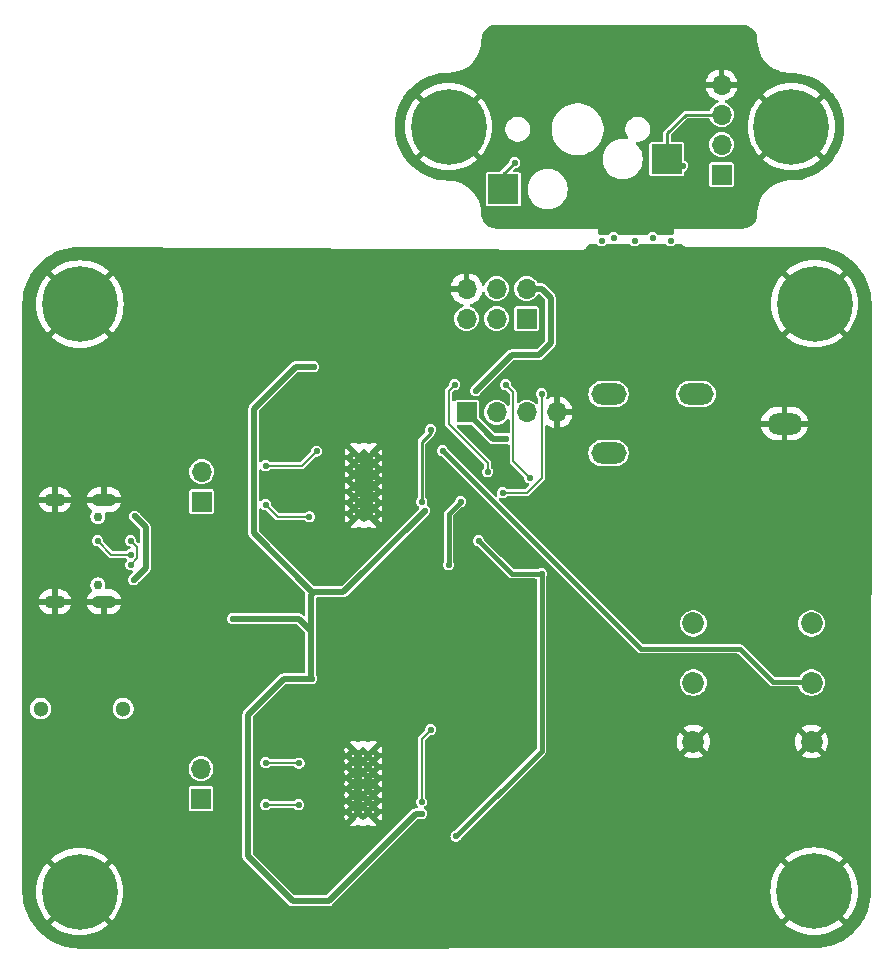
<source format=gbr>
%TF.GenerationSoftware,KiCad,Pcbnew,8.0.7*%
%TF.CreationDate,2024-12-24T17:50:32+01:00*%
%TF.ProjectId,AudioInterface,41756469-6f49-46e7-9465-72666163652e,1.1*%
%TF.SameCoordinates,Original*%
%TF.FileFunction,Copper,L2,Bot*%
%TF.FilePolarity,Positive*%
%FSLAX46Y46*%
G04 Gerber Fmt 4.6, Leading zero omitted, Abs format (unit mm)*
G04 Created by KiCad (PCBNEW 8.0.7) date 2024-12-24 17:50:32*
%MOMM*%
%LPD*%
G01*
G04 APERTURE LIST*
%TA.AperFunction,ComponentPad*%
%ADD10C,0.500000*%
%TD*%
%TA.AperFunction,ComponentPad*%
%ADD11C,0.800000*%
%TD*%
%TA.AperFunction,ComponentPad*%
%ADD12C,6.400000*%
%TD*%
%TA.AperFunction,ComponentPad*%
%ADD13C,1.850000*%
%TD*%
%TA.AperFunction,ComponentPad*%
%ADD14R,1.700000X1.700000*%
%TD*%
%TA.AperFunction,ComponentPad*%
%ADD15O,1.700000X1.700000*%
%TD*%
%TA.AperFunction,SMDPad,CuDef*%
%ADD16R,2.550000X2.500000*%
%TD*%
%TA.AperFunction,ComponentPad*%
%ADD17O,3.000000X1.800000*%
%TD*%
%TA.AperFunction,ComponentPad*%
%ADD18C,1.300000*%
%TD*%
%TA.AperFunction,ComponentPad*%
%ADD19C,0.750000*%
%TD*%
%TA.AperFunction,ComponentPad*%
%ADD20O,2.000000X1.100000*%
%TD*%
%TA.AperFunction,ComponentPad*%
%ADD21O,1.800000X1.100000*%
%TD*%
%TA.AperFunction,ViaPad*%
%ADD22C,0.550000*%
%TD*%
%TA.AperFunction,Conductor*%
%ADD23C,0.400000*%
%TD*%
%TA.AperFunction,Conductor*%
%ADD24C,0.250000*%
%TD*%
%TA.AperFunction,Conductor*%
%ADD25C,0.500000*%
%TD*%
%TA.AperFunction,Conductor*%
%ADD26C,0.200000*%
%TD*%
G04 APERTURE END LIST*
D10*
%TO.P,U5,29,EP*%
%TO.N,GND*%
X19850000Y26981404D03*
X19850000Y27929670D03*
X19850000Y28877936D03*
X19850000Y29826202D03*
X19850000Y30774468D03*
X19850000Y31722734D03*
X19850000Y32671000D03*
X19020000Y26981404D03*
X19020000Y27929670D03*
X19020000Y28877936D03*
X19020000Y29826202D03*
X19020000Y30774468D03*
X19020000Y31722734D03*
X19020000Y32671000D03*
X18190000Y26981404D03*
X18190000Y27929670D03*
X18190000Y28877936D03*
X18190000Y29826202D03*
X18190000Y30774468D03*
X18190000Y31722734D03*
X18190000Y32671000D03*
%TD*%
%TO.P,U4,29,EP*%
%TO.N,GND*%
X19808000Y1759202D03*
X19808000Y2707468D03*
X19808000Y3655734D03*
X19808000Y4604000D03*
X19808000Y5552266D03*
X19808000Y6500532D03*
X19808000Y7448798D03*
X18978000Y1759202D03*
X18978000Y2707468D03*
X18978000Y3655734D03*
X18978000Y4604000D03*
X18978000Y5552266D03*
X18978000Y6500532D03*
X18978000Y7448798D03*
X18148000Y1759202D03*
X18148000Y2707468D03*
X18148000Y3655734D03*
X18148000Y4604000D03*
X18148000Y5552266D03*
X18148000Y6500532D03*
X18148000Y7448798D03*
%TD*%
D11*
%TO.P,H6,1,1*%
%TO.N,GND1*%
X55236944Y57830000D03*
X53539888Y58532944D03*
X56934000Y58532944D03*
X52836944Y60230000D03*
D12*
X55236944Y60230000D03*
D11*
X57636944Y60230000D03*
X53539888Y61927056D03*
X56934000Y61927056D03*
X55236944Y62630000D03*
%TD*%
%TO.P,H5,1,1*%
%TO.N,GND1*%
X26200000Y57830000D03*
X24502944Y58532944D03*
X27897056Y58532944D03*
X23800000Y60230000D03*
D12*
X26200000Y60230000D03*
D11*
X28600000Y60230000D03*
X24502944Y61927056D03*
X27897056Y61927056D03*
X26200000Y62630000D03*
%TD*%
%TO.P,H4,1,1*%
%TO.N,GND*%
X54788000Y45243998D03*
X55490944Y46941054D03*
X55490944Y43546942D03*
X57188000Y47643998D03*
D12*
X57188000Y45243998D03*
D11*
X57188000Y42843998D03*
X58885056Y46941054D03*
X58885056Y43546942D03*
X59588000Y45243998D03*
%TD*%
%TO.P,H3,1,1*%
%TO.N,GND*%
X54751896Y-4503896D03*
X55454840Y-2806840D03*
X55454840Y-6200952D03*
X57151896Y-2103896D03*
D12*
X57151896Y-4503896D03*
D11*
X57151896Y-6903896D03*
X58848952Y-2806840D03*
X58848952Y-6200952D03*
X59551896Y-4503896D03*
%TD*%
%TO.P,H2,1,1*%
%TO.N,GND*%
X-7442000Y-4540000D03*
X-6739056Y-2842944D03*
X-6739056Y-6237056D03*
X-5042000Y-2140000D03*
D12*
X-5042000Y-4540000D03*
D11*
X-5042000Y-6940000D03*
X-3344944Y-2842944D03*
X-3344944Y-6237056D03*
X-2642000Y-4540000D03*
%TD*%
%TO.P,H1,1,1*%
%TO.N,GND*%
X-7405896Y45207894D03*
X-6702952Y46904950D03*
X-6702952Y43510838D03*
X-5005896Y47607894D03*
D12*
X-5005896Y45207894D03*
D11*
X-5005896Y42807894D03*
X-3308840Y46904950D03*
X-3308840Y43510838D03*
X-2605896Y45207894D03*
%TD*%
D13*
%TO.P,Pt1,1,1*%
%TO.N,/Project Architecture/Amplifier/From_Selector_L*%
X46934000Y18160000D03*
%TO.P,Pt1,2,2*%
%TO.N,Net-(C8-Pad1)*%
X46934000Y13160000D03*
%TO.P,Pt1,3,3*%
%TO.N,GND*%
X46934000Y8160000D03*
%TO.P,Pt1,4,4*%
%TO.N,/Project Architecture/Amplifier/From_Selector_R*%
X56934000Y18160000D03*
%TO.P,Pt1,5,5*%
%TO.N,Net-(C20-Pad1)*%
X56934000Y13160000D03*
%TO.P,Pt1,6,6*%
%TO.N,GND*%
X56934000Y8160000D03*
%TD*%
D14*
%TO.P,J2,1,MISO*%
%TO.N,Net-(J2-MISO)*%
X32804000Y43974000D03*
D15*
%TO.P,J2,2,VCC*%
%TO.N,+5V*%
X32804000Y46514000D03*
%TO.P,J2,3,SCK*%
%TO.N,Net-(J2-SCK)*%
X30264000Y43974000D03*
%TO.P,J2,4,MOSI*%
%TO.N,Net-(J2-MOSI)*%
X30264000Y46514000D03*
%TO.P,J2,5,~{RST}*%
%TO.N,Net-(J2-~{RST})*%
X27724000Y43974000D03*
%TO.P,J2,6,GND*%
%TO.N,GND*%
X27724000Y46514000D03*
%TD*%
D16*
%TO.P,S1,1,1*%
%TO.N,Net-(R6-Pad2)*%
X30841000Y54934000D03*
%TO.P,S1,2,2*%
%TO.N,Net-(J8-Pin_3)*%
X44691000Y57474000D03*
%TD*%
D14*
%TO.P,J8,1,Pin_1*%
%TO.N,+5C*%
X49314000Y56166000D03*
D15*
%TO.P,J8,2,Pin_2*%
%TO.N,Net-(J8-Pin_2)*%
X49314000Y58706000D03*
%TO.P,J8,3,Pin_3*%
%TO.N,Net-(J8-Pin_3)*%
X49314000Y61246000D03*
%TO.P,J8,4,Pin_4*%
%TO.N,GND1*%
X49314000Y63786000D03*
%TD*%
%TO.P,J7,4,Pin_4*%
%TO.N,GND*%
X35354000Y36041500D03*
%TO.P,J7,3,Pin_3*%
%TO.N,Net-(J7-Pin_3)*%
X32814000Y36041500D03*
%TO.P,J7,2,Pin_2*%
%TO.N,Net-(J7-Pin_2)*%
X30274000Y36041500D03*
D14*
%TO.P,J7,1,Pin_1*%
%TO.N,+5V*%
X27734000Y36041500D03*
%TD*%
D17*
%TO.P,J4,2,2*%
%TO.N,GND*%
X54648000Y35084000D03*
%TO.P,J4,3,3*%
%TO.N,Net-(J4-Pad3)*%
X47148000Y37584000D03*
%TO.P,J4,4,4*%
X39748000Y37584000D03*
%TO.P,J4,5,5*%
%TO.N,Net-(J4-Pad5)*%
X39748000Y32584000D03*
%TD*%
D15*
%TO.P,J6,2,Pin_2*%
%TO.N,Net-(J6-Pin_2)*%
X5304000Y31015000D03*
D14*
%TO.P,J6,1,Pin_1*%
%TO.N,Net-(J6-Pin_1)*%
X5304000Y28475000D03*
%TD*%
D15*
%TO.P,J5,2,Pin_2*%
%TO.N,Net-(J5-Pin_2)*%
X5245000Y5869000D03*
D14*
%TO.P,J5,1,Pin_1*%
%TO.N,Net-(J5-Pin_1)*%
X5245000Y3329000D03*
%TD*%
D18*
%TO.P,J3,*%
%TO.N,*%
X-1344000Y10954000D03*
X-8344000Y10954000D03*
%TD*%
D19*
%TO.P,J1,*%
%TO.N,*%
X-3492500Y27213500D03*
X-3492500Y21433500D03*
D20*
%TO.P,J1,4,Shield*%
%TO.N,GND*%
X-2962500Y28643500D03*
D21*
X-7142500Y28643500D03*
D20*
X-2962500Y20003500D03*
D21*
X-7142500Y20003500D03*
%TD*%
D22*
%TO.N,*%
X39154000Y50578000D03*
X40170000Y50832000D03*
X41948000Y50578000D03*
X43472000Y50832000D03*
X44996000Y50578000D03*
%TO.N,GND*%
X4616401Y23158805D03*
%TO.N,GND1*%
X44488000Y60992000D03*
%TO.N,Net-(J8-Pin_3)*%
X46012000Y56928000D03*
%TO.N,Net-(R6-Pad2)*%
X31788000Y57182000D03*
%TO.N,+5V*%
X28486000Y37878000D03*
X31089000Y33814000D03*
X27216000Y28480000D03*
X26200000Y23146000D03*
%TO.N,VCC*%
X23914000Y2064000D03*
X14516000Y-5302000D03*
X14770000Y39910000D03*
X24168000Y27718000D03*
X14610000Y13494000D03*
X14652000Y20850202D03*
X7912000Y18574000D03*
%TO.N,Net-(J1-VBUS)*%
X-470000Y21876000D03*
X-379500Y27246500D03*
%TO.N,Net-(U5-BSP_1)*%
X15024000Y32751202D03*
X10706000Y31528000D03*
%TO.N,Net-(U5-BSN_1)*%
X14424700Y27203550D03*
X10706000Y28226000D03*
%TO.N,Net-(U4-BSP_1)*%
X13546798Y6335202D03*
X10706000Y6382000D03*
%TO.N,Net-(U4-BSN_1)*%
X13500000Y2826000D03*
X10706000Y2826000D03*
%TO.N,/Project Architecture/Amplifier/~{AmpSD}*%
X26835000Y159000D03*
%TO.N,Net-(C20-Pad1)*%
X25692000Y32798000D03*
%TO.N,/Project Architecture/Output Selector/MISO*%
X30772000Y29242000D03*
X34074000Y37624000D03*
%TO.N,/Project Architecture/Output Selector/SS*%
X29502000Y31020000D03*
X26708000Y38386000D03*
%TO.N,/Project Architecture/Output Selector/SCK*%
X31026000Y38386000D03*
X33058000Y30512000D03*
%TO.N,/Project Architecture/Amplifier/~{AmpSD}*%
X34074000Y22384000D03*
X28740000Y25178000D03*
%TO.N,Net-(U4-AVCC_1)*%
X24676000Y9176000D03*
X23914000Y3080000D03*
%TO.N,Net-(U5-AVCC_1)*%
X24676000Y34576000D03*
X23914000Y28480000D03*
%TO.N,Net-(J1-CC1)*%
X-724000Y23148500D03*
X-724000Y25178000D03*
%TO.N,Net-(U1-D-)*%
X-724000Y23998500D03*
X-3518000Y25178000D03*
%TD*%
D23*
%TO.N,Net-(C20-Pad1)*%
X42456000Y16034000D02*
X50838000Y16034000D01*
X53632000Y13240000D02*
X56854000Y13240000D01*
X56854000Y13240000D02*
X56934000Y13160000D01*
X25692000Y32798000D02*
X42456000Y16034000D01*
X50838000Y16034000D02*
X53632000Y13240000D01*
D24*
%TO.N,GND1*%
X47282000Y63786000D02*
X44488000Y60992000D01*
X49314000Y63786000D02*
X47282000Y63786000D01*
%TO.N,Net-(J8-Pin_3)*%
X46266000Y61246000D02*
X49314000Y61246000D01*
X44691000Y59671000D02*
X46266000Y61246000D01*
X44691000Y57474000D02*
X44691000Y59671000D01*
X45466000Y57474000D02*
X46012000Y56928000D01*
X44691000Y57474000D02*
X45466000Y57474000D01*
%TO.N,Net-(R6-Pad2)*%
X31788000Y57182000D02*
X30841000Y56235000D01*
X30841000Y56235000D02*
X30841000Y54934000D01*
D25*
%TO.N,+5V*%
X34074000Y46514000D02*
X32804000Y46514000D01*
X34836000Y45752000D02*
X34074000Y46514000D01*
X34836000Y41942000D02*
X34836000Y45752000D01*
X33820000Y40926000D02*
X34836000Y41942000D01*
X31534000Y40926000D02*
X33820000Y40926000D01*
X28486000Y37878000D02*
X31534000Y40926000D01*
X29961500Y33814000D02*
X27734000Y36041500D01*
X31089000Y33814000D02*
X29961500Y33814000D01*
D23*
X26200000Y27464000D02*
X27216000Y28480000D01*
X26200000Y23146000D02*
X26200000Y27464000D01*
D25*
%TO.N,VCC*%
X16040000Y-5302000D02*
X14516000Y-5302000D01*
X23914000Y2064000D02*
X23406000Y2064000D01*
X23406000Y2064000D02*
X16040000Y-5302000D01*
X12230000Y13494000D02*
X14610000Y13494000D01*
X9182000Y10446000D02*
X12230000Y13494000D01*
X9182000Y-1492000D02*
X9182000Y10446000D01*
X12992000Y-5302000D02*
X9182000Y-1492000D01*
X14516000Y-5302000D02*
X12992000Y-5302000D01*
X13246000Y39910000D02*
X14770000Y39910000D01*
X9690000Y36354000D02*
X13246000Y39910000D01*
X9690000Y27210000D02*
X9690000Y36354000D01*
X9690000Y25812202D02*
X9690000Y27210000D01*
X14652000Y20850202D02*
X9690000Y25812202D01*
X17300202Y20850202D02*
X14652000Y20850202D01*
X24168000Y27718000D02*
X17300202Y20850202D01*
X14516000Y17558000D02*
X14516000Y13588000D01*
X14516000Y13588000D02*
X14610000Y13494000D01*
X14661798Y20860000D02*
X14652000Y20850202D01*
X14770000Y20860000D02*
X14661798Y20860000D01*
X13500000Y18574000D02*
X14516000Y17558000D01*
X14516000Y20606000D02*
X14770000Y20860000D01*
X7912000Y18574000D02*
X13500000Y18574000D01*
X14516000Y17558000D02*
X14516000Y20606000D01*
%TO.N,Net-(J1-VBUS)*%
X546000Y22892000D02*
X-470000Y21876000D01*
X546000Y26321000D02*
X546000Y22892000D01*
X-379500Y27246500D02*
X546000Y26321000D01*
D26*
%TO.N,Net-(U5-BSP_1)*%
X10706000Y31528000D02*
X13800798Y31528000D01*
X13800798Y31528000D02*
X15024000Y32751202D01*
%TO.N,Net-(U5-BSN_1)*%
X11728450Y27203550D02*
X14424700Y27203550D01*
X10706000Y28226000D02*
X11728450Y27203550D01*
%TO.N,Net-(U4-BSP_1)*%
X13500000Y6382000D02*
X13546798Y6335202D01*
X10706000Y6382000D02*
X13500000Y6382000D01*
%TO.N,Net-(U4-BSN_1)*%
X13500000Y2826000D02*
X10706000Y2826000D01*
D23*
%TO.N,/Project Architecture/Amplifier/~{AmpSD}*%
X34074000Y7398000D02*
X34074000Y22384000D01*
X26835000Y159000D02*
X34074000Y7398000D01*
D26*
%TO.N,/Project Architecture/Output Selector/MISO*%
X32804000Y29242000D02*
X30772000Y29242000D01*
X34074000Y30512000D02*
X32804000Y29242000D01*
X34074000Y37624000D02*
X34074000Y30512000D01*
%TO.N,/Project Architecture/Output Selector/SCK*%
X33058000Y30512000D02*
X31664000Y31906000D01*
X31664000Y37748000D02*
X31026000Y38386000D01*
X31664000Y31906000D02*
X31664000Y37748000D01*
%TO.N,/Project Architecture/Output Selector/SS*%
X29502000Y31782000D02*
X29502000Y31020000D01*
X26200000Y35084000D02*
X29502000Y31782000D01*
X26200000Y37878000D02*
X26200000Y35846000D01*
X26708000Y38386000D02*
X26200000Y37878000D01*
X26200000Y35846000D02*
X26200000Y35084000D01*
D23*
%TO.N,/Project Architecture/Amplifier/~{AmpSD}*%
X31534000Y22384000D02*
X34074000Y22384000D01*
X28740000Y25178000D02*
X31534000Y22384000D01*
D26*
%TO.N,Net-(U4-AVCC_1)*%
X23914000Y3080000D02*
X23914000Y8414000D01*
X23914000Y8414000D02*
X24676000Y9176000D01*
D24*
%TO.N,Net-(U5-AVCC_1)*%
X23914000Y28480000D02*
X23914000Y33560000D01*
X24676000Y34322000D02*
X24676000Y34576000D01*
X23914000Y33560000D02*
X24676000Y34322000D01*
D26*
%TO.N,Net-(J1-CC1)*%
X-149000Y23723500D02*
X-724000Y23148500D01*
X-149000Y24603000D02*
X-149000Y23723500D01*
X-724000Y25178000D02*
X-149000Y24603000D01*
%TO.N,Net-(U1-D-)*%
X-2338500Y23998500D02*
X-3518000Y25178000D01*
X-724000Y23998500D02*
X-2338500Y23998500D01*
%TD*%
%TA.AperFunction,Conductor*%
%TO.N,GND*%
G36*
X38755325Y50304315D02*
G01*
X38781998Y50281204D01*
X38839411Y50214945D01*
X38839413Y50214944D01*
X38839413Y50214943D01*
X38886749Y50184523D01*
X38954439Y50141022D01*
X38983442Y50132506D01*
X39085632Y50102500D01*
X39085633Y50102500D01*
X39222367Y50102500D01*
X39353561Y50141022D01*
X39468589Y50214945D01*
X39526001Y50281204D01*
X39584779Y50318977D01*
X39619714Y50324000D01*
X41482286Y50324000D01*
X41549325Y50304315D01*
X41575998Y50281204D01*
X41633411Y50214945D01*
X41633413Y50214944D01*
X41633413Y50214943D01*
X41680749Y50184523D01*
X41748439Y50141022D01*
X41777442Y50132506D01*
X41879632Y50102500D01*
X41879633Y50102500D01*
X42016367Y50102500D01*
X42147561Y50141022D01*
X42262589Y50214945D01*
X42320001Y50281204D01*
X42378779Y50318977D01*
X42413714Y50324000D01*
X44530286Y50324000D01*
X44597325Y50304315D01*
X44623998Y50281204D01*
X44681411Y50214945D01*
X44681413Y50214944D01*
X44681413Y50214943D01*
X44728749Y50184523D01*
X44796439Y50141022D01*
X44825442Y50132506D01*
X44927632Y50102500D01*
X44927633Y50102500D01*
X45064367Y50102500D01*
X45195561Y50141022D01*
X45310589Y50214945D01*
X45368001Y50281204D01*
X45426779Y50318977D01*
X45461714Y50324000D01*
X45890875Y50324000D01*
X45957914Y50304315D01*
X45990074Y50274401D01*
X46024094Y50229042D01*
X46035306Y50214092D01*
X46037271Y50211473D01*
X46052632Y50184526D01*
X46053636Y50182103D01*
X46053637Y50182102D01*
X46070047Y50165692D01*
X46081567Y50152410D01*
X46095496Y50133839D01*
X46095497Y50133838D01*
X46096686Y50133134D01*
X46097746Y50132506D01*
X46122250Y50113488D01*
X46124100Y50111638D01*
X46124101Y50111638D01*
X46124103Y50111636D01*
X46145551Y50102753D01*
X46161271Y50094893D01*
X46181247Y50083064D01*
X46183836Y50082695D01*
X46213754Y50074502D01*
X46216172Y50073500D01*
X46239383Y50073500D01*
X46256918Y50072254D01*
X46279901Y50068971D01*
X46282439Y50069621D01*
X46313213Y50073500D01*
X57143830Y50073500D01*
X57185294Y50073500D01*
X57190702Y50073383D01*
X57603533Y50055358D01*
X57614268Y50054418D01*
X58021279Y50000834D01*
X58031898Y49998962D01*
X58432699Y49910107D01*
X58443111Y49907318D01*
X58834640Y49783869D01*
X58844775Y49780180D01*
X59224042Y49623081D01*
X59233834Y49618515D01*
X59597965Y49428961D01*
X59607305Y49423568D01*
X59931511Y49217026D01*
X59953516Y49203007D01*
X59962377Y49196803D01*
X60288050Y48946906D01*
X60296337Y48939952D01*
X60598980Y48662630D01*
X60606629Y48654981D01*
X60883951Y48352338D01*
X60890905Y48344051D01*
X61140802Y48018378D01*
X61147006Y48009517D01*
X61252047Y47844636D01*
X61352090Y47687600D01*
X61367559Y47663320D01*
X61372964Y47653958D01*
X61427446Y47549300D01*
X61562511Y47289841D01*
X61567083Y47280037D01*
X61603724Y47191578D01*
X61718660Y46914099D01*
X61724173Y46900791D01*
X61727872Y46890628D01*
X61843089Y46525206D01*
X61851311Y46499131D01*
X61854111Y46488681D01*
X61942958Y46087916D01*
X61944836Y46077263D01*
X61951241Y46028614D01*
X61979849Y45811309D01*
X61998415Y45670290D01*
X61999357Y45659515D01*
X62013290Y45340400D01*
X62017379Y45246756D01*
X62017497Y45241257D01*
X61981437Y-4448862D01*
X61981398Y-4449321D01*
X61981398Y-4501191D01*
X61981280Y-4506600D01*
X61963256Y-4919410D01*
X61962313Y-4930186D01*
X61908734Y-5337160D01*
X61906856Y-5347813D01*
X61818008Y-5748581D01*
X61815208Y-5759030D01*
X61691772Y-6150520D01*
X61688072Y-6160686D01*
X61530982Y-6539934D01*
X61526410Y-6549738D01*
X61336870Y-6913840D01*
X61331462Y-6923208D01*
X61110899Y-7269423D01*
X61104694Y-7278284D01*
X60854809Y-7603941D01*
X60847855Y-7612228D01*
X60570527Y-7914878D01*
X60562878Y-7922527D01*
X60260228Y-8199855D01*
X60251941Y-8206809D01*
X59926284Y-8456694D01*
X59917423Y-8462899D01*
X59571208Y-8683462D01*
X59561840Y-8688870D01*
X59197738Y-8878410D01*
X59187934Y-8882982D01*
X58808686Y-9040072D01*
X58798520Y-9043772D01*
X58407030Y-9167208D01*
X58396581Y-9170008D01*
X57995813Y-9258856D01*
X57985160Y-9260734D01*
X57578187Y-9314313D01*
X57567411Y-9315256D01*
X57154581Y-9333280D01*
X57149172Y-9333398D01*
X57097464Y-9333398D01*
X57097097Y-9333429D01*
X-5039260Y-9369497D01*
X-5044740Y-9369379D01*
X-5457513Y-9351358D01*
X-5468288Y-9350415D01*
X-5742512Y-9314313D01*
X-5875263Y-9296836D01*
X-5885916Y-9294958D01*
X-6048762Y-9258856D01*
X-6286684Y-9206110D01*
X-6297127Y-9203312D01*
X-6688628Y-9079872D01*
X-6698791Y-9076173D01*
X-7078037Y-8919083D01*
X-7087841Y-8914511D01*
X-7219781Y-8845828D01*
X-7451958Y-8724964D01*
X-7461314Y-8719563D01*
X-7688237Y-8574996D01*
X-7807517Y-8499006D01*
X-7816378Y-8492802D01*
X-8142051Y-8242905D01*
X-8150338Y-8235951D01*
X-8452981Y-7958629D01*
X-8460630Y-7950980D01*
X-8737952Y-7648337D01*
X-8744906Y-7640050D01*
X-8994803Y-7314377D01*
X-9001007Y-7305516D01*
X-9211348Y-6975348D01*
X-9221568Y-6959305D01*
X-9226961Y-6949965D01*
X-9416515Y-6585834D01*
X-9421084Y-6576036D01*
X-9436038Y-6539934D01*
X-9578180Y-6196775D01*
X-9581869Y-6186640D01*
X-9705318Y-5795111D01*
X-9708107Y-5784699D01*
X-9796962Y-5383898D01*
X-9798834Y-5373279D01*
X-9852418Y-4966268D01*
X-9853358Y-4955533D01*
X-9871382Y-4542702D01*
X-9871441Y-4539999D01*
X-8747078Y-4539999D01*
X-8747078Y-4540000D01*
X-8726781Y-4927287D01*
X-8666114Y-5310323D01*
X-8666113Y-5310330D01*
X-8565738Y-5684936D01*
X-8426756Y-6046994D01*
X-8250690Y-6392543D01*
X-8039477Y-6717783D01*
X-8039475Y-6717785D01*
X-7830904Y-6975348D01*
X-6336253Y-5480697D01*
X-6262412Y-5582330D01*
X-6084330Y-5760412D01*
X-5982699Y-5834251D01*
X-7477350Y-7328902D01*
X-7219786Y-7537475D01*
X-7219784Y-7537476D01*
X-6894544Y-7748689D01*
X-6548995Y-7924755D01*
X-6186937Y-8063737D01*
X-5812331Y-8164112D01*
X-5812324Y-8164113D01*
X-5429288Y-8224780D01*
X-5042001Y-8245078D01*
X-5041999Y-8245078D01*
X-4654713Y-8224780D01*
X-4271677Y-8164113D01*
X-4271670Y-8164112D01*
X-3897064Y-8063737D01*
X-3535006Y-7924755D01*
X-3189457Y-7748689D01*
X-2864229Y-7537484D01*
X-2864216Y-7537474D01*
X-2606652Y-7328902D01*
X-4101302Y-5834252D01*
X-3999670Y-5760412D01*
X-3821588Y-5582330D01*
X-3747748Y-5480698D01*
X-2253098Y-6975348D01*
X-2044526Y-6717784D01*
X-2044516Y-6717771D01*
X-1833311Y-6392543D01*
X-1657245Y-6046994D01*
X-1518263Y-5684936D01*
X-1417888Y-5310330D01*
X-1417887Y-5310323D01*
X-1357220Y-4927287D01*
X-1336922Y-4540000D01*
X-1336922Y-4539999D01*
X-1357220Y-4152712D01*
X-1417887Y-3769676D01*
X-1417888Y-3769669D01*
X-1518263Y-3395063D01*
X-1657245Y-3033005D01*
X-1833311Y-2687456D01*
X-2044524Y-2362216D01*
X-2044525Y-2362214D01*
X-2253098Y-2104650D01*
X-3747749Y-3599301D01*
X-3821588Y-3497670D01*
X-3999670Y-3319588D01*
X-4101302Y-3245748D01*
X-2606651Y-1751096D01*
X-2864215Y-1542525D01*
X-2864217Y-1542523D01*
X-3189457Y-1331310D01*
X-3535006Y-1155244D01*
X-3897064Y-1016262D01*
X-4271670Y-915887D01*
X-4271677Y-915886D01*
X-4654713Y-855219D01*
X-5041999Y-834922D01*
X-5042001Y-834922D01*
X-5429288Y-855219D01*
X-5812324Y-915886D01*
X-5812331Y-915887D01*
X-6186937Y-1016262D01*
X-6548995Y-1155244D01*
X-6894544Y-1331310D01*
X-7219794Y-1542531D01*
X-7477351Y-1751095D01*
X-7477351Y-1751096D01*
X-5982699Y-3245748D01*
X-6084330Y-3319588D01*
X-6262412Y-3497670D01*
X-6336252Y-3599301D01*
X-7830904Y-2104649D01*
X-7830905Y-2104649D01*
X-8039469Y-2362206D01*
X-8250690Y-2687456D01*
X-8426756Y-3033005D01*
X-8565738Y-3395063D01*
X-8666113Y-3769669D01*
X-8666114Y-3769676D01*
X-8726781Y-4152712D01*
X-8747078Y-4539999D01*
X-9871441Y-4539999D01*
X-9871500Y-4537293D01*
X-9871500Y4198753D01*
X4194500Y4198753D01*
X4194500Y2459248D01*
X4206131Y2400771D01*
X4206132Y2400770D01*
X4250447Y2334448D01*
X4316769Y2290133D01*
X4316770Y2290132D01*
X4375247Y2278501D01*
X4375250Y2278500D01*
X4375252Y2278500D01*
X6114750Y2278500D01*
X6114751Y2278501D01*
X6129568Y2281448D01*
X6173229Y2290132D01*
X6173229Y2290133D01*
X6173231Y2290133D01*
X6239552Y2334448D01*
X6283867Y2400769D01*
X6283867Y2400771D01*
X6283868Y2400771D01*
X6295499Y2459248D01*
X6295500Y2459250D01*
X6295500Y4198751D01*
X6295499Y4198753D01*
X6283868Y4257230D01*
X6283867Y4257231D01*
X6239552Y4323553D01*
X6173230Y4367868D01*
X6173229Y4367869D01*
X6114752Y4379500D01*
X6114748Y4379500D01*
X4375252Y4379500D01*
X4375247Y4379500D01*
X4316770Y4367869D01*
X4316769Y4367868D01*
X4250447Y4323553D01*
X4206132Y4257231D01*
X4206131Y4257230D01*
X4194500Y4198753D01*
X-9871500Y4198753D01*
X-9871500Y5869000D01*
X4189417Y5869000D01*
X4209699Y5663068D01*
X4239734Y5564056D01*
X4269768Y5465046D01*
X4367315Y5282550D01*
X4367317Y5282548D01*
X4498589Y5122590D01*
X4545511Y5084083D01*
X4658550Y4991315D01*
X4841046Y4893768D01*
X5039066Y4833700D01*
X5039065Y4833700D01*
X5057529Y4831882D01*
X5245000Y4813417D01*
X5450934Y4833700D01*
X5648954Y4893768D01*
X5831450Y4991315D01*
X5991410Y5122590D01*
X6122685Y5282550D01*
X6220232Y5465046D01*
X6280300Y5663066D01*
X6300583Y5869000D01*
X6280300Y6074934D01*
X6220232Y6272954D01*
X6122685Y6455450D01*
X6061201Y6530369D01*
X5991410Y6615411D01*
X5873677Y6712031D01*
X5831450Y6746685D01*
X5648954Y6844232D01*
X5450934Y6904300D01*
X5450932Y6904301D01*
X5450934Y6904301D01*
X5245000Y6924583D01*
X5039067Y6904301D01*
X4841043Y6844231D01*
X4778316Y6810702D01*
X4658550Y6746685D01*
X4658548Y6746684D01*
X4658547Y6746683D01*
X4498589Y6615411D01*
X4367317Y6455453D01*
X4269769Y6272957D01*
X4209699Y6074933D01*
X4189417Y5869000D01*
X-9871500Y5869000D01*
X-9871500Y10864913D01*
X-9248501Y10864913D01*
X-9213742Y10690173D01*
X-9213740Y10690167D01*
X-9145558Y10525561D01*
X-9046570Y10377413D01*
X-8920588Y10251431D01*
X-8920585Y10251429D01*
X-8772441Y10152443D01*
X-8607833Y10084260D01*
X-8607829Y10084260D01*
X-8607828Y10084259D01*
X-8433088Y10049500D01*
X-8433085Y10049500D01*
X-8254913Y10049500D01*
X-8137351Y10072886D01*
X-8080167Y10084260D01*
X-7915559Y10152443D01*
X-7767415Y10251429D01*
X-7641429Y10377415D01*
X-7542443Y10525559D01*
X-7474260Y10690167D01*
X-7439500Y10864913D01*
X-2248501Y10864913D01*
X-2213742Y10690173D01*
X-2213740Y10690167D01*
X-2145558Y10525561D01*
X-2046570Y10377413D01*
X-1920588Y10251431D01*
X-1920585Y10251429D01*
X-1772441Y10152443D01*
X-1607833Y10084260D01*
X-1607829Y10084260D01*
X-1607828Y10084259D01*
X-1433088Y10049500D01*
X-1433085Y10049500D01*
X-1254913Y10049500D01*
X-1137351Y10072886D01*
X-1080167Y10084260D01*
X-915559Y10152443D01*
X-767415Y10251429D01*
X-641429Y10377415D01*
X-542443Y10525559D01*
X-474260Y10690167D01*
X-439500Y10864915D01*
X-439500Y11043085D01*
X-439500Y11043088D01*
X-474259Y11217828D01*
X-474260Y11217829D01*
X-474260Y11217833D01*
X-542443Y11382441D01*
X-641429Y11530585D01*
X-641431Y11530588D01*
X-767413Y11656570D01*
X-841487Y11706064D01*
X-915559Y11755557D01*
X-1080167Y11823740D01*
X-1080173Y11823742D01*
X-1254913Y11858500D01*
X-1254915Y11858500D01*
X-1433085Y11858500D01*
X-1433087Y11858500D01*
X-1607828Y11823742D01*
X-1607834Y11823740D01*
X-1772440Y11755558D01*
X-1920588Y11656570D01*
X-2046570Y11530588D01*
X-2145558Y11382440D01*
X-2213740Y11217834D01*
X-2213742Y11217828D01*
X-2248500Y11043088D01*
X-2248500Y11043085D01*
X-2248500Y10864915D01*
X-2248500Y10864913D01*
X-2248501Y10864913D01*
X-7439500Y10864913D01*
X-7439500Y10864915D01*
X-7439500Y11043085D01*
X-7439500Y11043088D01*
X-7474259Y11217828D01*
X-7474260Y11217829D01*
X-7474260Y11217833D01*
X-7542443Y11382441D01*
X-7641429Y11530585D01*
X-7641431Y11530588D01*
X-7767413Y11656570D01*
X-7841487Y11706064D01*
X-7915559Y11755557D01*
X-8080167Y11823740D01*
X-8080173Y11823742D01*
X-8254913Y11858500D01*
X-8254915Y11858500D01*
X-8433085Y11858500D01*
X-8433087Y11858500D01*
X-8607828Y11823742D01*
X-8607834Y11823740D01*
X-8772440Y11755558D01*
X-8920588Y11656570D01*
X-9046570Y11530588D01*
X-9145558Y11382440D01*
X-9213740Y11217834D01*
X-9213742Y11217828D01*
X-9248500Y11043088D01*
X-9248500Y11043085D01*
X-9248500Y10864915D01*
X-9248500Y10864913D01*
X-9248501Y10864913D01*
X-9871500Y10864913D01*
X-9871500Y18574000D01*
X7431610Y18574000D01*
X7451068Y18438663D01*
X7451070Y18438655D01*
X7507867Y18314286D01*
X7507872Y18314279D01*
X7597409Y18210947D01*
X7597413Y18210943D01*
X7657979Y18172021D01*
X7712439Y18137022D01*
X7758491Y18123500D01*
X7843632Y18098500D01*
X7843633Y18098500D01*
X7980367Y18098500D01*
X8048402Y18118477D01*
X8083337Y18123500D01*
X13262035Y18123500D01*
X13329074Y18103815D01*
X13349716Y18087181D01*
X14029181Y17407716D01*
X14062666Y17346393D01*
X14065500Y17320035D01*
X14065500Y14068500D01*
X14045815Y14001461D01*
X13993011Y13955706D01*
X13941500Y13944500D01*
X12170691Y13944500D01*
X12084827Y13921493D01*
X12084826Y13921494D01*
X12056114Y13913800D01*
X12056113Y13913800D01*
X11953386Y13854489D01*
X11953383Y13854487D01*
X8821513Y10722617D01*
X8821509Y10722611D01*
X8762201Y10619888D01*
X8762200Y10619883D01*
X8731500Y10505309D01*
X8731500Y-1551308D01*
X8755712Y-1641672D01*
X8762200Y-1665885D01*
X8762200Y-1665886D01*
X8762201Y-1665887D01*
X8821511Y-1768614D01*
X12715386Y-5662490D01*
X12818113Y-5721799D01*
X12842321Y-5728284D01*
X12842324Y-5728286D01*
X12842325Y-5728286D01*
X12872447Y-5736357D01*
X12932691Y-5752500D01*
X14344663Y-5752500D01*
X14379598Y-5757523D01*
X14447632Y-5777500D01*
X14447633Y-5777500D01*
X14584367Y-5777500D01*
X14652402Y-5757523D01*
X14687337Y-5752500D01*
X16099308Y-5752500D01*
X16099309Y-5752500D01*
X16189673Y-5728286D01*
X16213887Y-5721799D01*
X16316614Y-5662489D01*
X17475208Y-4503895D01*
X53446818Y-4503895D01*
X53446818Y-4503896D01*
X53467115Y-4891183D01*
X53527782Y-5274219D01*
X53527783Y-5274226D01*
X53628158Y-5648832D01*
X53767140Y-6010890D01*
X53943206Y-6356439D01*
X54154419Y-6681679D01*
X54154421Y-6681681D01*
X54362992Y-6939244D01*
X55857643Y-5444593D01*
X55931484Y-5546226D01*
X56109566Y-5724308D01*
X56211197Y-5798147D01*
X54716546Y-7292798D01*
X54974110Y-7501371D01*
X54974112Y-7501372D01*
X55299352Y-7712585D01*
X55644901Y-7888651D01*
X56006959Y-8027633D01*
X56381565Y-8128008D01*
X56381572Y-8128009D01*
X56764608Y-8188676D01*
X57151895Y-8208974D01*
X57151897Y-8208974D01*
X57539183Y-8188676D01*
X57922219Y-8128009D01*
X57922226Y-8128008D01*
X58296832Y-8027633D01*
X58658890Y-7888651D01*
X59004439Y-7712585D01*
X59329667Y-7501380D01*
X59329680Y-7501370D01*
X59587244Y-7292798D01*
X58092594Y-5798148D01*
X58194226Y-5724308D01*
X58372308Y-5546226D01*
X58446148Y-5444594D01*
X59940798Y-6939244D01*
X60149370Y-6681680D01*
X60149380Y-6681667D01*
X60360585Y-6356439D01*
X60536651Y-6010890D01*
X60675633Y-5648832D01*
X60776008Y-5274226D01*
X60776009Y-5274219D01*
X60836676Y-4891183D01*
X60856974Y-4503896D01*
X60856974Y-4503895D01*
X60836676Y-4116608D01*
X60776009Y-3733572D01*
X60776008Y-3733565D01*
X60675633Y-3358959D01*
X60536651Y-2996901D01*
X60360585Y-2651352D01*
X60149372Y-2326112D01*
X60149371Y-2326110D01*
X59940798Y-2068546D01*
X58446147Y-3563197D01*
X58372308Y-3461566D01*
X58194226Y-3283484D01*
X58092594Y-3209644D01*
X59587245Y-1714992D01*
X59329681Y-1506421D01*
X59329679Y-1506419D01*
X59004439Y-1295206D01*
X58658890Y-1119140D01*
X58296832Y-980158D01*
X57922226Y-879783D01*
X57922219Y-879782D01*
X57539183Y-819115D01*
X57151897Y-798818D01*
X57151895Y-798818D01*
X56764608Y-819115D01*
X56381572Y-879782D01*
X56381565Y-879783D01*
X56006959Y-980158D01*
X55644901Y-1119140D01*
X55299352Y-1295206D01*
X54974102Y-1506427D01*
X54716545Y-1714991D01*
X54716545Y-1714992D01*
X56211197Y-3209644D01*
X56109566Y-3283484D01*
X55931484Y-3461566D01*
X55857644Y-3563197D01*
X54362992Y-2068545D01*
X54362991Y-2068545D01*
X54154427Y-2326102D01*
X53943206Y-2651352D01*
X53767140Y-2996901D01*
X53628158Y-3358959D01*
X53527783Y-3733565D01*
X53527782Y-3733572D01*
X53467115Y-4116608D01*
X53446818Y-4503895D01*
X17475208Y-4503895D01*
X22138103Y159000D01*
X26354610Y159000D01*
X26374068Y23663D01*
X26374070Y23655D01*
X26430867Y-100714D01*
X26430872Y-100721D01*
X26520409Y-204053D01*
X26520413Y-204057D01*
X26580979Y-242979D01*
X26635439Y-277978D01*
X26701036Y-297239D01*
X26766632Y-316500D01*
X26766633Y-316500D01*
X26903367Y-316500D01*
X27034561Y-277978D01*
X27149589Y-204055D01*
X27239130Y-100718D01*
X27295931Y23658D01*
X27295932Y23663D01*
X27298429Y32165D01*
X27301295Y31324D01*
X27324091Y81252D01*
X27330118Y87727D01*
X34394480Y7152087D01*
X34447207Y7243412D01*
X34474500Y7345273D01*
X34474500Y7450727D01*
X34474500Y8160006D01*
X45504116Y8160006D01*
X45504116Y8159995D01*
X45523617Y7924653D01*
X45581591Y7695717D01*
X45676453Y7479454D01*
X45764750Y7344305D01*
X46369388Y7948943D01*
X46374890Y7928409D01*
X46453882Y7791592D01*
X46565592Y7679882D01*
X46702409Y7600890D01*
X46722941Y7595389D01*
X46117386Y6989835D01*
X46117387Y6989834D01*
X46151924Y6962952D01*
X46151933Y6962946D01*
X46359611Y6850555D01*
X46359629Y6850548D01*
X46582981Y6773871D01*
X46815921Y6735000D01*
X47052079Y6735000D01*
X47285018Y6773871D01*
X47508370Y6850548D01*
X47508388Y6850555D01*
X47716065Y6962946D01*
X47716077Y6962953D01*
X47750611Y6989834D01*
X47750611Y6989835D01*
X47145057Y7595389D01*
X47165591Y7600890D01*
X47302408Y7679882D01*
X47414118Y7791592D01*
X47493110Y7928409D01*
X47498611Y7948942D01*
X48103248Y7344305D01*
X48191542Y7479447D01*
X48191547Y7479455D01*
X48286408Y7695717D01*
X48344382Y7924653D01*
X48363884Y8159995D01*
X48363884Y8160006D01*
X55504116Y8160006D01*
X55504116Y8159995D01*
X55523617Y7924653D01*
X55581591Y7695717D01*
X55676453Y7479454D01*
X55764750Y7344305D01*
X56369388Y7948943D01*
X56374890Y7928409D01*
X56453882Y7791592D01*
X56565592Y7679882D01*
X56702409Y7600890D01*
X56722941Y7595389D01*
X56117386Y6989835D01*
X56117387Y6989834D01*
X56151924Y6962952D01*
X56151933Y6962946D01*
X56359611Y6850555D01*
X56359629Y6850548D01*
X56582981Y6773871D01*
X56815921Y6735000D01*
X57052079Y6735000D01*
X57285018Y6773871D01*
X57508370Y6850548D01*
X57508388Y6850555D01*
X57716065Y6962946D01*
X57716077Y6962953D01*
X57750611Y6989834D01*
X57750611Y6989835D01*
X57145057Y7595389D01*
X57165591Y7600890D01*
X57302408Y7679882D01*
X57414118Y7791592D01*
X57493110Y7928409D01*
X57498611Y7948942D01*
X58103248Y7344305D01*
X58191542Y7479447D01*
X58191547Y7479455D01*
X58286408Y7695717D01*
X58344382Y7924653D01*
X58363884Y8159995D01*
X58363884Y8160006D01*
X58344382Y8395348D01*
X58286408Y8624284D01*
X58191544Y8840552D01*
X58103248Y8975697D01*
X57498611Y8371060D01*
X57493110Y8391591D01*
X57414118Y8528408D01*
X57302408Y8640118D01*
X57165591Y8719110D01*
X57145058Y8724612D01*
X57750611Y9330167D01*
X57750611Y9330168D01*
X57716073Y9357050D01*
X57716073Y9357051D01*
X57508378Y9469450D01*
X57508370Y9469453D01*
X57285018Y9546130D01*
X57052079Y9585000D01*
X56815921Y9585000D01*
X56582981Y9546130D01*
X56359629Y9469453D01*
X56359621Y9469450D01*
X56151925Y9357050D01*
X56151919Y9357046D01*
X56117387Y9330169D01*
X56117387Y9330167D01*
X56722942Y8724612D01*
X56702409Y8719110D01*
X56565592Y8640118D01*
X56453882Y8528408D01*
X56374890Y8391591D01*
X56369388Y8371059D01*
X55764750Y8975697D01*
X55676454Y8840550D01*
X55581591Y8624284D01*
X55523617Y8395348D01*
X55504116Y8160006D01*
X48363884Y8160006D01*
X48344382Y8395348D01*
X48286408Y8624284D01*
X48191544Y8840552D01*
X48103248Y8975697D01*
X47498611Y8371060D01*
X47493110Y8391591D01*
X47414118Y8528408D01*
X47302408Y8640118D01*
X47165591Y8719110D01*
X47145058Y8724612D01*
X47750611Y9330167D01*
X47750611Y9330168D01*
X47716073Y9357050D01*
X47716073Y9357051D01*
X47508378Y9469450D01*
X47508370Y9469453D01*
X47285018Y9546130D01*
X47052079Y9585000D01*
X46815921Y9585000D01*
X46582981Y9546130D01*
X46359629Y9469453D01*
X46359621Y9469450D01*
X46151925Y9357050D01*
X46151919Y9357046D01*
X46117387Y9330169D01*
X46117387Y9330167D01*
X46722942Y8724612D01*
X46702409Y8719110D01*
X46565592Y8640118D01*
X46453882Y8528408D01*
X46374890Y8391591D01*
X46369388Y8371059D01*
X45764750Y8975697D01*
X45676454Y8840550D01*
X45581591Y8624284D01*
X45523617Y8395348D01*
X45504116Y8160006D01*
X34474500Y8160006D01*
X34474500Y13160001D01*
X45803678Y13160001D01*
X45803678Y13160000D01*
X45822923Y12952309D01*
X45822923Y12952307D01*
X45822924Y12952304D01*
X45880006Y12751681D01*
X45972981Y12564962D01*
X46098682Y12398507D01*
X46252829Y12257984D01*
X46430172Y12148177D01*
X46624673Y12072827D01*
X46829707Y12034500D01*
X46829710Y12034500D01*
X47038290Y12034500D01*
X47038293Y12034500D01*
X47243327Y12072827D01*
X47437828Y12148177D01*
X47615171Y12257984D01*
X47769318Y12398507D01*
X47895019Y12564962D01*
X47987994Y12751681D01*
X48045076Y12952304D01*
X48064322Y13160000D01*
X48045076Y13367696D01*
X47987994Y13568319D01*
X47895019Y13755038D01*
X47769318Y13921493D01*
X47744080Y13944500D01*
X47615172Y14062015D01*
X47615171Y14062016D01*
X47437828Y14171823D01*
X47437827Y14171824D01*
X47295609Y14226919D01*
X47243327Y14247173D01*
X47038293Y14285500D01*
X46829707Y14285500D01*
X46624673Y14247173D01*
X46624670Y14247173D01*
X46624670Y14247172D01*
X46430172Y14171824D01*
X46430171Y14171823D01*
X46252827Y14062015D01*
X46098683Y13921495D01*
X45972981Y13755039D01*
X45880007Y13568323D01*
X45822923Y13367692D01*
X45803678Y13160001D01*
X34474500Y13160001D01*
X34474500Y22089359D01*
X34485706Y22140870D01*
X34530545Y22239055D01*
X34534931Y22248658D01*
X34554390Y22384000D01*
X34534931Y22519342D01*
X34491069Y22615386D01*
X34478132Y22643715D01*
X34478127Y22643722D01*
X34388590Y22747054D01*
X34388586Y22747058D01*
X34273559Y22820979D01*
X34142368Y22859500D01*
X34142367Y22859500D01*
X34005633Y22859500D01*
X34005632Y22859500D01*
X33874441Y22820980D01*
X33874434Y22820976D01*
X33848305Y22804184D01*
X33781267Y22784500D01*
X31751254Y22784500D01*
X31684215Y22804185D01*
X31663573Y22820819D01*
X30670403Y23813989D01*
X29235129Y25249264D01*
X29204597Y25305179D01*
X29203429Y25304835D01*
X29201851Y25310208D01*
X29201646Y25310584D01*
X29201494Y25311424D01*
X29200931Y25313343D01*
X29144130Y25437717D01*
X29144130Y25437718D01*
X29054589Y25541055D01*
X29054586Y25541058D01*
X28939559Y25614979D01*
X28808368Y25653500D01*
X28808367Y25653500D01*
X28671633Y25653500D01*
X28671632Y25653500D01*
X28540440Y25614979D01*
X28425413Y25541058D01*
X28425409Y25541054D01*
X28335872Y25437722D01*
X28335867Y25437715D01*
X28279070Y25313346D01*
X28279068Y25313338D01*
X28259610Y25178000D01*
X28279068Y25042663D01*
X28279070Y25042655D01*
X28335867Y24918286D01*
X28335872Y24918279D01*
X28400703Y24843460D01*
X28425411Y24814945D01*
X28540439Y24741022D01*
X28609377Y24720781D01*
X28662122Y24689485D01*
X31209179Y22142429D01*
X31209189Y22142418D01*
X31288088Y22063519D01*
X31309487Y22051165D01*
X31330888Y22038809D01*
X31379413Y22010793D01*
X31481273Y21983499D01*
X31481275Y21983499D01*
X31594323Y21983499D01*
X31594339Y21983500D01*
X33549500Y21983500D01*
X33616539Y21963815D01*
X33662294Y21911011D01*
X33673500Y21859500D01*
X33673500Y7615256D01*
X33653815Y7548217D01*
X33637181Y7527575D01*
X26757122Y647517D01*
X26704378Y616221D01*
X26635439Y595978D01*
X26635436Y595976D01*
X26520413Y522058D01*
X26520409Y522054D01*
X26430872Y418722D01*
X26430867Y418715D01*
X26374070Y294346D01*
X26374068Y294338D01*
X26354610Y159000D01*
X22138103Y159000D01*
X23556284Y1577181D01*
X23617607Y1610666D01*
X23643965Y1613500D01*
X23742663Y1613500D01*
X23777598Y1608477D01*
X23845632Y1588500D01*
X23845633Y1588500D01*
X23982367Y1588500D01*
X24113561Y1627022D01*
X24228589Y1700945D01*
X24318130Y1804282D01*
X24374931Y1928658D01*
X24394390Y2064000D01*
X24374931Y2199342D01*
X24338780Y2278501D01*
X24318132Y2323715D01*
X24318127Y2323722D01*
X24228590Y2427054D01*
X24228586Y2427058D01*
X24165368Y2467684D01*
X24119612Y2520487D01*
X24109668Y2589646D01*
X24138692Y2653202D01*
X24165368Y2676316D01*
X24228586Y2716943D01*
X24228586Y2716944D01*
X24228589Y2716945D01*
X24318130Y2820282D01*
X24324684Y2834632D01*
X24343306Y2875410D01*
X24374931Y2944658D01*
X24394390Y3080000D01*
X24374931Y3215342D01*
X24335584Y3301500D01*
X24318132Y3339715D01*
X24318127Y3339723D01*
X24244787Y3424362D01*
X24215762Y3487918D01*
X24214500Y3505564D01*
X24214500Y8238167D01*
X24234185Y8305206D01*
X24250819Y8325848D01*
X24589152Y8664181D01*
X24650475Y8697666D01*
X24676833Y8700500D01*
X24744367Y8700500D01*
X24875561Y8739022D01*
X24990589Y8812945D01*
X25080130Y8916282D01*
X25136931Y9040658D01*
X25156390Y9176000D01*
X25136931Y9311342D01*
X25116056Y9357051D01*
X25080132Y9435715D01*
X25080127Y9435722D01*
X24990590Y9539054D01*
X24990586Y9539058D01*
X24875559Y9612979D01*
X24744368Y9651500D01*
X24744367Y9651500D01*
X24607633Y9651500D01*
X24607632Y9651500D01*
X24476440Y9612979D01*
X24361413Y9539058D01*
X24361409Y9539054D01*
X24271872Y9435722D01*
X24271867Y9435715D01*
X24215070Y9311346D01*
X24215068Y9311338D01*
X24195610Y9176000D01*
X24195610Y9171944D01*
X24194467Y9168054D01*
X24194348Y9167222D01*
X24194228Y9167240D01*
X24175925Y9104905D01*
X24159291Y9084263D01*
X23729489Y8654460D01*
X23673541Y8598513D01*
X23673535Y8598505D01*
X23633982Y8529996D01*
X23633979Y8529991D01*
X23613500Y8453561D01*
X23613500Y3505564D01*
X23593815Y3438525D01*
X23583213Y3424362D01*
X23509872Y3339723D01*
X23509867Y3339715D01*
X23453070Y3215346D01*
X23453068Y3215338D01*
X23433610Y3080000D01*
X23453068Y2944663D01*
X23453070Y2944655D01*
X23509867Y2820286D01*
X23509870Y2820282D01*
X23597022Y2719702D01*
X23626047Y2656147D01*
X23616103Y2586988D01*
X23570348Y2534184D01*
X23503309Y2514500D01*
X23346691Y2514500D01*
X23256325Y2490287D01*
X23256324Y2490288D01*
X23232116Y2483801D01*
X23232113Y2483800D01*
X23129386Y2424489D01*
X23129383Y2424487D01*
X15889716Y-4815181D01*
X15828393Y-4848666D01*
X15802035Y-4851500D01*
X14687337Y-4851500D01*
X14652402Y-4846477D01*
X14584368Y-4826500D01*
X14584367Y-4826500D01*
X14447633Y-4826500D01*
X14447632Y-4826500D01*
X14379598Y-4846477D01*
X14344663Y-4851500D01*
X13229966Y-4851500D01*
X13162927Y-4831815D01*
X13142285Y-4815181D01*
X9668819Y-1341715D01*
X9635334Y-1280392D01*
X9632500Y-1254034D01*
X9632500Y1078935D01*
X17821284Y1078935D01*
X17980053Y1023379D01*
X17980058Y1023378D01*
X18147996Y1004456D01*
X18148004Y1004456D01*
X18315941Y1023378D01*
X18315949Y1023380D01*
X18475473Y1079200D01*
X18497026Y1092742D01*
X18564262Y1111744D01*
X18628974Y1092742D01*
X18650526Y1079200D01*
X18810050Y1023380D01*
X18810058Y1023378D01*
X18977996Y1004456D01*
X18978004Y1004456D01*
X19145941Y1023378D01*
X19145949Y1023380D01*
X19305473Y1079200D01*
X19327026Y1092742D01*
X19394262Y1111744D01*
X19458974Y1092742D01*
X19480526Y1079200D01*
X19640050Y1023380D01*
X19640058Y1023378D01*
X19807996Y1004456D01*
X19808004Y1004456D01*
X19975938Y1023378D01*
X19975943Y1023379D01*
X20134713Y1078935D01*
X20134714Y1078935D01*
X19631223Y1582425D01*
X19424609Y1789039D01*
X19658000Y1789039D01*
X19658000Y1729365D01*
X19680836Y1674234D01*
X19723032Y1632038D01*
X19778163Y1609202D01*
X19837837Y1609202D01*
X19892968Y1632038D01*
X19935164Y1674234D01*
X19958000Y1729365D01*
X19958000Y1759203D01*
X20161554Y1759203D01*
X20161554Y1759201D01*
X20488267Y1432488D01*
X20488267Y1432489D01*
X20543823Y1591259D01*
X20543824Y1591264D01*
X20562746Y1759202D01*
X20562746Y1759206D01*
X20543824Y1927144D01*
X20543823Y1927149D01*
X20488267Y2085917D01*
X20488267Y2085918D01*
X20161554Y1759203D01*
X19958000Y1759203D01*
X19958000Y1789039D01*
X19935164Y1844170D01*
X19892968Y1886366D01*
X19837837Y1909202D01*
X19778163Y1909202D01*
X19723032Y1886366D01*
X19680836Y1844170D01*
X19658000Y1789039D01*
X19424609Y1789039D01*
X19393000Y1820648D01*
X19242458Y1670106D01*
X19181135Y1636621D01*
X19111443Y1641605D01*
X19087757Y1656828D01*
X19105164Y1674234D01*
X19128000Y1729365D01*
X19128000Y1789039D01*
X19105164Y1844170D01*
X19062968Y1886366D01*
X19007837Y1909202D01*
X18948163Y1909202D01*
X18893032Y1886366D01*
X18850836Y1844170D01*
X18828000Y1789039D01*
X18828000Y1729365D01*
X18850836Y1674234D01*
X18866951Y1658119D01*
X18827581Y1636621D01*
X18757889Y1641605D01*
X18713542Y1670106D01*
X18563000Y1820648D01*
X18324777Y1582425D01*
X17821284Y1078935D01*
X9632500Y1078935D01*
X9632500Y1759206D01*
X17393254Y1759206D01*
X17393254Y1759202D01*
X17412176Y1591258D01*
X17467731Y1432489D01*
X17794446Y1759202D01*
X17764609Y1789039D01*
X17998000Y1789039D01*
X17998000Y1729365D01*
X18020836Y1674234D01*
X18063032Y1632038D01*
X18118163Y1609202D01*
X18177837Y1609202D01*
X18232968Y1632038D01*
X18275164Y1674234D01*
X18298000Y1729365D01*
X18298000Y1789039D01*
X18275164Y1844170D01*
X18232968Y1886366D01*
X18177837Y1909202D01*
X18118163Y1909202D01*
X18063032Y1886366D01*
X18020836Y1844170D01*
X17998000Y1789039D01*
X17764609Y1789039D01*
X17467731Y2085917D01*
X17412176Y1927147D01*
X17393254Y1759206D01*
X9632500Y1759206D01*
X9632500Y2233335D01*
X18027421Y2233335D01*
X18148000Y2112756D01*
X18209446Y2174202D01*
X18209446Y2210449D01*
X18207625Y2227385D01*
X18207625Y2239285D01*
X18209446Y2245487D01*
X18209446Y2292468D01*
X18916554Y2292468D01*
X18916554Y2256222D01*
X18918375Y2239285D01*
X18918375Y2227385D01*
X18916554Y2221184D01*
X18916554Y2174202D01*
X18978000Y2112756D01*
X19039446Y2174202D01*
X19039446Y2210449D01*
X19037625Y2227385D01*
X19037625Y2239285D01*
X19039446Y2245487D01*
X19039446Y2292468D01*
X19746554Y2292468D01*
X19746554Y2256222D01*
X19748375Y2239285D01*
X19748375Y2227385D01*
X19746554Y2221184D01*
X19746554Y2174202D01*
X19808000Y2112756D01*
X19928579Y2233335D01*
X19808000Y2353914D01*
X19746554Y2292468D01*
X19039446Y2292468D01*
X18978000Y2353914D01*
X18916554Y2292468D01*
X18209446Y2292468D01*
X18148000Y2353914D01*
X18027421Y2233335D01*
X9632500Y2233335D01*
X9632500Y2826000D01*
X10225610Y2826000D01*
X10245068Y2690663D01*
X10245070Y2690655D01*
X10301867Y2566286D01*
X10301872Y2566279D01*
X10391409Y2462947D01*
X10391413Y2462943D01*
X10447253Y2427058D01*
X10506439Y2389022D01*
X10572036Y2369761D01*
X10637632Y2350500D01*
X10637633Y2350500D01*
X10774367Y2350500D01*
X10905561Y2389022D01*
X11020589Y2462945D01*
X11028714Y2472323D01*
X11037710Y2482703D01*
X11096488Y2520477D01*
X11131422Y2525500D01*
X13074578Y2525500D01*
X13141617Y2505815D01*
X13168290Y2482703D01*
X13185408Y2462948D01*
X13185413Y2462943D01*
X13241253Y2427058D01*
X13300439Y2389022D01*
X13366036Y2369761D01*
X13431632Y2350500D01*
X13431633Y2350500D01*
X13568367Y2350500D01*
X13699561Y2389022D01*
X13814589Y2462945D01*
X13904130Y2566282D01*
X13960931Y2690658D01*
X13963348Y2707472D01*
X17393254Y2707472D01*
X17393254Y2707465D01*
X17412176Y2539524D01*
X17467731Y2380755D01*
X17794446Y2707468D01*
X17764609Y2737305D01*
X17998000Y2737305D01*
X17998000Y2677631D01*
X18020836Y2622500D01*
X18063032Y2580304D01*
X18118163Y2557468D01*
X18177837Y2557468D01*
X18232968Y2580304D01*
X18275164Y2622500D01*
X18298000Y2677631D01*
X18298000Y2707468D01*
X18501554Y2707468D01*
X18563000Y2646022D01*
X18624446Y2707468D01*
X18594609Y2737305D01*
X18828000Y2737305D01*
X18828000Y2677631D01*
X18850836Y2622500D01*
X18893032Y2580304D01*
X18948163Y2557468D01*
X19007837Y2557468D01*
X19062968Y2580304D01*
X19105164Y2622500D01*
X19128000Y2677631D01*
X19128000Y2707468D01*
X19331554Y2707468D01*
X19393000Y2646022D01*
X19454446Y2707468D01*
X19424609Y2737305D01*
X19658000Y2737305D01*
X19658000Y2677631D01*
X19680836Y2622500D01*
X19723032Y2580304D01*
X19778163Y2557468D01*
X19837837Y2557468D01*
X19892968Y2580304D01*
X19935164Y2622500D01*
X19958000Y2677631D01*
X19958000Y2707469D01*
X20161554Y2707469D01*
X20161554Y2707467D01*
X20488267Y2380754D01*
X20488267Y2380755D01*
X20543823Y2539525D01*
X20543824Y2539530D01*
X20562746Y2707465D01*
X20562746Y2707472D01*
X20543824Y2875410D01*
X20543823Y2875415D01*
X20488267Y3034183D01*
X20488267Y3034184D01*
X20161554Y2707469D01*
X19958000Y2707469D01*
X19958000Y2737305D01*
X19935164Y2792436D01*
X19892968Y2834632D01*
X19837837Y2857468D01*
X19778163Y2857468D01*
X19723032Y2834632D01*
X19680836Y2792436D01*
X19658000Y2737305D01*
X19424609Y2737305D01*
X19393000Y2768914D01*
X19331554Y2707468D01*
X19128000Y2707468D01*
X19128000Y2737305D01*
X19105164Y2792436D01*
X19062968Y2834632D01*
X19007837Y2857468D01*
X18948163Y2857468D01*
X18893032Y2834632D01*
X18850836Y2792436D01*
X18828000Y2737305D01*
X18594609Y2737305D01*
X18563000Y2768914D01*
X18501554Y2707468D01*
X18298000Y2707468D01*
X18298000Y2737305D01*
X18275164Y2792436D01*
X18232968Y2834632D01*
X18177837Y2857468D01*
X18118163Y2857468D01*
X18063032Y2834632D01*
X18020836Y2792436D01*
X17998000Y2737305D01*
X17764609Y2737305D01*
X17467731Y3034183D01*
X17412176Y2875413D01*
X17393254Y2707472D01*
X13963348Y2707472D01*
X13980390Y2826000D01*
X13960931Y2961342D01*
X13948677Y2988173D01*
X13904132Y3085715D01*
X13904127Y3085722D01*
X13821048Y3181601D01*
X18027421Y3181601D01*
X18148000Y3061022D01*
X18209446Y3122468D01*
X18209446Y3158715D01*
X18207625Y3175651D01*
X18207625Y3187551D01*
X18209446Y3193753D01*
X18209446Y3240734D01*
X18916554Y3240734D01*
X18916554Y3204488D01*
X18918375Y3187551D01*
X18918375Y3175651D01*
X18916554Y3169450D01*
X18916554Y3122468D01*
X18978000Y3061022D01*
X19039446Y3122468D01*
X19039446Y3158715D01*
X19037625Y3175651D01*
X19037625Y3187551D01*
X19039446Y3193753D01*
X19039446Y3240734D01*
X19746554Y3240734D01*
X19746554Y3204488D01*
X19748375Y3187551D01*
X19748375Y3175651D01*
X19746554Y3169450D01*
X19746554Y3122468D01*
X19808000Y3061022D01*
X19928579Y3181601D01*
X19808000Y3302180D01*
X19746554Y3240734D01*
X19039446Y3240734D01*
X18978000Y3302180D01*
X18916554Y3240734D01*
X18209446Y3240734D01*
X18148000Y3302180D01*
X18027421Y3181601D01*
X13821048Y3181601D01*
X13814590Y3189054D01*
X13814586Y3189058D01*
X13699559Y3262979D01*
X13568368Y3301500D01*
X13568367Y3301500D01*
X13431633Y3301500D01*
X13431632Y3301500D01*
X13300440Y3262979D01*
X13185413Y3189058D01*
X13185408Y3189053D01*
X13168290Y3169297D01*
X13109512Y3131523D01*
X13074578Y3126500D01*
X11131422Y3126500D01*
X11064383Y3146185D01*
X11037710Y3169297D01*
X11020591Y3189053D01*
X11020586Y3189058D01*
X10905559Y3262979D01*
X10774368Y3301500D01*
X10774367Y3301500D01*
X10637633Y3301500D01*
X10637632Y3301500D01*
X10506440Y3262979D01*
X10391413Y3189058D01*
X10391409Y3189054D01*
X10301872Y3085722D01*
X10301867Y3085715D01*
X10245070Y2961346D01*
X10245068Y2961338D01*
X10225610Y2826000D01*
X9632500Y2826000D01*
X9632500Y3655738D01*
X17393254Y3655738D01*
X17393254Y3655731D01*
X17412176Y3487790D01*
X17467731Y3329021D01*
X17794446Y3655734D01*
X17764609Y3685571D01*
X17998000Y3685571D01*
X17998000Y3625897D01*
X18020836Y3570766D01*
X18063032Y3528570D01*
X18118163Y3505734D01*
X18177837Y3505734D01*
X18232968Y3528570D01*
X18275164Y3570766D01*
X18298000Y3625897D01*
X18298000Y3655734D01*
X18501554Y3655734D01*
X18563000Y3594288D01*
X18624446Y3655734D01*
X18594609Y3685571D01*
X18828000Y3685571D01*
X18828000Y3625897D01*
X18850836Y3570766D01*
X18893032Y3528570D01*
X18948163Y3505734D01*
X19007837Y3505734D01*
X19062968Y3528570D01*
X19105164Y3570766D01*
X19128000Y3625897D01*
X19128000Y3655734D01*
X19331554Y3655734D01*
X19393000Y3594288D01*
X19454446Y3655734D01*
X19424609Y3685571D01*
X19658000Y3685571D01*
X19658000Y3625897D01*
X19680836Y3570766D01*
X19723032Y3528570D01*
X19778163Y3505734D01*
X19837837Y3505734D01*
X19892968Y3528570D01*
X19935164Y3570766D01*
X19958000Y3625897D01*
X19958000Y3655735D01*
X20161554Y3655735D01*
X20161554Y3655733D01*
X20488267Y3329020D01*
X20488267Y3329021D01*
X20543823Y3487791D01*
X20543824Y3487796D01*
X20562746Y3655731D01*
X20562746Y3655738D01*
X20543824Y3823676D01*
X20543823Y3823681D01*
X20488267Y3982449D01*
X20488267Y3982450D01*
X20161554Y3655735D01*
X19958000Y3655735D01*
X19958000Y3685571D01*
X19935164Y3740702D01*
X19892968Y3782898D01*
X19837837Y3805734D01*
X19778163Y3805734D01*
X19723032Y3782898D01*
X19680836Y3740702D01*
X19658000Y3685571D01*
X19424609Y3685571D01*
X19393000Y3717180D01*
X19331554Y3655734D01*
X19128000Y3655734D01*
X19128000Y3685571D01*
X19105164Y3740702D01*
X19062968Y3782898D01*
X19007837Y3805734D01*
X18948163Y3805734D01*
X18893032Y3782898D01*
X18850836Y3740702D01*
X18828000Y3685571D01*
X18594609Y3685571D01*
X18563000Y3717180D01*
X18501554Y3655734D01*
X18298000Y3655734D01*
X18298000Y3685571D01*
X18275164Y3740702D01*
X18232968Y3782898D01*
X18177837Y3805734D01*
X18118163Y3805734D01*
X18063032Y3782898D01*
X18020836Y3740702D01*
X17998000Y3685571D01*
X17764609Y3685571D01*
X17467731Y3982449D01*
X17412176Y3823679D01*
X17393254Y3655738D01*
X9632500Y3655738D01*
X9632500Y4129867D01*
X18027421Y4129867D01*
X18148000Y4009288D01*
X18209446Y4070734D01*
X18209446Y4106981D01*
X18207625Y4123917D01*
X18207625Y4135817D01*
X18209446Y4142019D01*
X18209446Y4189000D01*
X18916554Y4189000D01*
X18916554Y4152754D01*
X18918375Y4135817D01*
X18918375Y4123917D01*
X18916554Y4117716D01*
X18916554Y4070734D01*
X18978000Y4009288D01*
X19039446Y4070734D01*
X19039446Y4106981D01*
X19037625Y4123917D01*
X19037625Y4135817D01*
X19039446Y4142019D01*
X19039446Y4189000D01*
X19746554Y4189000D01*
X19746554Y4152754D01*
X19748375Y4135817D01*
X19748375Y4123917D01*
X19746554Y4117716D01*
X19746554Y4070734D01*
X19808000Y4009288D01*
X19928579Y4129867D01*
X19808000Y4250446D01*
X19746554Y4189000D01*
X19039446Y4189000D01*
X18978000Y4250446D01*
X18916554Y4189000D01*
X18209446Y4189000D01*
X18148000Y4250446D01*
X18027421Y4129867D01*
X9632500Y4129867D01*
X9632500Y4604004D01*
X17393254Y4604004D01*
X17393254Y4603997D01*
X17412176Y4436056D01*
X17467731Y4277287D01*
X17794446Y4604000D01*
X17764609Y4633837D01*
X17998000Y4633837D01*
X17998000Y4574163D01*
X18020836Y4519032D01*
X18063032Y4476836D01*
X18118163Y4454000D01*
X18177837Y4454000D01*
X18232968Y4476836D01*
X18275164Y4519032D01*
X18298000Y4574163D01*
X18298000Y4604000D01*
X18501554Y4604000D01*
X18563000Y4542554D01*
X18624446Y4604000D01*
X18594609Y4633837D01*
X18828000Y4633837D01*
X18828000Y4574163D01*
X18850836Y4519032D01*
X18893032Y4476836D01*
X18948163Y4454000D01*
X19007837Y4454000D01*
X19062968Y4476836D01*
X19105164Y4519032D01*
X19128000Y4574163D01*
X19128000Y4604000D01*
X19331554Y4604000D01*
X19393000Y4542554D01*
X19454446Y4604000D01*
X19424609Y4633837D01*
X19658000Y4633837D01*
X19658000Y4574163D01*
X19680836Y4519032D01*
X19723032Y4476836D01*
X19778163Y4454000D01*
X19837837Y4454000D01*
X19892968Y4476836D01*
X19935164Y4519032D01*
X19958000Y4574163D01*
X19958000Y4604001D01*
X20161554Y4604001D01*
X20161554Y4603999D01*
X20488267Y4277286D01*
X20488267Y4277287D01*
X20543823Y4436057D01*
X20543824Y4436062D01*
X20562746Y4603997D01*
X20562746Y4604004D01*
X20543824Y4771942D01*
X20543823Y4771947D01*
X20488267Y4930715D01*
X20488267Y4930716D01*
X20161554Y4604001D01*
X19958000Y4604001D01*
X19958000Y4633837D01*
X19935164Y4688968D01*
X19892968Y4731164D01*
X19837837Y4754000D01*
X19778163Y4754000D01*
X19723032Y4731164D01*
X19680836Y4688968D01*
X19658000Y4633837D01*
X19424609Y4633837D01*
X19393000Y4665446D01*
X19331554Y4604000D01*
X19128000Y4604000D01*
X19128000Y4633837D01*
X19105164Y4688968D01*
X19062968Y4731164D01*
X19007837Y4754000D01*
X18948163Y4754000D01*
X18893032Y4731164D01*
X18850836Y4688968D01*
X18828000Y4633837D01*
X18594609Y4633837D01*
X18563000Y4665446D01*
X18501554Y4604000D01*
X18298000Y4604000D01*
X18298000Y4633837D01*
X18275164Y4688968D01*
X18232968Y4731164D01*
X18177837Y4754000D01*
X18118163Y4754000D01*
X18063032Y4731164D01*
X18020836Y4688968D01*
X17998000Y4633837D01*
X17764609Y4633837D01*
X17467731Y4930715D01*
X17412176Y4771945D01*
X17393254Y4604004D01*
X9632500Y4604004D01*
X9632500Y5078133D01*
X18027421Y5078133D01*
X18148000Y4957554D01*
X18209446Y5019000D01*
X18209446Y5055247D01*
X18207625Y5072183D01*
X18207625Y5084083D01*
X18209446Y5090285D01*
X18209446Y5137266D01*
X18916554Y5137266D01*
X18916554Y5101020D01*
X18918375Y5084083D01*
X18918375Y5072183D01*
X18916554Y5065982D01*
X18916554Y5019000D01*
X18978000Y4957554D01*
X19039446Y5019000D01*
X19039446Y5055247D01*
X19037625Y5072183D01*
X19037625Y5084083D01*
X19039446Y5090285D01*
X19039446Y5137266D01*
X19746554Y5137266D01*
X19746554Y5101020D01*
X19748375Y5084083D01*
X19748375Y5072183D01*
X19746554Y5065982D01*
X19746554Y5019000D01*
X19808000Y4957554D01*
X19928579Y5078133D01*
X19808000Y5198712D01*
X19746554Y5137266D01*
X19039446Y5137266D01*
X18978000Y5198712D01*
X18916554Y5137266D01*
X18209446Y5137266D01*
X18148000Y5198712D01*
X18027421Y5078133D01*
X9632500Y5078133D01*
X9632500Y5552270D01*
X17393254Y5552270D01*
X17393254Y5552263D01*
X17412176Y5384322D01*
X17467731Y5225553D01*
X17794446Y5552266D01*
X17764609Y5582103D01*
X17998000Y5582103D01*
X17998000Y5522429D01*
X18020836Y5467298D01*
X18063032Y5425102D01*
X18118163Y5402266D01*
X18177837Y5402266D01*
X18232968Y5425102D01*
X18275164Y5467298D01*
X18298000Y5522429D01*
X18298000Y5552266D01*
X18501554Y5552266D01*
X18563000Y5490820D01*
X18624446Y5552266D01*
X18594609Y5582103D01*
X18828000Y5582103D01*
X18828000Y5522429D01*
X18850836Y5467298D01*
X18893032Y5425102D01*
X18948163Y5402266D01*
X19007837Y5402266D01*
X19062968Y5425102D01*
X19105164Y5467298D01*
X19128000Y5522429D01*
X19128000Y5552266D01*
X19331554Y5552266D01*
X19393000Y5490820D01*
X19454446Y5552266D01*
X19424609Y5582103D01*
X19658000Y5582103D01*
X19658000Y5522429D01*
X19680836Y5467298D01*
X19723032Y5425102D01*
X19778163Y5402266D01*
X19837837Y5402266D01*
X19892968Y5425102D01*
X19935164Y5467298D01*
X19958000Y5522429D01*
X19958000Y5552267D01*
X20161554Y5552267D01*
X20161554Y5552265D01*
X20488267Y5225552D01*
X20488267Y5225553D01*
X20543823Y5384323D01*
X20543824Y5384328D01*
X20562746Y5552263D01*
X20562746Y5552270D01*
X20543824Y5720208D01*
X20543823Y5720213D01*
X20488267Y5878981D01*
X20488267Y5878982D01*
X20161554Y5552267D01*
X19958000Y5552267D01*
X19958000Y5582103D01*
X19935164Y5637234D01*
X19892968Y5679430D01*
X19837837Y5702266D01*
X19778163Y5702266D01*
X19723032Y5679430D01*
X19680836Y5637234D01*
X19658000Y5582103D01*
X19424609Y5582103D01*
X19393000Y5613712D01*
X19331554Y5552266D01*
X19128000Y5552266D01*
X19128000Y5582103D01*
X19105164Y5637234D01*
X19062968Y5679430D01*
X19007837Y5702266D01*
X18948163Y5702266D01*
X18893032Y5679430D01*
X18850836Y5637234D01*
X18828000Y5582103D01*
X18594609Y5582103D01*
X18563000Y5613712D01*
X18501554Y5552266D01*
X18298000Y5552266D01*
X18298000Y5582103D01*
X18275164Y5637234D01*
X18232968Y5679430D01*
X18177837Y5702266D01*
X18118163Y5702266D01*
X18063032Y5679430D01*
X18020836Y5637234D01*
X17998000Y5582103D01*
X17764609Y5582103D01*
X17467731Y5878981D01*
X17412176Y5720211D01*
X17393254Y5552270D01*
X9632500Y5552270D01*
X9632500Y6382000D01*
X10225610Y6382000D01*
X10245068Y6246663D01*
X10245070Y6246655D01*
X10301867Y6122286D01*
X10301872Y6122279D01*
X10391409Y6018947D01*
X10391413Y6018943D01*
X10451979Y5980021D01*
X10506439Y5945022D01*
X10572036Y5925761D01*
X10637632Y5906500D01*
X10637633Y5906500D01*
X10774367Y5906500D01*
X10905561Y5945022D01*
X11020589Y6018945D01*
X11037578Y6038551D01*
X11037710Y6038703D01*
X11096488Y6076477D01*
X11131422Y6081500D01*
X13080826Y6081500D01*
X13147865Y6061815D01*
X13174539Y6038702D01*
X13232207Y5972149D01*
X13232211Y5972145D01*
X13274417Y5945022D01*
X13347237Y5898224D01*
X13412769Y5878982D01*
X13478430Y5859702D01*
X13478431Y5859702D01*
X13615165Y5859702D01*
X13746359Y5898224D01*
X13861387Y5972147D01*
X13908396Y6026399D01*
X18027421Y6026399D01*
X18148000Y5905820D01*
X18209446Y5967266D01*
X18209446Y6003513D01*
X18207625Y6020449D01*
X18207625Y6032349D01*
X18209446Y6038551D01*
X18209446Y6085532D01*
X18916554Y6085532D01*
X18916554Y6049286D01*
X18918375Y6032349D01*
X18918375Y6020449D01*
X18916554Y6014248D01*
X18916554Y5967266D01*
X18978000Y5905820D01*
X19039446Y5967266D01*
X19039446Y6003513D01*
X19037625Y6020449D01*
X19037625Y6032349D01*
X19039446Y6038551D01*
X19039446Y6085532D01*
X19746554Y6085532D01*
X19746554Y6049286D01*
X19748375Y6032349D01*
X19748375Y6020449D01*
X19746554Y6014248D01*
X19746554Y5967266D01*
X19808000Y5905820D01*
X19928579Y6026399D01*
X19808000Y6146978D01*
X19746554Y6085532D01*
X19039446Y6085532D01*
X18978000Y6146978D01*
X18916554Y6085532D01*
X18209446Y6085532D01*
X18148000Y6146978D01*
X18027421Y6026399D01*
X13908396Y6026399D01*
X13950928Y6075484D01*
X13951382Y6076477D01*
X13983578Y6146978D01*
X14007729Y6199860D01*
X14027188Y6335202D01*
X14007729Y6470544D01*
X13994032Y6500536D01*
X17393254Y6500536D01*
X17393254Y6500529D01*
X17412176Y6332588D01*
X17467731Y6173819D01*
X17794446Y6500532D01*
X17764609Y6530369D01*
X17998000Y6530369D01*
X17998000Y6470695D01*
X18020836Y6415564D01*
X18063032Y6373368D01*
X18118163Y6350532D01*
X18177837Y6350532D01*
X18232968Y6373368D01*
X18275164Y6415564D01*
X18298000Y6470695D01*
X18298000Y6500532D01*
X18501554Y6500532D01*
X18563000Y6439086D01*
X18624446Y6500532D01*
X18594609Y6530369D01*
X18828000Y6530369D01*
X18828000Y6470695D01*
X18850836Y6415564D01*
X18893032Y6373368D01*
X18948163Y6350532D01*
X19007837Y6350532D01*
X19062968Y6373368D01*
X19105164Y6415564D01*
X19128000Y6470695D01*
X19128000Y6500532D01*
X19331554Y6500532D01*
X19393000Y6439086D01*
X19454446Y6500532D01*
X19424609Y6530369D01*
X19658000Y6530369D01*
X19658000Y6470695D01*
X19680836Y6415564D01*
X19723032Y6373368D01*
X19778163Y6350532D01*
X19837837Y6350532D01*
X19892968Y6373368D01*
X19935164Y6415564D01*
X19958000Y6470695D01*
X19958000Y6500533D01*
X20161554Y6500533D01*
X20161554Y6500531D01*
X20488267Y6173818D01*
X20488267Y6173819D01*
X20543823Y6332589D01*
X20543824Y6332594D01*
X20562746Y6500529D01*
X20562746Y6500536D01*
X20543824Y6668474D01*
X20543823Y6668479D01*
X20488267Y6827247D01*
X20488267Y6827248D01*
X20161554Y6500533D01*
X19958000Y6500533D01*
X19958000Y6530369D01*
X19935164Y6585500D01*
X19892968Y6627696D01*
X19837837Y6650532D01*
X19778163Y6650532D01*
X19723032Y6627696D01*
X19680836Y6585500D01*
X19658000Y6530369D01*
X19424609Y6530369D01*
X19393000Y6561978D01*
X19331554Y6500532D01*
X19128000Y6500532D01*
X19128000Y6530369D01*
X19105164Y6585500D01*
X19062968Y6627696D01*
X19007837Y6650532D01*
X18948163Y6650532D01*
X18893032Y6627696D01*
X18850836Y6585500D01*
X18828000Y6530369D01*
X18594609Y6530369D01*
X18563000Y6561978D01*
X18501554Y6500532D01*
X18298000Y6500532D01*
X18298000Y6530369D01*
X18275164Y6585500D01*
X18232968Y6627696D01*
X18177837Y6650532D01*
X18118163Y6650532D01*
X18063032Y6627696D01*
X18020836Y6585500D01*
X17998000Y6530369D01*
X17764609Y6530369D01*
X17467731Y6827247D01*
X17412176Y6668477D01*
X17393254Y6500536D01*
X13994032Y6500536D01*
X13980408Y6530369D01*
X13950930Y6594917D01*
X13950925Y6594924D01*
X13861388Y6698256D01*
X13861384Y6698260D01*
X13746357Y6772181D01*
X13615166Y6810702D01*
X13615165Y6810702D01*
X13478431Y6810702D01*
X13478430Y6810702D01*
X13347238Y6772181D01*
X13238319Y6702184D01*
X13171281Y6682500D01*
X11131422Y6682500D01*
X11064383Y6702185D01*
X11037710Y6725297D01*
X11020591Y6745053D01*
X11020586Y6745058D01*
X10905559Y6818979D01*
X10774368Y6857500D01*
X10774367Y6857500D01*
X10637633Y6857500D01*
X10637632Y6857500D01*
X10506440Y6818979D01*
X10391413Y6745058D01*
X10391409Y6745054D01*
X10301872Y6641722D01*
X10301867Y6641715D01*
X10245070Y6517346D01*
X10245068Y6517338D01*
X10225610Y6382000D01*
X9632500Y6382000D01*
X9632500Y6974665D01*
X18027421Y6974665D01*
X18148000Y6854086D01*
X18209446Y6915532D01*
X18209446Y6951779D01*
X18207625Y6968715D01*
X18207625Y6980615D01*
X18209446Y6986817D01*
X18209446Y7033798D01*
X18916554Y7033798D01*
X18916554Y6997552D01*
X18918375Y6980615D01*
X18918375Y6968715D01*
X18916554Y6962514D01*
X18916554Y6915532D01*
X18978000Y6854086D01*
X19039446Y6915532D01*
X19039446Y6951779D01*
X19037625Y6968715D01*
X19037625Y6980615D01*
X19039446Y6986817D01*
X19039446Y7033798D01*
X19746554Y7033798D01*
X19746554Y6997552D01*
X19748375Y6980615D01*
X19748375Y6968715D01*
X19746554Y6962514D01*
X19746554Y6915532D01*
X19808000Y6854086D01*
X19928579Y6974665D01*
X19808000Y7095244D01*
X19746554Y7033798D01*
X19039446Y7033798D01*
X18978000Y7095244D01*
X18916554Y7033798D01*
X18209446Y7033798D01*
X18148000Y7095244D01*
X18027421Y6974665D01*
X9632500Y6974665D01*
X9632500Y7448802D01*
X17393254Y7448802D01*
X17393254Y7448798D01*
X17412176Y7280854D01*
X17467731Y7122085D01*
X17794446Y7448798D01*
X17764609Y7478635D01*
X17998000Y7478635D01*
X17998000Y7418961D01*
X18020836Y7363830D01*
X18063032Y7321634D01*
X18118163Y7298798D01*
X18177837Y7298798D01*
X18232968Y7321634D01*
X18275164Y7363830D01*
X18298000Y7418961D01*
X18298000Y7478635D01*
X18275164Y7533766D01*
X18232968Y7575962D01*
X18177837Y7598798D01*
X18118163Y7598798D01*
X18063032Y7575962D01*
X18020836Y7533766D01*
X17998000Y7478635D01*
X17764609Y7478635D01*
X17467731Y7775513D01*
X17412176Y7616743D01*
X17393254Y7448802D01*
X9632500Y7448802D01*
X9632500Y8129067D01*
X17821285Y8129067D01*
X18563000Y7387352D01*
X18713542Y7537894D01*
X18774865Y7571379D01*
X18844557Y7566395D01*
X18868242Y7551173D01*
X18850836Y7533766D01*
X18828000Y7478635D01*
X18828000Y7418961D01*
X18850836Y7363830D01*
X18893032Y7321634D01*
X18948163Y7298798D01*
X19007837Y7298798D01*
X19062968Y7321634D01*
X19105164Y7363830D01*
X19128000Y7418961D01*
X19128000Y7478635D01*
X19105164Y7533766D01*
X19089048Y7549882D01*
X19128419Y7571379D01*
X19198111Y7566395D01*
X19242458Y7537894D01*
X19393000Y7387352D01*
X19484283Y7478635D01*
X19658000Y7478635D01*
X19658000Y7418961D01*
X19680836Y7363830D01*
X19723032Y7321634D01*
X19778163Y7298798D01*
X19837837Y7298798D01*
X19892968Y7321634D01*
X19935164Y7363830D01*
X19958000Y7418961D01*
X19958000Y7448799D01*
X20161554Y7448799D01*
X20161554Y7448797D01*
X20488267Y7122084D01*
X20488267Y7122085D01*
X20543823Y7280855D01*
X20543824Y7280860D01*
X20562746Y7448798D01*
X20562746Y7448802D01*
X20543824Y7616740D01*
X20543823Y7616745D01*
X20488267Y7775513D01*
X20488267Y7775514D01*
X20161554Y7448799D01*
X19958000Y7448799D01*
X19958000Y7478635D01*
X19935164Y7533766D01*
X19892968Y7575962D01*
X19837837Y7598798D01*
X19778163Y7598798D01*
X19723032Y7575962D01*
X19680836Y7533766D01*
X19658000Y7478635D01*
X19484283Y7478635D01*
X19631223Y7625575D01*
X20134714Y8129067D01*
X19975944Y8184622D01*
X19808004Y8203544D01*
X19807996Y8203544D01*
X19640058Y8184623D01*
X19640053Y8184622D01*
X19480526Y8128801D01*
X19458970Y8115256D01*
X19391732Y8096257D01*
X19327030Y8115256D01*
X19305473Y8128801D01*
X19145946Y8184622D01*
X19145941Y8184623D01*
X18978004Y8203544D01*
X18977996Y8203544D01*
X18810058Y8184623D01*
X18810053Y8184622D01*
X18650526Y8128801D01*
X18628970Y8115256D01*
X18561732Y8096257D01*
X18497030Y8115256D01*
X18475473Y8128801D01*
X18315946Y8184622D01*
X18315941Y8184623D01*
X18148004Y8203544D01*
X18147996Y8203544D01*
X17980055Y8184622D01*
X17821285Y8129067D01*
X9632500Y8129067D01*
X9632500Y10208035D01*
X9652185Y10275074D01*
X9668819Y10295716D01*
X12380284Y13007181D01*
X12441607Y13040666D01*
X12467965Y13043500D01*
X14438663Y13043500D01*
X14473598Y13038477D01*
X14541632Y13018500D01*
X14541633Y13018500D01*
X14678367Y13018500D01*
X14809561Y13057022D01*
X14924589Y13130945D01*
X15014130Y13234282D01*
X15070931Y13358658D01*
X15090390Y13494000D01*
X15070931Y13629342D01*
X15034448Y13709229D01*
X15014132Y13753715D01*
X15014127Y13753722D01*
X14996785Y13773737D01*
X14967762Y13837293D01*
X14966500Y13854937D01*
X14966500Y20275702D01*
X14986185Y20342741D01*
X15038989Y20388496D01*
X15090500Y20399702D01*
X17359510Y20399702D01*
X17359511Y20399702D01*
X17449875Y20423916D01*
X17474089Y20430403D01*
X17576816Y20489713D01*
X20233102Y23146000D01*
X25719610Y23146000D01*
X25739068Y23010663D01*
X25739070Y23010655D01*
X25795867Y22886286D01*
X25795872Y22886279D01*
X25885409Y22782947D01*
X25885413Y22782943D01*
X25941253Y22747058D01*
X26000439Y22709022D01*
X26066036Y22689761D01*
X26131632Y22670500D01*
X26131633Y22670500D01*
X26268367Y22670500D01*
X26399561Y22709022D01*
X26510901Y22780575D01*
X26514586Y22782943D01*
X26514586Y22782944D01*
X26514589Y22782945D01*
X26604130Y22886282D01*
X26605271Y22888779D01*
X26616383Y22913113D01*
X26660931Y23010658D01*
X26680390Y23146000D01*
X26660931Y23281342D01*
X26611706Y23389130D01*
X26600500Y23440641D01*
X26600500Y27246746D01*
X26620185Y27313785D01*
X26636815Y27334423D01*
X27293878Y27991487D01*
X27346621Y28022780D01*
X27415561Y28043022D01*
X27530589Y28116945D01*
X27620130Y28220282D01*
X27676931Y28344658D01*
X27696390Y28480000D01*
X27676931Y28615342D01*
X27655176Y28662979D01*
X27620132Y28739715D01*
X27620127Y28739722D01*
X27530590Y28843054D01*
X27530586Y28843058D01*
X27415559Y28916979D01*
X27284368Y28955500D01*
X27284367Y28955500D01*
X27147633Y28955500D01*
X27147632Y28955500D01*
X27016440Y28916979D01*
X26901413Y28843058D01*
X26901409Y28843054D01*
X26811872Y28739722D01*
X26811869Y28739717D01*
X26755069Y28615343D01*
X26752571Y28606834D01*
X26749709Y28607675D01*
X26726877Y28557714D01*
X26720868Y28551263D01*
X25879522Y27709916D01*
X25879520Y27709913D01*
X25826792Y27618587D01*
X25807550Y27546771D01*
X25799500Y27516730D01*
X25799500Y23440641D01*
X25788294Y23389130D01*
X25739070Y23281346D01*
X25739068Y23281338D01*
X25719610Y23146000D01*
X20233102Y23146000D01*
X24359716Y27272615D01*
X24380348Y27289241D01*
X24482589Y27354945D01*
X24572130Y27458282D01*
X24580835Y27477342D01*
X24594022Y27506218D01*
X24628931Y27582658D01*
X24648390Y27718000D01*
X24628931Y27853342D01*
X24601335Y27913769D01*
X24572132Y27977715D01*
X24572127Y27977722D01*
X24482590Y28081054D01*
X24482589Y28081055D01*
X24426742Y28116945D01*
X24396678Y28136266D01*
X24350924Y28189069D01*
X24340980Y28258227D01*
X24350921Y28292084D01*
X24374931Y28344658D01*
X24394390Y28480000D01*
X24374931Y28615342D01*
X24353176Y28662979D01*
X24318132Y28739715D01*
X24318127Y28739723D01*
X24269787Y28795510D01*
X24240762Y28859065D01*
X24239500Y28876712D01*
X24239500Y32798000D01*
X25211610Y32798000D01*
X25231068Y32662663D01*
X25231070Y32662655D01*
X25287867Y32538286D01*
X25287872Y32538279D01*
X25377409Y32434947D01*
X25377411Y32434945D01*
X25492439Y32361022D01*
X25561377Y32340781D01*
X25614122Y32309485D01*
X42210087Y15713520D01*
X42301412Y15660793D01*
X42403273Y15633500D01*
X42508727Y15633500D01*
X50620745Y15633500D01*
X50687784Y15613815D01*
X50708426Y15597181D01*
X53307179Y12998429D01*
X53307189Y12998418D01*
X53386088Y12919519D01*
X53401274Y12910752D01*
X53401273Y12910752D01*
X53401276Y12910751D01*
X53477407Y12866796D01*
X53477410Y12866794D01*
X53477412Y12866794D01*
X53477413Y12866793D01*
X53579273Y12839499D01*
X53579275Y12839499D01*
X53692323Y12839499D01*
X53692339Y12839500D01*
X55761379Y12839500D01*
X55828418Y12819815D01*
X55874173Y12767011D01*
X55877863Y12756991D01*
X55877938Y12757019D01*
X55880006Y12751681D01*
X55972981Y12564962D01*
X56098682Y12398507D01*
X56252829Y12257984D01*
X56430172Y12148177D01*
X56624673Y12072827D01*
X56829707Y12034500D01*
X56829710Y12034500D01*
X57038290Y12034500D01*
X57038293Y12034500D01*
X57243327Y12072827D01*
X57437828Y12148177D01*
X57615171Y12257984D01*
X57769318Y12398507D01*
X57895019Y12564962D01*
X57987994Y12751681D01*
X58045076Y12952304D01*
X58064322Y13160000D01*
X58045076Y13367696D01*
X57987994Y13568319D01*
X57895019Y13755038D01*
X57769318Y13921493D01*
X57744080Y13944500D01*
X57615172Y14062015D01*
X57615171Y14062016D01*
X57437828Y14171823D01*
X57437827Y14171824D01*
X57295609Y14226919D01*
X57243327Y14247173D01*
X57038293Y14285500D01*
X56829707Y14285500D01*
X56624673Y14247173D01*
X56624670Y14247173D01*
X56624670Y14247172D01*
X56430172Y14171824D01*
X56430171Y14171823D01*
X56252827Y14062015D01*
X56098683Y13921495D01*
X56048421Y13854937D01*
X55972981Y13755038D01*
X55950169Y13709227D01*
X55902669Y13657992D01*
X55839171Y13640500D01*
X53849254Y13640500D01*
X53782215Y13660185D01*
X53761573Y13676819D01*
X51083915Y16354478D01*
X51083914Y16354479D01*
X51083913Y16354480D01*
X51038250Y16380844D01*
X50992589Y16407207D01*
X50941657Y16420854D01*
X50890727Y16434500D01*
X50890726Y16434500D01*
X42673255Y16434500D01*
X42606216Y16454185D01*
X42585574Y16470819D01*
X40896392Y18160001D01*
X45803678Y18160001D01*
X45803678Y18160000D01*
X45822923Y17952309D01*
X45822923Y17952307D01*
X45822924Y17952304D01*
X45880006Y17751681D01*
X45972981Y17564962D01*
X46098682Y17398507D01*
X46252829Y17257984D01*
X46430172Y17148177D01*
X46624673Y17072827D01*
X46829707Y17034500D01*
X46829710Y17034500D01*
X47038290Y17034500D01*
X47038293Y17034500D01*
X47243327Y17072827D01*
X47437828Y17148177D01*
X47615171Y17257984D01*
X47769318Y17398507D01*
X47895019Y17564962D01*
X47987994Y17751681D01*
X48045076Y17952304D01*
X48064322Y18160000D01*
X48064322Y18160001D01*
X55803678Y18160001D01*
X55803678Y18160000D01*
X55822923Y17952309D01*
X55822923Y17952307D01*
X55822924Y17952304D01*
X55880006Y17751681D01*
X55972981Y17564962D01*
X56098682Y17398507D01*
X56252829Y17257984D01*
X56430172Y17148177D01*
X56624673Y17072827D01*
X56829707Y17034500D01*
X56829710Y17034500D01*
X57038290Y17034500D01*
X57038293Y17034500D01*
X57243327Y17072827D01*
X57437828Y17148177D01*
X57615171Y17257984D01*
X57769318Y17398507D01*
X57895019Y17564962D01*
X57987994Y17751681D01*
X58045076Y17952304D01*
X58064322Y18160000D01*
X58045076Y18367696D01*
X57987994Y18568319D01*
X57895019Y18755038D01*
X57769318Y18921493D01*
X57615171Y19062016D01*
X57437828Y19171823D01*
X57437827Y19171824D01*
X57295609Y19226919D01*
X57243327Y19247173D01*
X57038293Y19285500D01*
X56829707Y19285500D01*
X56624673Y19247173D01*
X56624670Y19247173D01*
X56624670Y19247172D01*
X56430172Y19171824D01*
X56430171Y19171823D01*
X56252827Y19062015D01*
X56098683Y18921495D01*
X55972981Y18755039D01*
X55880007Y18568323D01*
X55822923Y18367692D01*
X55803678Y18160001D01*
X48064322Y18160001D01*
X48045076Y18367696D01*
X47987994Y18568319D01*
X47895019Y18755038D01*
X47769318Y18921493D01*
X47615171Y19062016D01*
X47437828Y19171823D01*
X47437827Y19171824D01*
X47295609Y19226919D01*
X47243327Y19247173D01*
X47038293Y19285500D01*
X46829707Y19285500D01*
X46624673Y19247173D01*
X46624670Y19247173D01*
X46624670Y19247172D01*
X46430172Y19171824D01*
X46430171Y19171823D01*
X46252827Y19062015D01*
X46098683Y18921495D01*
X45972981Y18755039D01*
X45880007Y18568323D01*
X45822923Y18367692D01*
X45803678Y18160001D01*
X40896392Y18160001D01*
X30461440Y28594953D01*
X30427955Y28656276D01*
X30432939Y28725968D01*
X30474811Y28781901D01*
X30540275Y28806318D01*
X30584056Y28801611D01*
X30703632Y28766500D01*
X30703633Y28766500D01*
X30840367Y28766500D01*
X30971561Y28805022D01*
X31086589Y28878945D01*
X31099201Y28893500D01*
X31103710Y28898703D01*
X31162488Y28936477D01*
X31197422Y28941500D01*
X32843560Y28941500D01*
X32843562Y28941500D01*
X32919989Y28961979D01*
X32988511Y29001540D01*
X33044460Y29057489D01*
X34314460Y30327489D01*
X34325358Y30346368D01*
X34325362Y30346371D01*
X34325361Y30346371D01*
X34354021Y30396011D01*
X34374500Y30472438D01*
X34374500Y32670611D01*
X38047500Y32670611D01*
X38047500Y32497390D01*
X38073716Y32331864D01*
X38074598Y32326299D01*
X38128127Y32161555D01*
X38206768Y32007212D01*
X38308586Y31867072D01*
X38431072Y31744586D01*
X38571212Y31642768D01*
X38725555Y31564127D01*
X38890299Y31510598D01*
X39061389Y31483500D01*
X39061390Y31483500D01*
X40434610Y31483500D01*
X40434611Y31483500D01*
X40605701Y31510598D01*
X40770445Y31564127D01*
X40924788Y31642768D01*
X41064928Y31744586D01*
X41187414Y31867072D01*
X41289232Y32007212D01*
X41367873Y32161555D01*
X41421402Y32326299D01*
X41448500Y32497389D01*
X41448500Y32670611D01*
X41421402Y32841701D01*
X41367873Y33006445D01*
X41289232Y33160788D01*
X41187414Y33300928D01*
X41064928Y33423414D01*
X40924788Y33525232D01*
X40770445Y33603873D01*
X40605701Y33657402D01*
X40605699Y33657403D01*
X40605698Y33657403D01*
X40474271Y33678219D01*
X40434611Y33684500D01*
X39061389Y33684500D01*
X39029192Y33679401D01*
X38890301Y33657403D01*
X38890302Y33657403D01*
X38725552Y33603872D01*
X38571211Y33525232D01*
X38491256Y33467141D01*
X38431072Y33423414D01*
X38431070Y33423412D01*
X38431069Y33423412D01*
X38308588Y33300931D01*
X38308588Y33300930D01*
X38308586Y33300928D01*
X38272333Y33251030D01*
X38206768Y33160789D01*
X38128128Y33006448D01*
X38074597Y32841698D01*
X38047500Y32670611D01*
X34374500Y32670611D01*
X34374500Y34841107D01*
X34394185Y34908146D01*
X34446989Y34953901D01*
X34516147Y34963845D01*
X34569624Y34942681D01*
X34676414Y34867904D01*
X34676420Y34867901D01*
X34890507Y34768071D01*
X34890516Y34768067D01*
X35104000Y34710866D01*
X35104000Y35608488D01*
X35161007Y35575575D01*
X35288174Y35541500D01*
X35419826Y35541500D01*
X35546993Y35575575D01*
X35604000Y35608488D01*
X35604000Y34710867D01*
X35817483Y34768067D01*
X35817492Y34768071D01*
X36031578Y34867900D01*
X36225082Y35003395D01*
X36392105Y35170418D01*
X36506648Y35334000D01*
X52670145Y35334000D01*
X53449279Y35334000D01*
X53438650Y35315591D01*
X53397761Y35162991D01*
X53397761Y35005009D01*
X53438650Y34852409D01*
X53449279Y34834000D01*
X52670145Y34834000D01*
X52682473Y34756165D01*
X52682473Y34756162D01*
X52750567Y34546590D01*
X52850613Y34350240D01*
X52980142Y34171959D01*
X53135958Y34016143D01*
X53314239Y33886614D01*
X53510589Y33786568D01*
X53720164Y33718474D01*
X53937819Y33684000D01*
X54398000Y33684000D01*
X54398000Y34484001D01*
X54898000Y34484001D01*
X54898000Y33684000D01*
X55358181Y33684000D01*
X55575835Y33718474D01*
X55785410Y33786568D01*
X55981760Y33886614D01*
X56160041Y34016143D01*
X56315857Y34171959D01*
X56445386Y34350240D01*
X56545432Y34546590D01*
X56613526Y34756162D01*
X56613526Y34756165D01*
X56625855Y34834000D01*
X55846721Y34834000D01*
X55857350Y34852409D01*
X55898239Y35005009D01*
X55898239Y35162991D01*
X55857350Y35315591D01*
X55846721Y35334000D01*
X56625855Y35334000D01*
X56613526Y35411836D01*
X56613526Y35411839D01*
X56545432Y35621411D01*
X56445386Y35817761D01*
X56315857Y35996042D01*
X56160041Y36151858D01*
X55981760Y36281387D01*
X55785410Y36381433D01*
X55575835Y36449527D01*
X55358181Y36484000D01*
X54898000Y36484000D01*
X54898000Y35683999D01*
X54398000Y35683999D01*
X54398000Y36484000D01*
X53937819Y36484000D01*
X53720164Y36449527D01*
X53510589Y36381433D01*
X53314239Y36281387D01*
X53135958Y36151858D01*
X52980142Y35996042D01*
X52850613Y35817761D01*
X52750567Y35621411D01*
X52682473Y35411839D01*
X52682473Y35411836D01*
X52670145Y35334000D01*
X36506648Y35334000D01*
X36527600Y35363922D01*
X36627429Y35578008D01*
X36627432Y35578014D01*
X36684636Y35791500D01*
X35787012Y35791500D01*
X35819925Y35848507D01*
X35854000Y35975674D01*
X35854000Y36107326D01*
X35819925Y36234493D01*
X35787012Y36291500D01*
X36684636Y36291500D01*
X36684635Y36291501D01*
X36627432Y36504987D01*
X36627429Y36504993D01*
X36527600Y36719078D01*
X36527599Y36719080D01*
X36392113Y36912574D01*
X36392108Y36912580D01*
X36225082Y37079606D01*
X36031578Y37215101D01*
X35817492Y37314930D01*
X35817486Y37314933D01*
X35604000Y37372136D01*
X35604000Y36474512D01*
X35546993Y36507425D01*
X35419826Y36541500D01*
X35288174Y36541500D01*
X35161007Y36507425D01*
X35104000Y36474512D01*
X35104000Y37372136D01*
X35103999Y37372136D01*
X34890513Y37314933D01*
X34890507Y37314930D01*
X34676423Y37215101D01*
X34657574Y37201903D01*
X34591367Y37179577D01*
X34523600Y37196590D01*
X34475789Y37247539D01*
X34463112Y37316249D01*
X34476764Y37355156D01*
X34474446Y37356214D01*
X34513176Y37441022D01*
X34534931Y37488658D01*
X34554390Y37624000D01*
X34547688Y37670611D01*
X38047500Y37670611D01*
X38047500Y37497389D01*
X38074598Y37326299D01*
X38128127Y37161555D01*
X38206768Y37007212D01*
X38308586Y36867072D01*
X38431072Y36744586D01*
X38571212Y36642768D01*
X38725555Y36564127D01*
X38890299Y36510598D01*
X39061389Y36483500D01*
X39061390Y36483500D01*
X40434610Y36483500D01*
X40434611Y36483500D01*
X40605701Y36510598D01*
X40770445Y36564127D01*
X40924788Y36642768D01*
X41064928Y36744586D01*
X41187414Y36867072D01*
X41289232Y37007212D01*
X41367873Y37161555D01*
X41421402Y37326299D01*
X41448500Y37497389D01*
X41448500Y37670611D01*
X45447500Y37670611D01*
X45447500Y37497389D01*
X45474598Y37326299D01*
X45528127Y37161555D01*
X45606768Y37007212D01*
X45708586Y36867072D01*
X45831072Y36744586D01*
X45971212Y36642768D01*
X46125555Y36564127D01*
X46290299Y36510598D01*
X46461389Y36483500D01*
X46461390Y36483500D01*
X47834610Y36483500D01*
X47834611Y36483500D01*
X48005701Y36510598D01*
X48170445Y36564127D01*
X48324788Y36642768D01*
X48464928Y36744586D01*
X48587414Y36867072D01*
X48689232Y37007212D01*
X48767873Y37161555D01*
X48821402Y37326299D01*
X48848500Y37497389D01*
X48848500Y37670611D01*
X48821402Y37841701D01*
X48767873Y38006445D01*
X48689232Y38160788D01*
X48587414Y38300928D01*
X48464928Y38423414D01*
X48324788Y38525232D01*
X48170445Y38603873D01*
X48005701Y38657402D01*
X48005699Y38657403D01*
X48005698Y38657403D01*
X47874271Y38678219D01*
X47834611Y38684500D01*
X46461389Y38684500D01*
X46421728Y38678219D01*
X46290302Y38657403D01*
X46125552Y38603872D01*
X45971211Y38525232D01*
X45891256Y38467141D01*
X45831072Y38423414D01*
X45831070Y38423412D01*
X45831069Y38423412D01*
X45708588Y38300931D01*
X45708588Y38300930D01*
X45708586Y38300928D01*
X45703744Y38294263D01*
X45606768Y38160789D01*
X45528128Y38006448D01*
X45474597Y37841698D01*
X45452498Y37702167D01*
X45447500Y37670611D01*
X41448500Y37670611D01*
X41421402Y37841701D01*
X41367873Y38006445D01*
X41289232Y38160788D01*
X41187414Y38300928D01*
X41064928Y38423414D01*
X40924788Y38525232D01*
X40770445Y38603873D01*
X40605701Y38657402D01*
X40605699Y38657403D01*
X40605698Y38657403D01*
X40474271Y38678219D01*
X40434611Y38684500D01*
X39061389Y38684500D01*
X39021728Y38678219D01*
X38890302Y38657403D01*
X38725552Y38603872D01*
X38571211Y38525232D01*
X38491256Y38467141D01*
X38431072Y38423414D01*
X38431070Y38423412D01*
X38431069Y38423412D01*
X38308588Y38300931D01*
X38308588Y38300930D01*
X38308586Y38300928D01*
X38303744Y38294263D01*
X38206768Y38160789D01*
X38128128Y38006448D01*
X38074597Y37841698D01*
X38052498Y37702167D01*
X38047500Y37670611D01*
X34547688Y37670611D01*
X34534931Y37759342D01*
X34487140Y37863989D01*
X34478132Y37883715D01*
X34478127Y37883722D01*
X34388590Y37987054D01*
X34388586Y37987058D01*
X34273559Y38060979D01*
X34142368Y38099500D01*
X34142367Y38099500D01*
X34005633Y38099500D01*
X34005632Y38099500D01*
X33874440Y38060979D01*
X33759413Y37987058D01*
X33759409Y37987054D01*
X33669872Y37883722D01*
X33669867Y37883715D01*
X33613070Y37759346D01*
X33613068Y37759338D01*
X33593610Y37624000D01*
X33613068Y37488663D01*
X33613070Y37488655D01*
X33669867Y37364286D01*
X33669869Y37364284D01*
X33669870Y37364282D01*
X33743214Y37279638D01*
X33772238Y37216084D01*
X33773500Y37198437D01*
X33773500Y36874183D01*
X33753815Y36807144D01*
X33701011Y36761389D01*
X33631853Y36751445D01*
X33568297Y36780470D01*
X33561819Y36786502D01*
X33560413Y36787908D01*
X33463950Y36867072D01*
X33400450Y36919185D01*
X33217954Y37016732D01*
X33019934Y37076800D01*
X33019932Y37076801D01*
X33019934Y37076801D01*
X32814000Y37097083D01*
X32608067Y37076801D01*
X32410043Y37016731D01*
X32227546Y36919183D01*
X32167164Y36869629D01*
X32102853Y36842317D01*
X32033986Y36854109D01*
X31982426Y36901262D01*
X31964500Y36965483D01*
X31964500Y37787561D01*
X31944020Y37863991D01*
X31944017Y37863996D01*
X31904464Y37932505D01*
X31904458Y37932513D01*
X31542709Y38294262D01*
X31509224Y38355585D01*
X31506390Y38381943D01*
X31506390Y38385999D01*
X31501011Y38423412D01*
X31486931Y38521342D01*
X31449240Y38603873D01*
X31430132Y38645715D01*
X31430127Y38645722D01*
X31340590Y38749054D01*
X31340586Y38749058D01*
X31225559Y38822979D01*
X31094368Y38861500D01*
X31094367Y38861500D01*
X30957633Y38861500D01*
X30957632Y38861500D01*
X30826440Y38822979D01*
X30711413Y38749058D01*
X30711409Y38749054D01*
X30621872Y38645722D01*
X30621867Y38645715D01*
X30565070Y38521346D01*
X30565068Y38521338D01*
X30545610Y38386000D01*
X30565068Y38250663D01*
X30565070Y38250655D01*
X30621867Y38126286D01*
X30621872Y38126279D01*
X30711409Y38022947D01*
X30711413Y38022943D01*
X30756457Y37993996D01*
X30826439Y37949022D01*
X30882664Y37932513D01*
X30957632Y37910500D01*
X30957633Y37910500D01*
X31025167Y37910500D01*
X31092206Y37890815D01*
X31112848Y37874181D01*
X31327181Y37659848D01*
X31360666Y37598525D01*
X31363500Y37572167D01*
X31363500Y36716410D01*
X31343815Y36649371D01*
X31291011Y36603616D01*
X31221853Y36593672D01*
X31158297Y36622697D01*
X31143646Y36637746D01*
X31020410Y36787911D01*
X30870121Y36911248D01*
X30860450Y36919185D01*
X30677954Y37016732D01*
X30479934Y37076800D01*
X30479932Y37076801D01*
X30479934Y37076801D01*
X30274000Y37097083D01*
X30068067Y37076801D01*
X29870043Y37016731D01*
X29789201Y36973519D01*
X29687550Y36919185D01*
X29687548Y36919184D01*
X29687547Y36919183D01*
X29527589Y36787911D01*
X29396317Y36627953D01*
X29396315Y36627950D01*
X29383308Y36603616D01*
X29298769Y36445457D01*
X29238699Y36247433D01*
X29218417Y36041500D01*
X29238699Y35835568D01*
X29238700Y35835566D01*
X29298768Y35637546D01*
X29396315Y35455050D01*
X29400235Y35450274D01*
X29527589Y35295090D01*
X29594406Y35240256D01*
X29687550Y35163815D01*
X29870046Y35066268D01*
X30068066Y35006200D01*
X30068065Y35006200D01*
X30080158Y35005009D01*
X30274000Y34985917D01*
X30479934Y35006200D01*
X30677954Y35066268D01*
X30860450Y35163815D01*
X31020410Y35295090D01*
X31143647Y35445256D01*
X31201392Y35484590D01*
X31271236Y35486461D01*
X31331005Y35450274D01*
X31361721Y35387518D01*
X31363500Y35366591D01*
X31363500Y34394619D01*
X31343815Y34327580D01*
X31291011Y34281825D01*
X31221853Y34271881D01*
X31204566Y34275642D01*
X31157369Y34289500D01*
X31157367Y34289500D01*
X31020633Y34289500D01*
X31020632Y34289500D01*
X30952598Y34269523D01*
X30917663Y34264500D01*
X30199466Y34264500D01*
X30132427Y34284185D01*
X30111785Y34300819D01*
X28820819Y35591785D01*
X28787334Y35653108D01*
X28784500Y35679466D01*
X28784500Y36911251D01*
X28784499Y36911253D01*
X28772868Y36969730D01*
X28772867Y36969731D01*
X28728552Y37036053D01*
X28662230Y37080368D01*
X28662229Y37080369D01*
X28603752Y37092000D01*
X28603748Y37092000D01*
X26864252Y37092000D01*
X26864247Y37092000D01*
X26805770Y37080369D01*
X26805769Y37080368D01*
X26739447Y37036053D01*
X26727601Y37018323D01*
X26673988Y36973519D01*
X26604662Y36964813D01*
X26541636Y36994969D01*
X26504918Y37054413D01*
X26500500Y37087216D01*
X26500500Y37702167D01*
X26520185Y37769206D01*
X26536819Y37789848D01*
X26621152Y37874181D01*
X26628146Y37878000D01*
X28005610Y37878000D01*
X28025068Y37742663D01*
X28025070Y37742655D01*
X28081867Y37618286D01*
X28081872Y37618279D01*
X28171409Y37514947D01*
X28171413Y37514943D01*
X28231979Y37476021D01*
X28286439Y37441022D01*
X28352036Y37421761D01*
X28417632Y37402500D01*
X28417633Y37402500D01*
X28554367Y37402500D01*
X28685561Y37441022D01*
X28800589Y37514945D01*
X28890130Y37618282D01*
X28903317Y37647160D01*
X28928427Y37683326D01*
X31684284Y40439181D01*
X31745607Y40472666D01*
X31771965Y40475500D01*
X33879308Y40475500D01*
X33879309Y40475500D01*
X33969673Y40499714D01*
X33993887Y40506201D01*
X34096614Y40565511D01*
X35196489Y41665386D01*
X35255799Y41768113D01*
X35262285Y41792325D01*
X35262286Y41792325D01*
X35262286Y41792329D01*
X35286500Y41882691D01*
X35286500Y45243999D01*
X53482922Y45243999D01*
X53482922Y45243998D01*
X53503219Y44856711D01*
X53563886Y44473675D01*
X53563887Y44473668D01*
X53664262Y44099062D01*
X53803244Y43737004D01*
X53979310Y43391455D01*
X54190523Y43066215D01*
X54190525Y43066213D01*
X54399096Y42808650D01*
X55893747Y44303301D01*
X55967588Y44201668D01*
X56145670Y44023586D01*
X56247301Y43949747D01*
X54752650Y42455096D01*
X55010214Y42246523D01*
X55010216Y42246522D01*
X55335456Y42035309D01*
X55681005Y41859243D01*
X56043063Y41720261D01*
X56417669Y41619886D01*
X56417676Y41619885D01*
X56800712Y41559218D01*
X57187999Y41538920D01*
X57188001Y41538920D01*
X57575287Y41559218D01*
X57958323Y41619885D01*
X57958330Y41619886D01*
X58332936Y41720261D01*
X58694994Y41859243D01*
X59040543Y42035309D01*
X59365771Y42246514D01*
X59365784Y42246524D01*
X59623348Y42455096D01*
X58128698Y43949746D01*
X58230330Y44023586D01*
X58408412Y44201668D01*
X58482252Y44303300D01*
X59976902Y42808650D01*
X60185474Y43066214D01*
X60185484Y43066227D01*
X60396689Y43391455D01*
X60572755Y43737004D01*
X60711737Y44099062D01*
X60812112Y44473668D01*
X60812113Y44473675D01*
X60872780Y44856711D01*
X60893078Y45243998D01*
X60893078Y45243999D01*
X60872780Y45631286D01*
X60812113Y46014322D01*
X60812112Y46014329D01*
X60711737Y46388935D01*
X60572755Y46750993D01*
X60396689Y47096542D01*
X60185476Y47421782D01*
X60185475Y47421784D01*
X59976902Y47679348D01*
X58482251Y46184697D01*
X58408412Y46286328D01*
X58230330Y46464410D01*
X58128698Y46538250D01*
X59623349Y48032902D01*
X59365785Y48241473D01*
X59365783Y48241475D01*
X59040543Y48452688D01*
X58694994Y48628754D01*
X58332936Y48767736D01*
X57958330Y48868111D01*
X57958323Y48868112D01*
X57575287Y48928779D01*
X57188001Y48949076D01*
X57187999Y48949076D01*
X56800712Y48928779D01*
X56417676Y48868112D01*
X56417669Y48868111D01*
X56043063Y48767736D01*
X55681005Y48628754D01*
X55335456Y48452688D01*
X55010206Y48241467D01*
X54752649Y48032903D01*
X54752649Y48032902D01*
X56247301Y46538250D01*
X56145670Y46464410D01*
X55967588Y46286328D01*
X55893748Y46184697D01*
X54399096Y47679349D01*
X54399095Y47679349D01*
X54190531Y47421792D01*
X53979310Y47096542D01*
X53803244Y46750993D01*
X53664262Y46388935D01*
X53563887Y46014329D01*
X53563886Y46014322D01*
X53503219Y45631286D01*
X53482922Y45243999D01*
X35286500Y45243999D01*
X35286500Y45811309D01*
X35255799Y45925886D01*
X35255799Y45925887D01*
X35255799Y45925888D01*
X35196492Y46028611D01*
X35196488Y46028616D01*
X34350616Y46874487D01*
X34350614Y46874489D01*
X34282008Y46914099D01*
X34247888Y46933799D01*
X34235780Y46937043D01*
X34223673Y46940287D01*
X34223670Y46940288D01*
X34185478Y46950522D01*
X34133309Y46964500D01*
X34133308Y46964500D01*
X33828675Y46964500D01*
X33761636Y46984185D01*
X33719317Y47030047D01*
X33681688Y47100445D01*
X33681684Y47100451D01*
X33681682Y47100453D01*
X33658143Y47129136D01*
X33550410Y47260411D01*
X33432677Y47357031D01*
X33390450Y47391685D01*
X33207954Y47489232D01*
X33009934Y47549300D01*
X33009932Y47549301D01*
X33009934Y47549301D01*
X32804000Y47569583D01*
X32598067Y47549301D01*
X32400043Y47489231D01*
X32289898Y47430357D01*
X32217550Y47391685D01*
X32217548Y47391684D01*
X32217547Y47391683D01*
X32057589Y47260411D01*
X31926317Y47100453D01*
X31926315Y47100450D01*
X31924226Y47096542D01*
X31828769Y46917957D01*
X31768699Y46719933D01*
X31748417Y46514000D01*
X31768699Y46308068D01*
X31768700Y46308066D01*
X31828768Y46110046D01*
X31926315Y45927550D01*
X31926317Y45927548D01*
X32057589Y45767590D01*
X32154209Y45688298D01*
X32217550Y45636315D01*
X32400046Y45538768D01*
X32598066Y45478700D01*
X32598065Y45478700D01*
X32616529Y45476882D01*
X32804000Y45458417D01*
X33009934Y45478700D01*
X33207954Y45538768D01*
X33390450Y45636315D01*
X33550410Y45767590D01*
X33681685Y45927550D01*
X33708768Y45978218D01*
X33719317Y45997953D01*
X33768279Y46047797D01*
X33828675Y46063500D01*
X33836035Y46063500D01*
X33903074Y46043815D01*
X33923716Y46027181D01*
X34349181Y45601716D01*
X34382666Y45540393D01*
X34385500Y45514035D01*
X34385500Y42179965D01*
X34365815Y42112926D01*
X34349181Y42092284D01*
X33669716Y41412819D01*
X33608393Y41379334D01*
X33582035Y41376500D01*
X31474691Y41376500D01*
X31384325Y41352287D01*
X31384324Y41352288D01*
X31360116Y41345801D01*
X31360113Y41345800D01*
X31257386Y41286489D01*
X31257383Y41286487D01*
X28294288Y38323393D01*
X28273647Y38306759D01*
X28171411Y38241056D01*
X28081870Y38137718D01*
X28081867Y38137715D01*
X28025070Y38013346D01*
X28025068Y38013338D01*
X28005610Y37878000D01*
X26628146Y37878000D01*
X26682475Y37907666D01*
X26708833Y37910500D01*
X26776367Y37910500D01*
X26907561Y37949022D01*
X27022589Y38022945D01*
X27112130Y38126282D01*
X27168931Y38250658D01*
X27188390Y38386000D01*
X27168931Y38521342D01*
X27131240Y38603873D01*
X27112132Y38645715D01*
X27112127Y38645722D01*
X27022590Y38749054D01*
X27022586Y38749058D01*
X26907559Y38822979D01*
X26776368Y38861500D01*
X26776367Y38861500D01*
X26639633Y38861500D01*
X26639632Y38861500D01*
X26508440Y38822979D01*
X26393413Y38749058D01*
X26393409Y38749054D01*
X26303872Y38645722D01*
X26303867Y38645715D01*
X26247070Y38521346D01*
X26247068Y38521338D01*
X26227610Y38386000D01*
X26227610Y38381944D01*
X26226467Y38378054D01*
X26226348Y38377222D01*
X26226228Y38377240D01*
X26207925Y38314905D01*
X26191291Y38294263D01*
X26015489Y38118460D01*
X25959541Y38062513D01*
X25959535Y38062505D01*
X25919982Y37993996D01*
X25919979Y37993991D01*
X25907930Y37949022D01*
X25899500Y37917562D01*
X25899500Y35885562D01*
X25899500Y35044438D01*
X25907930Y35012979D01*
X25919979Y34968011D01*
X25936697Y34939055D01*
X25936697Y34939054D01*
X25959537Y34899493D01*
X25959541Y34899488D01*
X29165181Y31693848D01*
X29198666Y31632525D01*
X29201500Y31606167D01*
X29201500Y31445564D01*
X29181815Y31378525D01*
X29171213Y31364362D01*
X29097872Y31279723D01*
X29097867Y31279715D01*
X29041070Y31155346D01*
X29041068Y31155338D01*
X29021610Y31020000D01*
X29041068Y30884663D01*
X29041070Y30884655D01*
X29097867Y30760286D01*
X29097872Y30760279D01*
X29187409Y30656947D01*
X29187413Y30656943D01*
X29237947Y30624468D01*
X29302439Y30583022D01*
X29368036Y30563761D01*
X29433632Y30544500D01*
X29433633Y30544500D01*
X29570367Y30544500D01*
X29701561Y30583022D01*
X29816589Y30656945D01*
X29906130Y30760282D01*
X29962931Y30884658D01*
X29982390Y31020000D01*
X29962931Y31155342D01*
X29935335Y31215769D01*
X29906132Y31279715D01*
X29906127Y31279723D01*
X29832787Y31364362D01*
X29803762Y31427918D01*
X29802500Y31445564D01*
X29802500Y31821561D01*
X29800641Y31828500D01*
X29782021Y31897989D01*
X29782017Y31897996D01*
X29742464Y31966505D01*
X29742458Y31966513D01*
X26929652Y34779319D01*
X26896167Y34840642D01*
X26901151Y34910334D01*
X26943023Y34966267D01*
X27008487Y34990684D01*
X27017333Y34991000D01*
X28096035Y34991000D01*
X28163074Y34971315D01*
X28183715Y34954682D01*
X29684886Y33453510D01*
X29787613Y33394201D01*
X29811821Y33387716D01*
X29811824Y33387714D01*
X29811825Y33387714D01*
X29841947Y33379643D01*
X29902191Y33363500D01*
X30917663Y33363500D01*
X30952598Y33358477D01*
X31020632Y33338500D01*
X31020633Y33338500D01*
X31157366Y33338500D01*
X31157367Y33338500D01*
X31204566Y33352360D01*
X31274434Y33352360D01*
X31333212Y33314586D01*
X31362238Y33251030D01*
X31363500Y33233382D01*
X31363500Y31866438D01*
X31363934Y31864819D01*
X31383979Y31790010D01*
X31383980Y31790009D01*
X31410205Y31744586D01*
X31410206Y31744585D01*
X31423539Y31721490D01*
X32541291Y30603738D01*
X32574776Y30542415D01*
X32577610Y30516057D01*
X32577610Y30512001D01*
X32597068Y30376663D01*
X32597070Y30376655D01*
X32653867Y30252286D01*
X32653872Y30252279D01*
X32743409Y30148947D01*
X32743413Y30148943D01*
X32858441Y30075021D01*
X32931262Y30053639D01*
X32990040Y30015865D01*
X33019066Y29952310D01*
X33009123Y29883151D01*
X32984009Y29846981D01*
X32715848Y29578819D01*
X32654525Y29545334D01*
X32628167Y29542500D01*
X31197422Y29542500D01*
X31130383Y29562185D01*
X31103710Y29585297D01*
X31086591Y29605053D01*
X31086586Y29605058D01*
X30995736Y29663442D01*
X30971561Y29678978D01*
X30971560Y29678979D01*
X30971559Y29678979D01*
X30840368Y29717500D01*
X30840367Y29717500D01*
X30703633Y29717500D01*
X30703632Y29717500D01*
X30572440Y29678979D01*
X30457413Y29605058D01*
X30457409Y29605054D01*
X30367872Y29501722D01*
X30367867Y29501715D01*
X30311070Y29377346D01*
X30311068Y29377338D01*
X30291610Y29242000D01*
X30311068Y29106663D01*
X30311068Y29106661D01*
X30311068Y29106660D01*
X30311069Y29106658D01*
X30329282Y29066777D01*
X30339225Y28997621D01*
X30310200Y28934065D01*
X30251421Y28896291D01*
X30181552Y28896291D01*
X30128806Y28927587D01*
X26187131Y32869262D01*
X26156598Y32925179D01*
X26155429Y32924835D01*
X26153851Y32930210D01*
X26153646Y32930585D01*
X26153495Y32931422D01*
X26152931Y32933343D01*
X26096130Y33057717D01*
X26096130Y33057718D01*
X26047139Y33114257D01*
X26006590Y33161054D01*
X26006586Y33161058D01*
X25891559Y33234979D01*
X25760368Y33273500D01*
X25760367Y33273500D01*
X25623633Y33273500D01*
X25623632Y33273500D01*
X25492440Y33234979D01*
X25377413Y33161058D01*
X25377409Y33161054D01*
X25287872Y33057722D01*
X25287867Y33057715D01*
X25231070Y32933346D01*
X25231068Y32933338D01*
X25211610Y32798000D01*
X24239500Y32798000D01*
X24239500Y33373813D01*
X24259185Y33440852D01*
X24275815Y33461490D01*
X24865652Y34051328D01*
X24865657Y34051331D01*
X24875860Y34061535D01*
X24875862Y34061535D01*
X24936465Y34122138D01*
X24968171Y34177055D01*
X24979318Y34196361D01*
X24979318Y34196364D01*
X24979585Y34196825D01*
X24993251Y34216019D01*
X25080130Y34316282D01*
X25136931Y34440658D01*
X25156390Y34576000D01*
X25136931Y34711342D01*
X25116461Y34756165D01*
X25080132Y34835715D01*
X25080127Y34835722D01*
X24990589Y34939055D01*
X24990586Y34939058D01*
X24891658Y35002633D01*
X24875561Y35012978D01*
X24875560Y35012979D01*
X24875559Y35012979D01*
X24744368Y35051500D01*
X24744367Y35051500D01*
X24607633Y35051500D01*
X24607632Y35051500D01*
X24476440Y35012979D01*
X24361413Y34939058D01*
X24361411Y34939055D01*
X24271872Y34835722D01*
X24271867Y34835715D01*
X24215070Y34711346D01*
X24215068Y34711338D01*
X24195610Y34576000D01*
X24215068Y34440663D01*
X24215070Y34440656D01*
X24216697Y34437093D01*
X24217253Y34433223D01*
X24217567Y34432154D01*
X24217413Y34432109D01*
X24226636Y34367934D01*
X24197606Y34304380D01*
X24191580Y34297908D01*
X23653537Y33759865D01*
X23653535Y33759862D01*
X23610682Y33685641D01*
X23605638Y33666815D01*
X23603116Y33657402D01*
X23603116Y33657401D01*
X23603115Y33657402D01*
X23588500Y33602855D01*
X23588500Y28876712D01*
X23568815Y28809673D01*
X23558213Y28795510D01*
X23509872Y28739723D01*
X23509867Y28739715D01*
X23453070Y28615346D01*
X23453068Y28615338D01*
X23433610Y28480000D01*
X23453068Y28344663D01*
X23453070Y28344655D01*
X23509867Y28220286D01*
X23509872Y28220279D01*
X23582670Y28136265D01*
X23599411Y28116945D01*
X23640315Y28090658D01*
X23671118Y28070862D01*
X23716873Y28018058D01*
X23726817Y27948899D01*
X23697792Y27885343D01*
X23691760Y27878865D01*
X17149918Y21337021D01*
X17088595Y21303536D01*
X17062237Y21300702D01*
X14889966Y21300702D01*
X14822927Y21320387D01*
X14802285Y21337021D01*
X10176819Y25962487D01*
X10143334Y26023810D01*
X10140500Y26050168D01*
X10140500Y26301137D01*
X17863284Y26301137D01*
X18022053Y26245581D01*
X18022058Y26245580D01*
X18189996Y26226658D01*
X18190004Y26226658D01*
X18357941Y26245580D01*
X18357949Y26245582D01*
X18517473Y26301402D01*
X18539026Y26314944D01*
X18606262Y26333946D01*
X18670974Y26314944D01*
X18692526Y26301402D01*
X18852050Y26245582D01*
X18852058Y26245580D01*
X19019996Y26226658D01*
X19020004Y26226658D01*
X19187941Y26245580D01*
X19187949Y26245582D01*
X19347473Y26301402D01*
X19369026Y26314944D01*
X19436262Y26333946D01*
X19500974Y26314944D01*
X19522526Y26301402D01*
X19682050Y26245582D01*
X19682058Y26245580D01*
X19849996Y26226658D01*
X19850004Y26226658D01*
X20017938Y26245580D01*
X20017943Y26245581D01*
X20176713Y26301137D01*
X20176714Y26301137D01*
X19673223Y26804627D01*
X19466609Y27011241D01*
X19700000Y27011241D01*
X19700000Y26951567D01*
X19722836Y26896436D01*
X19765032Y26854240D01*
X19820163Y26831404D01*
X19879837Y26831404D01*
X19934968Y26854240D01*
X19977164Y26896436D01*
X20000000Y26951567D01*
X20000000Y26981405D01*
X20203554Y26981405D01*
X20203554Y26981403D01*
X20530267Y26654690D01*
X20530267Y26654691D01*
X20585823Y26813461D01*
X20585824Y26813466D01*
X20604746Y26981404D01*
X20604746Y26981408D01*
X20585824Y27149346D01*
X20585823Y27149351D01*
X20530267Y27308119D01*
X20530267Y27308120D01*
X20203554Y26981405D01*
X20000000Y26981405D01*
X20000000Y27011241D01*
X19977164Y27066372D01*
X19934968Y27108568D01*
X19879837Y27131404D01*
X19820163Y27131404D01*
X19765032Y27108568D01*
X19722836Y27066372D01*
X19700000Y27011241D01*
X19466609Y27011241D01*
X19435000Y27042850D01*
X19284458Y26892308D01*
X19223135Y26858823D01*
X19153443Y26863807D01*
X19129757Y26879030D01*
X19147164Y26896436D01*
X19170000Y26951567D01*
X19170000Y27011241D01*
X19147164Y27066372D01*
X19104968Y27108568D01*
X19049837Y27131404D01*
X18990163Y27131404D01*
X18935032Y27108568D01*
X18892836Y27066372D01*
X18870000Y27011241D01*
X18870000Y26951567D01*
X18892836Y26896436D01*
X18908951Y26880321D01*
X18869581Y26858823D01*
X18799889Y26863807D01*
X18755542Y26892308D01*
X18605000Y27042850D01*
X18366777Y26804627D01*
X17863284Y26301137D01*
X10140500Y26301137D01*
X10140500Y27820056D01*
X10160185Y27887095D01*
X10212989Y27932850D01*
X10282147Y27942794D01*
X10345703Y27913769D01*
X10358206Y27901266D01*
X10391411Y27862945D01*
X10391414Y27862943D01*
X10391413Y27862943D01*
X10422446Y27843000D01*
X10506439Y27789022D01*
X10566604Y27771356D01*
X10637632Y27750500D01*
X10637633Y27750500D01*
X10705167Y27750500D01*
X10772206Y27730815D01*
X10792848Y27714181D01*
X11543939Y26963090D01*
X11612462Y26923528D01*
X11688888Y26903050D01*
X11768012Y26903050D01*
X13999278Y26903050D01*
X14066317Y26883365D01*
X14092990Y26860253D01*
X14110108Y26840498D01*
X14110113Y26840493D01*
X14156727Y26810537D01*
X14225139Y26766572D01*
X14290736Y26747311D01*
X14356332Y26728050D01*
X14356333Y26728050D01*
X14493067Y26728050D01*
X14624261Y26766572D01*
X14739289Y26840495D01*
X14828830Y26943832D01*
X14832363Y26951567D01*
X14845989Y26981405D01*
X14845990Y26981408D01*
X17435254Y26981408D01*
X17435254Y26981404D01*
X17454176Y26813460D01*
X17509731Y26654691D01*
X17836446Y26981404D01*
X17806609Y27011241D01*
X18040000Y27011241D01*
X18040000Y26951567D01*
X18062836Y26896436D01*
X18105032Y26854240D01*
X18160163Y26831404D01*
X18219837Y26831404D01*
X18274968Y26854240D01*
X18317164Y26896436D01*
X18340000Y26951567D01*
X18340000Y27011241D01*
X18317164Y27066372D01*
X18274968Y27108568D01*
X18219837Y27131404D01*
X18160163Y27131404D01*
X18105032Y27108568D01*
X18062836Y27066372D01*
X18040000Y27011241D01*
X17806609Y27011241D01*
X17509731Y27308119D01*
X17454176Y27149349D01*
X17435254Y26981408D01*
X14845990Y26981408D01*
X14885631Y27068208D01*
X14905090Y27203550D01*
X14885631Y27338892D01*
X14866016Y27381842D01*
X14832361Y27455537D01*
X18069421Y27455537D01*
X18190000Y27334958D01*
X18251446Y27396404D01*
X18251446Y27432651D01*
X18249625Y27449587D01*
X18249625Y27461487D01*
X18251446Y27467689D01*
X18251446Y27514670D01*
X18958554Y27514670D01*
X18958554Y27478424D01*
X18960375Y27461487D01*
X18960375Y27449587D01*
X18958554Y27443386D01*
X18958554Y27396404D01*
X19020000Y27334958D01*
X19081446Y27396404D01*
X19081446Y27432651D01*
X19079625Y27449587D01*
X19079625Y27461487D01*
X19081446Y27467689D01*
X19081446Y27514670D01*
X19788554Y27514670D01*
X19788554Y27478424D01*
X19790375Y27461487D01*
X19790375Y27449587D01*
X19788554Y27443386D01*
X19788554Y27396404D01*
X19850000Y27334958D01*
X19970579Y27455537D01*
X19850000Y27576116D01*
X19788554Y27514670D01*
X19081446Y27514670D01*
X19020000Y27576116D01*
X18958554Y27514670D01*
X18251446Y27514670D01*
X18190000Y27576116D01*
X18069421Y27455537D01*
X14832361Y27455537D01*
X14828832Y27463265D01*
X14828827Y27463272D01*
X14739290Y27566604D01*
X14739286Y27566608D01*
X14624259Y27640529D01*
X14493068Y27679050D01*
X14493067Y27679050D01*
X14356333Y27679050D01*
X14356332Y27679050D01*
X14225140Y27640529D01*
X14110113Y27566608D01*
X14110108Y27566603D01*
X14092990Y27546847D01*
X14034212Y27509073D01*
X13999278Y27504050D01*
X11904283Y27504050D01*
X11837244Y27523735D01*
X11816602Y27540369D01*
X11427297Y27929674D01*
X17435254Y27929674D01*
X17435254Y27929667D01*
X17454176Y27761726D01*
X17509731Y27602957D01*
X17836446Y27929670D01*
X17806609Y27959507D01*
X18040000Y27959507D01*
X18040000Y27899833D01*
X18062836Y27844702D01*
X18105032Y27802506D01*
X18160163Y27779670D01*
X18219837Y27779670D01*
X18274968Y27802506D01*
X18317164Y27844702D01*
X18340000Y27899833D01*
X18340000Y27929670D01*
X18543554Y27929670D01*
X18605000Y27868224D01*
X18666446Y27929670D01*
X18636609Y27959507D01*
X18870000Y27959507D01*
X18870000Y27899833D01*
X18892836Y27844702D01*
X18935032Y27802506D01*
X18990163Y27779670D01*
X19049837Y27779670D01*
X19104968Y27802506D01*
X19147164Y27844702D01*
X19170000Y27899833D01*
X19170000Y27929670D01*
X19373554Y27929670D01*
X19435000Y27868224D01*
X19496446Y27929670D01*
X19466609Y27959507D01*
X19700000Y27959507D01*
X19700000Y27899833D01*
X19722836Y27844702D01*
X19765032Y27802506D01*
X19820163Y27779670D01*
X19879837Y27779670D01*
X19934968Y27802506D01*
X19977164Y27844702D01*
X20000000Y27899833D01*
X20000000Y27929671D01*
X20203554Y27929671D01*
X20203554Y27929669D01*
X20530267Y27602956D01*
X20530267Y27602957D01*
X20585823Y27761727D01*
X20585824Y27761732D01*
X20604746Y27929667D01*
X20604746Y27929674D01*
X20585824Y28097612D01*
X20585823Y28097617D01*
X20530267Y28256385D01*
X20530267Y28256386D01*
X20203554Y27929671D01*
X20000000Y27929671D01*
X20000000Y27959507D01*
X19977164Y28014638D01*
X19934968Y28056834D01*
X19879837Y28079670D01*
X19820163Y28079670D01*
X19765032Y28056834D01*
X19722836Y28014638D01*
X19700000Y27959507D01*
X19466609Y27959507D01*
X19435000Y27991116D01*
X19373554Y27929670D01*
X19170000Y27929670D01*
X19170000Y27959507D01*
X19147164Y28014638D01*
X19104968Y28056834D01*
X19049837Y28079670D01*
X18990163Y28079670D01*
X18935032Y28056834D01*
X18892836Y28014638D01*
X18870000Y27959507D01*
X18636609Y27959507D01*
X18605000Y27991116D01*
X18543554Y27929670D01*
X18340000Y27929670D01*
X18340000Y27959507D01*
X18317164Y28014638D01*
X18274968Y28056834D01*
X18219837Y28079670D01*
X18160163Y28079670D01*
X18105032Y28056834D01*
X18062836Y28014638D01*
X18040000Y27959507D01*
X17806609Y27959507D01*
X17509731Y28256385D01*
X17454176Y28097615D01*
X17435254Y27929674D01*
X11427297Y27929674D01*
X11222709Y28134262D01*
X11189224Y28195585D01*
X11186390Y28221943D01*
X11186390Y28225999D01*
X11182021Y28256386D01*
X11166931Y28361342D01*
X11147540Y28403803D01*
X18069421Y28403803D01*
X18190000Y28283224D01*
X18251446Y28344670D01*
X18251446Y28380917D01*
X18249625Y28397853D01*
X18249625Y28409753D01*
X18251446Y28415955D01*
X18251446Y28462936D01*
X18958554Y28462936D01*
X18958554Y28426690D01*
X18960375Y28409753D01*
X18960375Y28397853D01*
X18958554Y28391652D01*
X18958554Y28344670D01*
X19020000Y28283224D01*
X19081446Y28344670D01*
X19081446Y28380917D01*
X19079625Y28397853D01*
X19079625Y28409753D01*
X19081446Y28415955D01*
X19081446Y28462936D01*
X19788554Y28462936D01*
X19788554Y28426690D01*
X19790375Y28409753D01*
X19790375Y28397853D01*
X19788554Y28391652D01*
X19788554Y28344670D01*
X19850000Y28283224D01*
X19970579Y28403803D01*
X19850000Y28524382D01*
X19788554Y28462936D01*
X19081446Y28462936D01*
X19020000Y28524382D01*
X18958554Y28462936D01*
X18251446Y28462936D01*
X18190000Y28524382D01*
X18069421Y28403803D01*
X11147540Y28403803D01*
X11141990Y28415955D01*
X11110132Y28485715D01*
X11110127Y28485722D01*
X11020590Y28589054D01*
X11020586Y28589058D01*
X10929736Y28647442D01*
X10905561Y28662978D01*
X10905560Y28662979D01*
X10905559Y28662979D01*
X10774368Y28701500D01*
X10774367Y28701500D01*
X10637633Y28701500D01*
X10637632Y28701500D01*
X10506440Y28662979D01*
X10391413Y28589058D01*
X10391412Y28589057D01*
X10358213Y28550742D01*
X10299434Y28512968D01*
X10229565Y28512968D01*
X10170787Y28550743D01*
X10141762Y28614298D01*
X10140500Y28631945D01*
X10140500Y28877940D01*
X17435254Y28877940D01*
X17435254Y28877933D01*
X17454176Y28709992D01*
X17509731Y28551223D01*
X17836446Y28877936D01*
X17806609Y28907773D01*
X18040000Y28907773D01*
X18040000Y28848099D01*
X18062836Y28792968D01*
X18105032Y28750772D01*
X18160163Y28727936D01*
X18219837Y28727936D01*
X18274968Y28750772D01*
X18317164Y28792968D01*
X18340000Y28848099D01*
X18340000Y28877936D01*
X18543554Y28877936D01*
X18605000Y28816490D01*
X18666446Y28877936D01*
X18636609Y28907773D01*
X18870000Y28907773D01*
X18870000Y28848099D01*
X18892836Y28792968D01*
X18935032Y28750772D01*
X18990163Y28727936D01*
X19049837Y28727936D01*
X19104968Y28750772D01*
X19147164Y28792968D01*
X19170000Y28848099D01*
X19170000Y28877936D01*
X19373554Y28877936D01*
X19435000Y28816490D01*
X19496446Y28877936D01*
X19466609Y28907773D01*
X19700000Y28907773D01*
X19700000Y28848099D01*
X19722836Y28792968D01*
X19765032Y28750772D01*
X19820163Y28727936D01*
X19879837Y28727936D01*
X19934968Y28750772D01*
X19977164Y28792968D01*
X20000000Y28848099D01*
X20000000Y28877937D01*
X20203554Y28877937D01*
X20203554Y28877935D01*
X20530267Y28551222D01*
X20530267Y28551223D01*
X20585823Y28709993D01*
X20585824Y28709998D01*
X20604746Y28877933D01*
X20604746Y28877940D01*
X20585824Y29045878D01*
X20585823Y29045883D01*
X20530267Y29204651D01*
X20530267Y29204652D01*
X20203554Y28877937D01*
X20000000Y28877937D01*
X20000000Y28907773D01*
X19977164Y28962904D01*
X19934968Y29005100D01*
X19879837Y29027936D01*
X19820163Y29027936D01*
X19765032Y29005100D01*
X19722836Y28962904D01*
X19700000Y28907773D01*
X19466609Y28907773D01*
X19435000Y28939382D01*
X19373554Y28877936D01*
X19170000Y28877936D01*
X19170000Y28907773D01*
X19147164Y28962904D01*
X19104968Y29005100D01*
X19049837Y29027936D01*
X18990163Y29027936D01*
X18935032Y29005100D01*
X18892836Y28962904D01*
X18870000Y28907773D01*
X18636609Y28907773D01*
X18605000Y28939382D01*
X18543554Y28877936D01*
X18340000Y28877936D01*
X18340000Y28907773D01*
X18317164Y28962904D01*
X18274968Y29005100D01*
X18219837Y29027936D01*
X18160163Y29027936D01*
X18105032Y29005100D01*
X18062836Y28962904D01*
X18040000Y28907773D01*
X17806609Y28907773D01*
X17509731Y29204651D01*
X17454176Y29045881D01*
X17435254Y28877940D01*
X10140500Y28877940D01*
X10140500Y29352069D01*
X18069421Y29352069D01*
X18190000Y29231490D01*
X18251446Y29292936D01*
X18251446Y29329183D01*
X18249625Y29346119D01*
X18249625Y29358019D01*
X18251446Y29364221D01*
X18251446Y29411202D01*
X18958554Y29411202D01*
X18958554Y29374956D01*
X18960375Y29358019D01*
X18960375Y29346119D01*
X18958554Y29339918D01*
X18958554Y29292936D01*
X19020000Y29231490D01*
X19081446Y29292936D01*
X19081446Y29329183D01*
X19079625Y29346119D01*
X19079625Y29358019D01*
X19081446Y29364221D01*
X19081446Y29411202D01*
X19788554Y29411202D01*
X19788554Y29374956D01*
X19790375Y29358019D01*
X19790375Y29346119D01*
X19788554Y29339918D01*
X19788554Y29292936D01*
X19850000Y29231490D01*
X19970579Y29352069D01*
X19850000Y29472648D01*
X19788554Y29411202D01*
X19081446Y29411202D01*
X19020000Y29472648D01*
X18958554Y29411202D01*
X18251446Y29411202D01*
X18190000Y29472648D01*
X18069421Y29352069D01*
X10140500Y29352069D01*
X10140500Y29826206D01*
X17435254Y29826206D01*
X17435254Y29826199D01*
X17454176Y29658258D01*
X17509731Y29499489D01*
X17836446Y29826202D01*
X17806609Y29856039D01*
X18040000Y29856039D01*
X18040000Y29796365D01*
X18062836Y29741234D01*
X18105032Y29699038D01*
X18160163Y29676202D01*
X18219837Y29676202D01*
X18274968Y29699038D01*
X18317164Y29741234D01*
X18340000Y29796365D01*
X18340000Y29826202D01*
X18543554Y29826202D01*
X18605000Y29764756D01*
X18666446Y29826202D01*
X18636609Y29856039D01*
X18870000Y29856039D01*
X18870000Y29796365D01*
X18892836Y29741234D01*
X18935032Y29699038D01*
X18990163Y29676202D01*
X19049837Y29676202D01*
X19104968Y29699038D01*
X19147164Y29741234D01*
X19170000Y29796365D01*
X19170000Y29826202D01*
X19373554Y29826202D01*
X19435000Y29764756D01*
X19496446Y29826202D01*
X19466609Y29856039D01*
X19700000Y29856039D01*
X19700000Y29796365D01*
X19722836Y29741234D01*
X19765032Y29699038D01*
X19820163Y29676202D01*
X19879837Y29676202D01*
X19934968Y29699038D01*
X19977164Y29741234D01*
X20000000Y29796365D01*
X20000000Y29826203D01*
X20203554Y29826203D01*
X20203554Y29826201D01*
X20530267Y29499488D01*
X20530267Y29499489D01*
X20585823Y29658259D01*
X20585824Y29658264D01*
X20604746Y29826199D01*
X20604746Y29826206D01*
X20585824Y29994144D01*
X20585823Y29994149D01*
X20530267Y30152917D01*
X20530267Y30152918D01*
X20203554Y29826203D01*
X20000000Y29826203D01*
X20000000Y29856039D01*
X19977164Y29911170D01*
X19934968Y29953366D01*
X19879837Y29976202D01*
X19820163Y29976202D01*
X19765032Y29953366D01*
X19722836Y29911170D01*
X19700000Y29856039D01*
X19466609Y29856039D01*
X19435000Y29887648D01*
X19373554Y29826202D01*
X19170000Y29826202D01*
X19170000Y29856039D01*
X19147164Y29911170D01*
X19104968Y29953366D01*
X19049837Y29976202D01*
X18990163Y29976202D01*
X18935032Y29953366D01*
X18892836Y29911170D01*
X18870000Y29856039D01*
X18636609Y29856039D01*
X18605000Y29887648D01*
X18543554Y29826202D01*
X18340000Y29826202D01*
X18340000Y29856039D01*
X18317164Y29911170D01*
X18274968Y29953366D01*
X18219837Y29976202D01*
X18160163Y29976202D01*
X18105032Y29953366D01*
X18062836Y29911170D01*
X18040000Y29856039D01*
X17806609Y29856039D01*
X17509731Y30152917D01*
X17454176Y29994147D01*
X17435254Y29826206D01*
X10140500Y29826206D01*
X10140500Y30300335D01*
X18069421Y30300335D01*
X18190000Y30179756D01*
X18251446Y30241202D01*
X18251446Y30277449D01*
X18249625Y30294385D01*
X18249625Y30306285D01*
X18251446Y30312487D01*
X18251446Y30359468D01*
X18958554Y30359468D01*
X18958554Y30323222D01*
X18960375Y30306285D01*
X18960375Y30294385D01*
X18958554Y30288184D01*
X18958554Y30241202D01*
X19020000Y30179756D01*
X19081446Y30241202D01*
X19081446Y30277449D01*
X19079625Y30294385D01*
X19079625Y30306285D01*
X19081446Y30312487D01*
X19081446Y30359468D01*
X19788554Y30359468D01*
X19788554Y30323222D01*
X19790375Y30306285D01*
X19790375Y30294385D01*
X19788554Y30288184D01*
X19788554Y30241202D01*
X19850000Y30179756D01*
X19970579Y30300335D01*
X19850000Y30420914D01*
X19788554Y30359468D01*
X19081446Y30359468D01*
X19020000Y30420914D01*
X18958554Y30359468D01*
X18251446Y30359468D01*
X18190000Y30420914D01*
X18069421Y30300335D01*
X10140500Y30300335D01*
X10140500Y30774472D01*
X17435254Y30774472D01*
X17435254Y30774465D01*
X17454176Y30606524D01*
X17509731Y30447755D01*
X17836446Y30774468D01*
X17806609Y30804305D01*
X18040000Y30804305D01*
X18040000Y30744631D01*
X18062836Y30689500D01*
X18105032Y30647304D01*
X18160163Y30624468D01*
X18219837Y30624468D01*
X18274968Y30647304D01*
X18317164Y30689500D01*
X18340000Y30744631D01*
X18340000Y30774468D01*
X18543554Y30774468D01*
X18605000Y30713022D01*
X18666446Y30774468D01*
X18636609Y30804305D01*
X18870000Y30804305D01*
X18870000Y30744631D01*
X18892836Y30689500D01*
X18935032Y30647304D01*
X18990163Y30624468D01*
X19049837Y30624468D01*
X19104968Y30647304D01*
X19147164Y30689500D01*
X19170000Y30744631D01*
X19170000Y30774468D01*
X19373554Y30774468D01*
X19435000Y30713022D01*
X19496446Y30774468D01*
X19466609Y30804305D01*
X19700000Y30804305D01*
X19700000Y30744631D01*
X19722836Y30689500D01*
X19765032Y30647304D01*
X19820163Y30624468D01*
X19879837Y30624468D01*
X19934968Y30647304D01*
X19977164Y30689500D01*
X20000000Y30744631D01*
X20000000Y30774469D01*
X20203554Y30774469D01*
X20203554Y30774467D01*
X20530267Y30447754D01*
X20530267Y30447755D01*
X20585823Y30606525D01*
X20585824Y30606530D01*
X20604746Y30774465D01*
X20604746Y30774472D01*
X20585824Y30942410D01*
X20585823Y30942415D01*
X20530267Y31101183D01*
X20530267Y31101184D01*
X20203554Y30774469D01*
X20000000Y30774469D01*
X20000000Y30804305D01*
X19977164Y30859436D01*
X19934968Y30901632D01*
X19879837Y30924468D01*
X19820163Y30924468D01*
X19765032Y30901632D01*
X19722836Y30859436D01*
X19700000Y30804305D01*
X19466609Y30804305D01*
X19435000Y30835914D01*
X19373554Y30774468D01*
X19170000Y30774468D01*
X19170000Y30804305D01*
X19147164Y30859436D01*
X19104968Y30901632D01*
X19049837Y30924468D01*
X18990163Y30924468D01*
X18935032Y30901632D01*
X18892836Y30859436D01*
X18870000Y30804305D01*
X18636609Y30804305D01*
X18605000Y30835914D01*
X18543554Y30774468D01*
X18340000Y30774468D01*
X18340000Y30804305D01*
X18317164Y30859436D01*
X18274968Y30901632D01*
X18219837Y30924468D01*
X18160163Y30924468D01*
X18105032Y30901632D01*
X18062836Y30859436D01*
X18040000Y30804305D01*
X17806609Y30804305D01*
X17509731Y31101183D01*
X17454176Y30942413D01*
X17435254Y30774472D01*
X10140500Y30774472D01*
X10140500Y31122056D01*
X10160185Y31189095D01*
X10212989Y31234850D01*
X10282147Y31244794D01*
X10345703Y31215769D01*
X10358206Y31203266D01*
X10391411Y31164945D01*
X10391414Y31164943D01*
X10391413Y31164943D01*
X10448865Y31128022D01*
X10506439Y31091022D01*
X10572036Y31071761D01*
X10637632Y31052500D01*
X10637633Y31052500D01*
X10774367Y31052500D01*
X10905561Y31091022D01*
X11020589Y31164945D01*
X11028714Y31174323D01*
X11037710Y31184703D01*
X11096488Y31222477D01*
X11131422Y31227500D01*
X13840358Y31227500D01*
X13840360Y31227500D01*
X13916787Y31247979D01*
X13917864Y31248601D01*
X18069421Y31248601D01*
X18190000Y31128022D01*
X18251446Y31189468D01*
X18251446Y31225715D01*
X18249625Y31242651D01*
X18249625Y31254551D01*
X18251446Y31260753D01*
X18251446Y31307734D01*
X18958554Y31307734D01*
X18958554Y31271488D01*
X18960375Y31254551D01*
X18960375Y31242651D01*
X18958554Y31236450D01*
X18958554Y31189468D01*
X19020000Y31128022D01*
X19081446Y31189468D01*
X19081446Y31225715D01*
X19079625Y31242651D01*
X19079625Y31254551D01*
X19081446Y31260753D01*
X19081446Y31307734D01*
X19788554Y31307734D01*
X19788554Y31271488D01*
X19790375Y31254551D01*
X19790375Y31242651D01*
X19788554Y31236450D01*
X19788554Y31189468D01*
X19850000Y31128022D01*
X19970579Y31248601D01*
X19850000Y31369180D01*
X19788554Y31307734D01*
X19081446Y31307734D01*
X19020000Y31369180D01*
X18958554Y31307734D01*
X18251446Y31307734D01*
X18190000Y31369180D01*
X18069421Y31248601D01*
X13917864Y31248601D01*
X13985309Y31287540D01*
X14041258Y31343489D01*
X14420507Y31722738D01*
X17435254Y31722738D01*
X17435254Y31722731D01*
X17454176Y31554790D01*
X17509731Y31396021D01*
X17836446Y31722734D01*
X17806609Y31752571D01*
X18040000Y31752571D01*
X18040000Y31692897D01*
X18062836Y31637766D01*
X18105032Y31595570D01*
X18160163Y31572734D01*
X18219837Y31572734D01*
X18274968Y31595570D01*
X18317164Y31637766D01*
X18340000Y31692897D01*
X18340000Y31722734D01*
X18543554Y31722734D01*
X18605000Y31661288D01*
X18666446Y31722734D01*
X18636609Y31752571D01*
X18870000Y31752571D01*
X18870000Y31692897D01*
X18892836Y31637766D01*
X18935032Y31595570D01*
X18990163Y31572734D01*
X19049837Y31572734D01*
X19104968Y31595570D01*
X19147164Y31637766D01*
X19170000Y31692897D01*
X19170000Y31722734D01*
X19373554Y31722734D01*
X19435000Y31661288D01*
X19496446Y31722734D01*
X19466609Y31752571D01*
X19700000Y31752571D01*
X19700000Y31692897D01*
X19722836Y31637766D01*
X19765032Y31595570D01*
X19820163Y31572734D01*
X19879837Y31572734D01*
X19934968Y31595570D01*
X19977164Y31637766D01*
X20000000Y31692897D01*
X20000000Y31722735D01*
X20203554Y31722735D01*
X20203554Y31722733D01*
X20530267Y31396020D01*
X20530267Y31396021D01*
X20585823Y31554791D01*
X20585824Y31554796D01*
X20604746Y31722731D01*
X20604746Y31722738D01*
X20585824Y31890676D01*
X20585823Y31890681D01*
X20530267Y32049449D01*
X20530267Y32049450D01*
X20203554Y31722735D01*
X20000000Y31722735D01*
X20000000Y31752571D01*
X19977164Y31807702D01*
X19934968Y31849898D01*
X19879837Y31872734D01*
X19820163Y31872734D01*
X19765032Y31849898D01*
X19722836Y31807702D01*
X19700000Y31752571D01*
X19466609Y31752571D01*
X19435000Y31784180D01*
X19373554Y31722734D01*
X19170000Y31722734D01*
X19170000Y31752571D01*
X19147164Y31807702D01*
X19104968Y31849898D01*
X19049837Y31872734D01*
X18990163Y31872734D01*
X18935032Y31849898D01*
X18892836Y31807702D01*
X18870000Y31752571D01*
X18636609Y31752571D01*
X18605000Y31784180D01*
X18543554Y31722734D01*
X18340000Y31722734D01*
X18340000Y31752571D01*
X18317164Y31807702D01*
X18274968Y31849898D01*
X18219837Y31872734D01*
X18160163Y31872734D01*
X18105032Y31849898D01*
X18062836Y31807702D01*
X18040000Y31752571D01*
X17806609Y31752571D01*
X17509731Y32049449D01*
X17454176Y31890679D01*
X17435254Y31722738D01*
X14420507Y31722738D01*
X14894636Y32196867D01*
X18069421Y32196867D01*
X18190000Y32076288D01*
X18251446Y32137734D01*
X18251446Y32173981D01*
X18249625Y32190917D01*
X18249625Y32202817D01*
X18251446Y32209019D01*
X18251446Y32256000D01*
X18958554Y32256000D01*
X18958554Y32219754D01*
X18960375Y32202817D01*
X18960375Y32190917D01*
X18958554Y32184716D01*
X18958554Y32137734D01*
X19020000Y32076288D01*
X19081446Y32137734D01*
X19081446Y32173981D01*
X19079625Y32190917D01*
X19079625Y32202817D01*
X19081446Y32209019D01*
X19081446Y32256000D01*
X19788554Y32256000D01*
X19788554Y32219754D01*
X19790375Y32202817D01*
X19790375Y32190917D01*
X19788554Y32184716D01*
X19788554Y32137734D01*
X19850000Y32076288D01*
X19970579Y32196867D01*
X19850000Y32317446D01*
X19788554Y32256000D01*
X19081446Y32256000D01*
X19020000Y32317446D01*
X18958554Y32256000D01*
X18251446Y32256000D01*
X18190000Y32317446D01*
X18069421Y32196867D01*
X14894636Y32196867D01*
X14937152Y32239383D01*
X14998475Y32272868D01*
X15024833Y32275702D01*
X15092367Y32275702D01*
X15223561Y32314224D01*
X15338589Y32388147D01*
X15428130Y32491484D01*
X15484931Y32615860D01*
X15492859Y32671004D01*
X17435254Y32671004D01*
X17435254Y32671000D01*
X17454176Y32503056D01*
X17509731Y32344287D01*
X17836446Y32671000D01*
X17806609Y32700837D01*
X18040000Y32700837D01*
X18040000Y32641163D01*
X18062836Y32586032D01*
X18105032Y32543836D01*
X18160163Y32521000D01*
X18219837Y32521000D01*
X18274968Y32543836D01*
X18317164Y32586032D01*
X18340000Y32641163D01*
X18340000Y32700837D01*
X18317164Y32755968D01*
X18274968Y32798164D01*
X18219837Y32821000D01*
X18160163Y32821000D01*
X18105032Y32798164D01*
X18062836Y32755968D01*
X18040000Y32700837D01*
X17806609Y32700837D01*
X17509731Y32997715D01*
X17454176Y32838945D01*
X17435254Y32671004D01*
X15492859Y32671004D01*
X15504390Y32751202D01*
X15484931Y32886544D01*
X15463559Y32933342D01*
X15428132Y33010917D01*
X15428127Y33010924D01*
X15338590Y33114256D01*
X15338586Y33114260D01*
X15223559Y33188181D01*
X15092368Y33226702D01*
X15092367Y33226702D01*
X14955633Y33226702D01*
X14955632Y33226702D01*
X14824440Y33188181D01*
X14709413Y33114260D01*
X14709409Y33114256D01*
X14619872Y33010924D01*
X14619867Y33010917D01*
X14563070Y32886548D01*
X14563068Y32886540D01*
X14543610Y32751202D01*
X14543610Y32747146D01*
X14542467Y32743256D01*
X14542348Y32742424D01*
X14542228Y32742442D01*
X14523925Y32680107D01*
X14507291Y32659465D01*
X13712646Y31864819D01*
X13651323Y31831334D01*
X13624965Y31828500D01*
X11131422Y31828500D01*
X11064383Y31848185D01*
X11037710Y31871297D01*
X11020591Y31891053D01*
X11020586Y31891058D01*
X10905559Y31964979D01*
X10774368Y32003500D01*
X10774367Y32003500D01*
X10637633Y32003500D01*
X10637632Y32003500D01*
X10506440Y31964979D01*
X10391413Y31891058D01*
X10391412Y31891057D01*
X10358213Y31852742D01*
X10299434Y31814968D01*
X10229565Y31814968D01*
X10170787Y31852743D01*
X10141762Y31916298D01*
X10140500Y31933945D01*
X10140500Y33351269D01*
X17863285Y33351269D01*
X18605000Y32609554D01*
X18755542Y32760096D01*
X18816865Y32793581D01*
X18886557Y32788597D01*
X18910242Y32773375D01*
X18892836Y32755968D01*
X18870000Y32700837D01*
X18870000Y32641163D01*
X18892836Y32586032D01*
X18935032Y32543836D01*
X18990163Y32521000D01*
X19049837Y32521000D01*
X19104968Y32543836D01*
X19147164Y32586032D01*
X19170000Y32641163D01*
X19170000Y32700837D01*
X19147164Y32755968D01*
X19131048Y32772084D01*
X19170419Y32793581D01*
X19240111Y32788597D01*
X19284458Y32760096D01*
X19435000Y32609554D01*
X19526283Y32700837D01*
X19700000Y32700837D01*
X19700000Y32641163D01*
X19722836Y32586032D01*
X19765032Y32543836D01*
X19820163Y32521000D01*
X19879837Y32521000D01*
X19934968Y32543836D01*
X19977164Y32586032D01*
X20000000Y32641163D01*
X20000000Y32671001D01*
X20203554Y32671001D01*
X20203554Y32670999D01*
X20530267Y32344286D01*
X20530267Y32344287D01*
X20585823Y32503057D01*
X20585824Y32503062D01*
X20604746Y32671000D01*
X20604746Y32671004D01*
X20585824Y32838942D01*
X20585823Y32838947D01*
X20530267Y32997715D01*
X20530267Y32997716D01*
X20203554Y32671001D01*
X20000000Y32671001D01*
X20000000Y32700837D01*
X19977164Y32755968D01*
X19934968Y32798164D01*
X19879837Y32821000D01*
X19820163Y32821000D01*
X19765032Y32798164D01*
X19722836Y32755968D01*
X19700000Y32700837D01*
X19526283Y32700837D01*
X19673223Y32847777D01*
X20176714Y33351269D01*
X20017944Y33406824D01*
X19850004Y33425746D01*
X19849996Y33425746D01*
X19682058Y33406825D01*
X19682053Y33406824D01*
X19522526Y33351003D01*
X19500970Y33337458D01*
X19433732Y33318459D01*
X19369030Y33337458D01*
X19347473Y33351003D01*
X19187946Y33406824D01*
X19187941Y33406825D01*
X19020004Y33425746D01*
X19019996Y33425746D01*
X18852058Y33406825D01*
X18852053Y33406824D01*
X18692526Y33351003D01*
X18670970Y33337458D01*
X18603732Y33318459D01*
X18539030Y33337458D01*
X18517473Y33351003D01*
X18357946Y33406824D01*
X18357941Y33406825D01*
X18190004Y33425746D01*
X18189996Y33425746D01*
X18022055Y33406824D01*
X17863285Y33351269D01*
X10140500Y33351269D01*
X10140500Y36116035D01*
X10160185Y36183074D01*
X10176819Y36203716D01*
X13396284Y39423181D01*
X13457607Y39456666D01*
X13483965Y39459500D01*
X14598663Y39459500D01*
X14633598Y39454477D01*
X14701632Y39434500D01*
X14701633Y39434500D01*
X14838367Y39434500D01*
X14969561Y39473022D01*
X15084589Y39546945D01*
X15174130Y39650282D01*
X15230931Y39774658D01*
X15250390Y39910000D01*
X15230931Y40045342D01*
X15218677Y40072173D01*
X15174132Y40169715D01*
X15174127Y40169722D01*
X15084590Y40273054D01*
X15084586Y40273058D01*
X14969559Y40346979D01*
X14838368Y40385500D01*
X14838367Y40385500D01*
X14701633Y40385500D01*
X14701632Y40385500D01*
X14633598Y40365523D01*
X14598663Y40360500D01*
X13186691Y40360500D01*
X13136227Y40346978D01*
X13072112Y40329799D01*
X13072107Y40329796D01*
X13028695Y40304733D01*
X13028696Y40304732D01*
X12969389Y40270492D01*
X12969383Y40270487D01*
X9329513Y36630617D01*
X9329509Y36630611D01*
X9270201Y36527888D01*
X9270201Y36527887D01*
X9265569Y36510598D01*
X9247081Y36441599D01*
X9239500Y36413308D01*
X9239500Y25752894D01*
X9263712Y25662530D01*
X9270200Y25638317D01*
X9270200Y25638316D01*
X9270201Y25638315D01*
X9329511Y25535588D01*
X9329513Y25535586D01*
X14043255Y20821843D01*
X14076740Y20760520D01*
X14075350Y20702072D01*
X14065500Y20665308D01*
X14065500Y18944965D01*
X14045815Y18877926D01*
X13993011Y18832171D01*
X13923853Y18822227D01*
X13860297Y18851252D01*
X13853819Y18857284D01*
X13776616Y18934487D01*
X13776614Y18934489D01*
X13725250Y18964144D01*
X13673888Y18993799D01*
X13661780Y18997043D01*
X13649673Y19000287D01*
X13649670Y19000288D01*
X13609770Y19010979D01*
X13559309Y19024500D01*
X13559308Y19024500D01*
X8083337Y19024500D01*
X8048402Y19029523D01*
X7980368Y19049500D01*
X7980367Y19049500D01*
X7843633Y19049500D01*
X7843632Y19049500D01*
X7712440Y19010979D01*
X7597413Y18937058D01*
X7597409Y18937054D01*
X7507872Y18833722D01*
X7507867Y18833715D01*
X7451070Y18709346D01*
X7451068Y18709338D01*
X7431610Y18574000D01*
X-9871500Y18574000D01*
X-9871500Y20253500D01*
X-8513343Y20253500D01*
X-7737478Y20253500D01*
X-7772566Y20218412D01*
X-7818646Y20138599D01*
X-7842499Y20049580D01*
X-7842499Y19957420D01*
X-7818646Y19868401D01*
X-7772566Y19788588D01*
X-7737478Y19753500D01*
X-8513343Y19753500D01*
X-8502150Y19697226D01*
X-8502149Y19697224D01*
X-8423000Y19506142D01*
X-8422995Y19506132D01*
X-8308090Y19334165D01*
X-8308087Y19334161D01*
X-8161840Y19187914D01*
X-8161836Y19187911D01*
X-7989869Y19073006D01*
X-7989859Y19073001D01*
X-7798775Y18993851D01*
X-7798767Y18993849D01*
X-7595921Y18953501D01*
X-7595917Y18953500D01*
X-7392500Y18953500D01*
X-7392500Y19653488D01*
X-6892500Y19653488D01*
X-6892500Y18953500D01*
X-6689083Y18953500D01*
X-6689080Y18953501D01*
X-6486234Y18993849D01*
X-6486226Y18993851D01*
X-6295142Y19073001D01*
X-6295132Y19073006D01*
X-6123165Y19187911D01*
X-6123161Y19187914D01*
X-5976914Y19334161D01*
X-5976911Y19334165D01*
X-5862006Y19506132D01*
X-5862001Y19506142D01*
X-5782852Y19697224D01*
X-5782851Y19697226D01*
X-5771657Y19753500D01*
X-6547522Y19753500D01*
X-6512434Y19788588D01*
X-6466354Y19868401D01*
X-6442501Y19957420D01*
X-6442501Y20049580D01*
X-6466354Y20138599D01*
X-6512434Y20218412D01*
X-6547522Y20253500D01*
X-5771657Y20253500D01*
X-4433343Y20253500D01*
X-3657465Y20253500D01*
X-3692553Y20218412D01*
X-3738633Y20138599D01*
X-3762486Y20049580D01*
X-3762486Y19957420D01*
X-3738633Y19868401D01*
X-3692553Y19788588D01*
X-3657465Y19753500D01*
X-4433343Y19753500D01*
X-4422150Y19697226D01*
X-4422149Y19697224D01*
X-4343000Y19506142D01*
X-4342995Y19506132D01*
X-4228090Y19334165D01*
X-4228087Y19334161D01*
X-4081840Y19187914D01*
X-4081836Y19187911D01*
X-3909869Y19073006D01*
X-3909859Y19073001D01*
X-3718775Y18993851D01*
X-3718767Y18993849D01*
X-3515921Y18953501D01*
X-3515917Y18953500D01*
X-3212500Y18953500D01*
X-3212500Y19653488D01*
X-2712500Y19653488D01*
X-2712500Y18953500D01*
X-2409083Y18953500D01*
X-2409080Y18953501D01*
X-2206234Y18993849D01*
X-2206226Y18993851D01*
X-2015142Y19073001D01*
X-2015132Y19073006D01*
X-1843165Y19187911D01*
X-1843161Y19187914D01*
X-1696914Y19334161D01*
X-1696911Y19334165D01*
X-1582006Y19506132D01*
X-1582001Y19506142D01*
X-1502852Y19697224D01*
X-1502851Y19697226D01*
X-1491657Y19753500D01*
X-2267535Y19753500D01*
X-2232447Y19788588D01*
X-2186367Y19868401D01*
X-2162514Y19957420D01*
X-2162514Y20049580D01*
X-2186367Y20138599D01*
X-2232447Y20218412D01*
X-2267535Y20253500D01*
X-1491657Y20253500D01*
X-1502851Y20309775D01*
X-1502852Y20309777D01*
X-1582001Y20500859D01*
X-1582006Y20500869D01*
X-1696911Y20672836D01*
X-1696914Y20672840D01*
X-1843161Y20819087D01*
X-1843165Y20819090D01*
X-2015132Y20933995D01*
X-2015142Y20934000D01*
X-2206226Y21013150D01*
X-2206234Y21013152D01*
X-2409080Y21053500D01*
X-2782956Y21053500D01*
X-2849995Y21073185D01*
X-2895750Y21125989D01*
X-2905694Y21195147D01*
X-2897517Y21224952D01*
X-2887193Y21249878D01*
X-2887191Y21249882D01*
X-2863000Y21371500D01*
X-2863000Y21495500D01*
X-2887191Y21617118D01*
X-2887193Y21617123D01*
X-2934643Y21731679D01*
X-2934645Y21731683D01*
X-3003532Y21834779D01*
X-3003538Y21834787D01*
X-3091214Y21922463D01*
X-3091222Y21922469D01*
X-3194318Y21991356D01*
X-3194322Y21991358D01*
X-3308878Y22038808D01*
X-3308890Y22038811D01*
X-3430496Y22063000D01*
X-3430500Y22063000D01*
X-3554500Y22063000D01*
X-3554505Y22063000D01*
X-3676111Y22038811D01*
X-3676123Y22038808D01*
X-3790679Y21991358D01*
X-3790683Y21991356D01*
X-3893779Y21922469D01*
X-3893787Y21922463D01*
X-3981463Y21834787D01*
X-3981469Y21834779D01*
X-4050356Y21731683D01*
X-4050358Y21731679D01*
X-4097808Y21617123D01*
X-4097811Y21617111D01*
X-4122000Y21495505D01*
X-4122000Y21371496D01*
X-4097811Y21249890D01*
X-4097808Y21249878D01*
X-4050358Y21135324D01*
X-4050356Y21135320D01*
X-4044121Y21125989D01*
X-3982884Y21034340D01*
X-3962007Y20967662D01*
X-3980492Y20900282D01*
X-4017095Y20862348D01*
X-4081840Y20819087D01*
X-4228087Y20672840D01*
X-4228090Y20672836D01*
X-4342995Y20500869D01*
X-4343000Y20500859D01*
X-4422149Y20309777D01*
X-4422150Y20309775D01*
X-4433343Y20253500D01*
X-5771657Y20253500D01*
X-5782851Y20309775D01*
X-5782852Y20309777D01*
X-5862001Y20500859D01*
X-5862006Y20500869D01*
X-5976911Y20672836D01*
X-5976914Y20672840D01*
X-6123161Y20819087D01*
X-6123165Y20819090D01*
X-6295132Y20933995D01*
X-6295142Y20934000D01*
X-6486226Y21013150D01*
X-6486234Y21013152D01*
X-6689080Y21053500D01*
X-6892500Y21053500D01*
X-6892500Y20353512D01*
X-7392500Y20353512D01*
X-7392500Y21053500D01*
X-7595921Y21053500D01*
X-7798767Y21013152D01*
X-7798775Y21013150D01*
X-7989859Y20934000D01*
X-7989869Y20933995D01*
X-8161836Y20819090D01*
X-8161840Y20819087D01*
X-8308087Y20672840D01*
X-8308090Y20672836D01*
X-8422995Y20500869D01*
X-8423000Y20500859D01*
X-8502149Y20309777D01*
X-8502150Y20309775D01*
X-8513343Y20253500D01*
X-9871500Y20253500D01*
X-9871500Y25178000D01*
X-3998390Y25178000D01*
X-3978932Y25042663D01*
X-3978930Y25042655D01*
X-3922133Y24918286D01*
X-3922128Y24918279D01*
X-3832591Y24814947D01*
X-3832587Y24814943D01*
X-3779013Y24780514D01*
X-3717561Y24741022D01*
X-3651964Y24721761D01*
X-3586368Y24702500D01*
X-3586367Y24702500D01*
X-3518833Y24702500D01*
X-3451794Y24682815D01*
X-3431152Y24666181D01*
X-2578960Y23813989D01*
X-2523011Y23758040D01*
X-2523009Y23758039D01*
X-2523005Y23758036D01*
X-2454496Y23718483D01*
X-2454489Y23718479D01*
X-2378062Y23698000D01*
X-1149422Y23698000D01*
X-1082383Y23678315D01*
X-1055769Y23655271D01*
X-1055332Y23654768D01*
X-1026264Y23591234D01*
X-1036158Y23522069D01*
X-1055275Y23492299D01*
X-1128130Y23408219D01*
X-1128133Y23408215D01*
X-1184930Y23283846D01*
X-1184932Y23283838D01*
X-1204390Y23148500D01*
X-1184932Y23013163D01*
X-1184930Y23013155D01*
X-1128133Y22888786D01*
X-1128128Y22888779D01*
X-1038591Y22785447D01*
X-1038587Y22785443D01*
X-978857Y22747058D01*
X-923561Y22711522D01*
X-857964Y22692261D01*
X-792368Y22673000D01*
X-792367Y22673000D01*
X-655635Y22673000D01*
X-655633Y22673000D01*
X-632621Y22679758D01*
X-562754Y22679758D01*
X-503975Y22641984D01*
X-474949Y22578429D01*
X-484892Y22509271D01*
X-510006Y22473099D01*
X-661712Y22321393D01*
X-682353Y22304759D01*
X-784589Y22239056D01*
X-874130Y22135718D01*
X-874133Y22135715D01*
X-930930Y22011346D01*
X-930932Y22011338D01*
X-950390Y21876000D01*
X-930932Y21740663D01*
X-930930Y21740655D01*
X-874133Y21616286D01*
X-874128Y21616279D01*
X-784591Y21512947D01*
X-784587Y21512943D01*
X-757444Y21495500D01*
X-669561Y21439022D01*
X-603964Y21419761D01*
X-538368Y21400500D01*
X-538367Y21400500D01*
X-401633Y21400500D01*
X-270439Y21439022D01*
X-155411Y21512945D01*
X-65870Y21616282D01*
X-52683Y21645160D01*
X-27573Y21681326D01*
X906489Y22615386D01*
X965799Y22718113D01*
X965800Y22718116D01*
X982535Y22780574D01*
X982535Y22780575D01*
X996500Y22832691D01*
X996500Y26380309D01*
X965799Y26494886D01*
X965799Y26494887D01*
X965799Y26494888D01*
X906492Y26597611D01*
X906488Y26597616D01*
X62931Y27441172D01*
X37817Y27477342D01*
X36399Y27480448D01*
X24630Y27506218D01*
X19897Y27511680D01*
X-64910Y27609554D01*
X-64914Y27609558D01*
X-179941Y27683479D01*
X-311132Y27722000D01*
X-311133Y27722000D01*
X-447867Y27722000D01*
X-447868Y27722000D01*
X-579060Y27683479D01*
X-694087Y27609558D01*
X-694091Y27609554D01*
X-783628Y27506222D01*
X-783633Y27506215D01*
X-840430Y27381846D01*
X-840432Y27381838D01*
X-859890Y27246500D01*
X-840432Y27111163D01*
X-840430Y27111155D01*
X-783633Y26986786D01*
X-783628Y26986779D01*
X-721709Y26915320D01*
X-694089Y26883445D01*
X-591853Y26817743D01*
X-571212Y26801109D01*
X59181Y26170716D01*
X92666Y26109393D01*
X95500Y26083035D01*
X95500Y25082833D01*
X75815Y25015794D01*
X23011Y24970039D01*
X-46147Y24960095D01*
X-109703Y24989120D01*
X-116181Y24995152D01*
X-207291Y25086262D01*
X-240776Y25147585D01*
X-243610Y25173943D01*
X-243610Y25177999D01*
X-261846Y25304835D01*
X-263069Y25313342D01*
X-275323Y25340173D01*
X-319868Y25437715D01*
X-319873Y25437722D01*
X-409410Y25541054D01*
X-409414Y25541058D01*
X-524441Y25614979D01*
X-655632Y25653500D01*
X-655633Y25653500D01*
X-792367Y25653500D01*
X-792368Y25653500D01*
X-923560Y25614979D01*
X-1038587Y25541058D01*
X-1038591Y25541054D01*
X-1128128Y25437722D01*
X-1128133Y25437715D01*
X-1184930Y25313346D01*
X-1184932Y25313338D01*
X-1204390Y25178000D01*
X-1184932Y25042663D01*
X-1184930Y25042655D01*
X-1128133Y24918286D01*
X-1128128Y24918279D01*
X-1038591Y24814947D01*
X-1038587Y24814943D01*
X-985013Y24780514D01*
X-923561Y24741022D01*
X-873567Y24726343D01*
X-808467Y24707227D01*
X-749689Y24669453D01*
X-720664Y24605897D01*
X-730608Y24536739D01*
X-776362Y24483935D01*
X-808467Y24469273D01*
X-923560Y24435479D01*
X-1038587Y24361558D01*
X-1038592Y24361553D01*
X-1055710Y24341797D01*
X-1114488Y24304023D01*
X-1149422Y24299000D01*
X-2162667Y24299000D01*
X-2229706Y24318685D01*
X-2250348Y24335319D01*
X-3001291Y25086262D01*
X-3034776Y25147585D01*
X-3037610Y25173943D01*
X-3037610Y25177999D01*
X-3055846Y25304835D01*
X-3057069Y25313342D01*
X-3069323Y25340173D01*
X-3113868Y25437715D01*
X-3113873Y25437722D01*
X-3203410Y25541054D01*
X-3203414Y25541058D01*
X-3318441Y25614979D01*
X-3449632Y25653500D01*
X-3449633Y25653500D01*
X-3586367Y25653500D01*
X-3586368Y25653500D01*
X-3717560Y25614979D01*
X-3832587Y25541058D01*
X-3832591Y25541054D01*
X-3922128Y25437722D01*
X-3922133Y25437715D01*
X-3978930Y25313346D01*
X-3978932Y25313338D01*
X-3998390Y25178000D01*
X-9871500Y25178000D01*
X-9871500Y28893500D01*
X-8513343Y28893500D01*
X-7737478Y28893500D01*
X-7772566Y28858412D01*
X-7818646Y28778599D01*
X-7842499Y28689580D01*
X-7842499Y28597420D01*
X-7818646Y28508401D01*
X-7772566Y28428588D01*
X-7737478Y28393500D01*
X-8513343Y28393500D01*
X-8502150Y28337226D01*
X-8502149Y28337224D01*
X-8423000Y28146142D01*
X-8422995Y28146132D01*
X-8308090Y27974165D01*
X-8308087Y27974161D01*
X-8161840Y27827914D01*
X-8161836Y27827911D01*
X-7989869Y27713006D01*
X-7989859Y27713001D01*
X-7798775Y27633851D01*
X-7798767Y27633849D01*
X-7595921Y27593501D01*
X-7595917Y27593500D01*
X-7392500Y27593500D01*
X-7392500Y28293488D01*
X-6892500Y28293488D01*
X-6892500Y27593500D01*
X-6689083Y27593500D01*
X-6689080Y27593501D01*
X-6486234Y27633849D01*
X-6486226Y27633851D01*
X-6295142Y27713001D01*
X-6295132Y27713006D01*
X-6123165Y27827911D01*
X-6123161Y27827914D01*
X-5976914Y27974161D01*
X-5976911Y27974165D01*
X-5862006Y28146132D01*
X-5862001Y28146142D01*
X-5782852Y28337224D01*
X-5782851Y28337226D01*
X-5771657Y28393500D01*
X-6547522Y28393500D01*
X-6512434Y28428588D01*
X-6466354Y28508401D01*
X-6442501Y28597420D01*
X-6442501Y28689580D01*
X-6466354Y28778599D01*
X-6512434Y28858412D01*
X-6547522Y28893500D01*
X-5771657Y28893500D01*
X-4433343Y28893500D01*
X-3657490Y28893500D01*
X-3692578Y28858412D01*
X-3738658Y28778599D01*
X-3762511Y28689580D01*
X-3762511Y28597420D01*
X-3738658Y28508401D01*
X-3692578Y28428588D01*
X-3657490Y28393500D01*
X-4433343Y28393500D01*
X-4422150Y28337226D01*
X-4422149Y28337224D01*
X-4343000Y28146142D01*
X-4342995Y28146132D01*
X-4228090Y27974165D01*
X-4228087Y27974161D01*
X-4081840Y27827914D01*
X-4081832Y27827908D01*
X-4017097Y27784653D01*
X-3972291Y27731041D01*
X-3963584Y27661716D01*
X-3982884Y27612661D01*
X-4050358Y27511677D01*
X-4097808Y27397123D01*
X-4097811Y27397111D01*
X-4122000Y27275505D01*
X-4122000Y27151496D01*
X-4097811Y27029890D01*
X-4097808Y27029878D01*
X-4050358Y26915322D01*
X-4050356Y26915318D01*
X-3981469Y26812222D01*
X-3981463Y26812214D01*
X-3893787Y26724538D01*
X-3893779Y26724532D01*
X-3790683Y26655645D01*
X-3790679Y26655643D01*
X-3676123Y26608193D01*
X-3676118Y26608191D01*
X-3554505Y26584001D01*
X-3554501Y26584000D01*
X-3554500Y26584000D01*
X-3430499Y26584000D01*
X-3430498Y26584001D01*
X-3308882Y26608191D01*
X-3196623Y26654690D01*
X-3194322Y26655643D01*
X-3194318Y26655645D01*
X-3143115Y26689859D01*
X-3091217Y26724535D01*
X-3003535Y26812217D01*
X-2968859Y26864115D01*
X-2934645Y26915318D01*
X-2934643Y26915322D01*
X-2905042Y26986786D01*
X-2887191Y27029882D01*
X-2863000Y27151500D01*
X-2863000Y27275500D01*
X-2887191Y27397118D01*
X-2897517Y27422048D01*
X-2904986Y27491517D01*
X-2873711Y27553996D01*
X-2813622Y27589648D01*
X-2782956Y27593500D01*
X-2409083Y27593500D01*
X-2409080Y27593501D01*
X-2206234Y27633849D01*
X-2206226Y27633851D01*
X-2015142Y27713001D01*
X-2015132Y27713006D01*
X-1843165Y27827911D01*
X-1843161Y27827914D01*
X-1696914Y27974161D01*
X-1696911Y27974165D01*
X-1582006Y28146132D01*
X-1582001Y28146142D01*
X-1502852Y28337224D01*
X-1502851Y28337226D01*
X-1491657Y28393500D01*
X-2267510Y28393500D01*
X-2232422Y28428588D01*
X-2186342Y28508401D01*
X-2162489Y28597420D01*
X-2162489Y28689580D01*
X-2186342Y28778599D01*
X-2232422Y28858412D01*
X-2267510Y28893500D01*
X-1491657Y28893500D01*
X-1502851Y28949775D01*
X-1502852Y28949777D01*
X-1582001Y29140859D01*
X-1582006Y29140869D01*
X-1696911Y29312836D01*
X-1696914Y29312840D01*
X-1728827Y29344753D01*
X4253500Y29344753D01*
X4253500Y27605248D01*
X4265131Y27546771D01*
X4265132Y27546770D01*
X4309447Y27480448D01*
X4375769Y27436133D01*
X4375770Y27436132D01*
X4434247Y27424501D01*
X4434250Y27424500D01*
X4434252Y27424500D01*
X6173750Y27424500D01*
X6173751Y27424501D01*
X6188568Y27427448D01*
X6232229Y27436132D01*
X6232229Y27436133D01*
X6232231Y27436133D01*
X6298552Y27480448D01*
X6342867Y27546769D01*
X6342867Y27546771D01*
X6342868Y27546771D01*
X6354499Y27605248D01*
X6354500Y27605250D01*
X6354500Y29344751D01*
X6354499Y29344753D01*
X6342868Y29403230D01*
X6342867Y29403231D01*
X6298552Y29469553D01*
X6232230Y29513868D01*
X6232229Y29513869D01*
X6173752Y29525500D01*
X6173748Y29525500D01*
X4434252Y29525500D01*
X4434247Y29525500D01*
X4375770Y29513869D01*
X4375769Y29513868D01*
X4309447Y29469553D01*
X4265132Y29403231D01*
X4265131Y29403230D01*
X4253500Y29344753D01*
X-1728827Y29344753D01*
X-1843161Y29459087D01*
X-1843165Y29459090D01*
X-2015132Y29573995D01*
X-2015142Y29574000D01*
X-2206226Y29653150D01*
X-2206234Y29653152D01*
X-2409080Y29693500D01*
X-2712500Y29693500D01*
X-2712500Y28993512D01*
X-3212500Y28993512D01*
X-3212500Y29693500D01*
X-3515921Y29693500D01*
X-3718767Y29653152D01*
X-3718775Y29653150D01*
X-3909859Y29574000D01*
X-3909869Y29573995D01*
X-4081836Y29459090D01*
X-4081840Y29459087D01*
X-4228087Y29312840D01*
X-4228090Y29312836D01*
X-4342995Y29140869D01*
X-4343000Y29140859D01*
X-4422149Y28949777D01*
X-4422150Y28949775D01*
X-4433343Y28893500D01*
X-5771657Y28893500D01*
X-5782851Y28949775D01*
X-5782852Y28949777D01*
X-5862001Y29140859D01*
X-5862006Y29140869D01*
X-5976911Y29312836D01*
X-5976914Y29312840D01*
X-6123161Y29459087D01*
X-6123165Y29459090D01*
X-6295132Y29573995D01*
X-6295142Y29574000D01*
X-6486226Y29653150D01*
X-6486234Y29653152D01*
X-6689080Y29693500D01*
X-6892500Y29693500D01*
X-6892500Y28993512D01*
X-7392500Y28993512D01*
X-7392500Y29693500D01*
X-7595921Y29693500D01*
X-7798767Y29653152D01*
X-7798775Y29653150D01*
X-7989859Y29574000D01*
X-7989869Y29573995D01*
X-8161836Y29459090D01*
X-8161840Y29459087D01*
X-8308087Y29312840D01*
X-8308090Y29312836D01*
X-8422995Y29140869D01*
X-8423000Y29140859D01*
X-8502149Y28949777D01*
X-8502150Y28949775D01*
X-8513343Y28893500D01*
X-9871500Y28893500D01*
X-9871500Y31015000D01*
X4248417Y31015000D01*
X4268699Y30809068D01*
X4268700Y30809066D01*
X4328768Y30611046D01*
X4426315Y30428550D01*
X4426317Y30428548D01*
X4557589Y30268590D01*
X4654209Y30189298D01*
X4717550Y30137315D01*
X4900046Y30039768D01*
X5098066Y29979700D01*
X5098065Y29979700D01*
X5116529Y29977882D01*
X5304000Y29959417D01*
X5509934Y29979700D01*
X5707954Y30039768D01*
X5890450Y30137315D01*
X6050410Y30268590D01*
X6181685Y30428550D01*
X6279232Y30611046D01*
X6339300Y30809066D01*
X6359583Y31015000D01*
X6339300Y31220934D01*
X6279232Y31418954D01*
X6181685Y31601450D01*
X6106637Y31692897D01*
X6050410Y31761411D01*
X5921660Y31867072D01*
X5890450Y31892685D01*
X5707954Y31990232D01*
X5509934Y32050300D01*
X5509932Y32050301D01*
X5509934Y32050301D01*
X5304000Y32070583D01*
X5098067Y32050301D01*
X4900043Y31990231D01*
X4794741Y31933945D01*
X4717550Y31892685D01*
X4717548Y31892684D01*
X4717547Y31892683D01*
X4557589Y31761411D01*
X4451817Y31632525D01*
X4426315Y31601450D01*
X4387643Y31529102D01*
X4328769Y31418957D01*
X4268699Y31220933D01*
X4248417Y31015000D01*
X-9871500Y31015000D01*
X-9871500Y45205190D01*
X-9871441Y45207895D01*
X-8710974Y45207895D01*
X-8710974Y45207894D01*
X-8690677Y44820607D01*
X-8630010Y44437571D01*
X-8630009Y44437564D01*
X-8529634Y44062958D01*
X-8390652Y43700900D01*
X-8214586Y43355351D01*
X-8003373Y43030111D01*
X-8003371Y43030109D01*
X-7794800Y42772546D01*
X-6300149Y44267197D01*
X-6226308Y44165564D01*
X-6048226Y43987482D01*
X-5946595Y43913643D01*
X-7441246Y42418992D01*
X-7183682Y42210419D01*
X-7183680Y42210418D01*
X-6858440Y41999205D01*
X-6512891Y41823139D01*
X-6150833Y41684157D01*
X-5776227Y41583782D01*
X-5776220Y41583781D01*
X-5393184Y41523114D01*
X-5005897Y41502816D01*
X-5005895Y41502816D01*
X-4618609Y41523114D01*
X-4235573Y41583781D01*
X-4235566Y41583782D01*
X-3860960Y41684157D01*
X-3498902Y41823139D01*
X-3153353Y41999205D01*
X-2828125Y42210410D01*
X-2828112Y42210420D01*
X-2570548Y42418992D01*
X-4065198Y43913642D01*
X-3963566Y43987482D01*
X-3785484Y44165564D01*
X-3711644Y44267196D01*
X-2216994Y42772546D01*
X-2008422Y43030110D01*
X-2008412Y43030123D01*
X-1797207Y43355351D01*
X-1621141Y43700900D01*
X-1482159Y44062958D01*
X-1381784Y44437564D01*
X-1381783Y44437571D01*
X-1321116Y44820607D01*
X-1300818Y45207894D01*
X-1300818Y45207895D01*
X-1321116Y45595182D01*
X-1381783Y45978218D01*
X-1381784Y45978225D01*
X-1482159Y46352831D01*
X-1621141Y46714889D01*
X-1646165Y46764001D01*
X26393364Y46764001D01*
X26393364Y46764000D01*
X27290988Y46764000D01*
X27258075Y46706993D01*
X27224000Y46579826D01*
X27224000Y46448174D01*
X27258075Y46321007D01*
X27290988Y46264000D01*
X26393364Y46264000D01*
X26450567Y46050514D01*
X26450570Y46050508D01*
X26550399Y45836422D01*
X26685894Y45642918D01*
X26852917Y45475895D01*
X27046421Y45340400D01*
X27260507Y45240571D01*
X27260516Y45240567D01*
X27382649Y45207842D01*
X27442310Y45171477D01*
X27472839Y45108631D01*
X27464545Y45039255D01*
X27420059Y44985377D01*
X27386552Y44969407D01*
X27320046Y44949233D01*
X27232112Y44902230D01*
X27137550Y44851685D01*
X27137548Y44851684D01*
X27137547Y44851683D01*
X26977589Y44720411D01*
X26846317Y44560453D01*
X26748769Y44377957D01*
X26688699Y44179933D01*
X26668417Y43974000D01*
X26688699Y43768068D01*
X26688700Y43768066D01*
X26748768Y43570046D01*
X26846315Y43387550D01*
X26846317Y43387548D01*
X26977589Y43227590D01*
X27074209Y43148298D01*
X27137550Y43096315D01*
X27320046Y42998768D01*
X27518066Y42938700D01*
X27518065Y42938700D01*
X27536529Y42936882D01*
X27724000Y42918417D01*
X27929934Y42938700D01*
X28127954Y42998768D01*
X28310450Y43096315D01*
X28470410Y43227590D01*
X28601685Y43387550D01*
X28699232Y43570046D01*
X28759300Y43768066D01*
X28779583Y43974000D01*
X29208417Y43974000D01*
X29228699Y43768068D01*
X29228700Y43768066D01*
X29288768Y43570046D01*
X29386315Y43387550D01*
X29386317Y43387548D01*
X29517589Y43227590D01*
X29614209Y43148298D01*
X29677550Y43096315D01*
X29860046Y42998768D01*
X30058066Y42938700D01*
X30058065Y42938700D01*
X30076529Y42936882D01*
X30264000Y42918417D01*
X30469934Y42938700D01*
X30667954Y42998768D01*
X30850450Y43096315D01*
X31010410Y43227590D01*
X31141685Y43387550D01*
X31239232Y43570046D01*
X31299300Y43768066D01*
X31319583Y43974000D01*
X31299300Y44179934D01*
X31239232Y44377954D01*
X31141685Y44560450D01*
X31084762Y44629811D01*
X31010410Y44720411D01*
X30860121Y44843748D01*
X30860115Y44843753D01*
X31753500Y44843753D01*
X31753500Y43104248D01*
X31765131Y43045771D01*
X31765132Y43045770D01*
X31809447Y42979448D01*
X31875769Y42935133D01*
X31875770Y42935132D01*
X31934247Y42923501D01*
X31934250Y42923500D01*
X31934252Y42923500D01*
X33673750Y42923500D01*
X33673751Y42923501D01*
X33688568Y42926448D01*
X33732229Y42935132D01*
X33732229Y42935133D01*
X33732231Y42935133D01*
X33798552Y42979448D01*
X33842867Y43045769D01*
X33842867Y43045771D01*
X33842868Y43045771D01*
X33854499Y43104248D01*
X33854500Y43104250D01*
X33854500Y44843751D01*
X33854499Y44843753D01*
X33842868Y44902230D01*
X33842867Y44902231D01*
X33798552Y44968553D01*
X33732230Y45012868D01*
X33732229Y45012869D01*
X33673752Y45024500D01*
X33673748Y45024500D01*
X31934252Y45024500D01*
X31934247Y45024500D01*
X31875770Y45012869D01*
X31875769Y45012868D01*
X31809447Y44968553D01*
X31765132Y44902231D01*
X31765131Y44902230D01*
X31753500Y44843753D01*
X30860115Y44843753D01*
X30850450Y44851685D01*
X30667954Y44949232D01*
X30469934Y45009300D01*
X30469932Y45009301D01*
X30469934Y45009301D01*
X30264000Y45029583D01*
X30058067Y45009301D01*
X29923736Y44968552D01*
X29860050Y44949233D01*
X29860043Y44949231D01*
X29772114Y44902231D01*
X29677550Y44851685D01*
X29677548Y44851684D01*
X29677547Y44851683D01*
X29517589Y44720411D01*
X29386317Y44560453D01*
X29288769Y44377957D01*
X29228699Y44179933D01*
X29208417Y43974000D01*
X28779583Y43974000D01*
X28759300Y44179934D01*
X28699232Y44377954D01*
X28601685Y44560450D01*
X28544762Y44629811D01*
X28470410Y44720411D01*
X28320121Y44843748D01*
X28310450Y44851685D01*
X28127954Y44949232D01*
X28061447Y44969407D01*
X28003009Y45007704D01*
X27974553Y45071516D01*
X27985113Y45140583D01*
X28031337Y45192977D01*
X28065350Y45207842D01*
X28187483Y45240567D01*
X28187492Y45240571D01*
X28401578Y45340400D01*
X28595082Y45475895D01*
X28762105Y45642918D01*
X28897600Y45836422D01*
X28997429Y46050508D01*
X28997433Y46050517D01*
X29030158Y46172650D01*
X29066522Y46232310D01*
X29129369Y46262840D01*
X29198745Y46254546D01*
X29252623Y46210061D01*
X29268593Y46176553D01*
X29288768Y46110046D01*
X29386315Y45927550D01*
X29386317Y45927548D01*
X29517589Y45767590D01*
X29614209Y45688298D01*
X29677550Y45636315D01*
X29860046Y45538768D01*
X30058066Y45478700D01*
X30058065Y45478700D01*
X30076529Y45476882D01*
X30264000Y45458417D01*
X30469934Y45478700D01*
X30667954Y45538768D01*
X30850450Y45636315D01*
X31010410Y45767590D01*
X31141685Y45927550D01*
X31239232Y46110046D01*
X31299300Y46308066D01*
X31319583Y46514000D01*
X31299300Y46719934D01*
X31239232Y46917954D01*
X31141685Y47100450D01*
X31066897Y47191580D01*
X31010410Y47260411D01*
X30892677Y47357031D01*
X30850450Y47391685D01*
X30667954Y47489232D01*
X30469934Y47549300D01*
X30469932Y47549301D01*
X30469934Y47549301D01*
X30264000Y47569583D01*
X30058067Y47549301D01*
X29860043Y47489231D01*
X29749898Y47430357D01*
X29677550Y47391685D01*
X29677548Y47391684D01*
X29677547Y47391683D01*
X29517589Y47260411D01*
X29386317Y47100453D01*
X29386315Y47100450D01*
X29384226Y47096542D01*
X29288767Y46917954D01*
X29268593Y46851448D01*
X29230296Y46793010D01*
X29166483Y46764553D01*
X29097416Y46775114D01*
X29045023Y46821339D01*
X29030158Y46855351D01*
X28997433Y46977484D01*
X28997429Y46977493D01*
X28897600Y47191578D01*
X28897599Y47191580D01*
X28762113Y47385074D01*
X28762108Y47385080D01*
X28595082Y47552106D01*
X28401578Y47687601D01*
X28187492Y47787430D01*
X28187486Y47787433D01*
X27974000Y47844636D01*
X27974000Y46947012D01*
X27916993Y46979925D01*
X27789826Y47014000D01*
X27658174Y47014000D01*
X27531007Y46979925D01*
X27474000Y46947012D01*
X27474000Y47844636D01*
X27473999Y47844636D01*
X27260513Y47787433D01*
X27260507Y47787430D01*
X27046422Y47687601D01*
X27046420Y47687600D01*
X26852926Y47552114D01*
X26852920Y47552109D01*
X26685891Y47385080D01*
X26685886Y47385074D01*
X26550400Y47191580D01*
X26550399Y47191578D01*
X26450570Y46977493D01*
X26450567Y46977487D01*
X26393364Y46764001D01*
X-1646165Y46764001D01*
X-1797207Y47060438D01*
X-2008420Y47385678D01*
X-2008421Y47385680D01*
X-2216994Y47643244D01*
X-3711645Y46148593D01*
X-3785484Y46250224D01*
X-3963566Y46428306D01*
X-4065198Y46502146D01*
X-2570547Y47996798D01*
X-2828111Y48205369D01*
X-2828113Y48205371D01*
X-3153353Y48416584D01*
X-3498902Y48592650D01*
X-3860960Y48731632D01*
X-4235566Y48832007D01*
X-4235573Y48832008D01*
X-4618609Y48892675D01*
X-5005895Y48912972D01*
X-5005897Y48912972D01*
X-5393184Y48892675D01*
X-5776220Y48832008D01*
X-5776227Y48832007D01*
X-6150833Y48731632D01*
X-6512891Y48592650D01*
X-6858440Y48416584D01*
X-7183690Y48205363D01*
X-7441247Y47996799D01*
X-7441247Y47996798D01*
X-5946595Y46502146D01*
X-6048226Y46428306D01*
X-6226308Y46250224D01*
X-6300148Y46148593D01*
X-7794800Y47643245D01*
X-7794801Y47643245D01*
X-8003365Y47385688D01*
X-8214586Y47060438D01*
X-8390652Y46714889D01*
X-8529634Y46352831D01*
X-8630009Y45978225D01*
X-8630010Y45978218D01*
X-8690677Y45595182D01*
X-8710974Y45207895D01*
X-9871441Y45207895D01*
X-9871382Y45210598D01*
X-9870073Y45240571D01*
X-9853359Y45623432D01*
X-9852420Y45634162D01*
X-9798835Y46041181D01*
X-9796964Y46051792D01*
X-9708108Y46452599D01*
X-9705317Y46463013D01*
X-9581871Y46854537D01*
X-9578183Y46864669D01*
X-9421080Y47243949D01*
X-9416522Y47253723D01*
X-9226957Y47617874D01*
X-9221575Y47627195D01*
X-9001002Y47973425D01*
X-8994811Y47982268D01*
X-8744909Y48307946D01*
X-8737959Y48316229D01*
X-8646001Y48416584D01*
X-8460610Y48618904D01*
X-8452995Y48626518D01*
X-8150330Y48903860D01*
X-8142061Y48910798D01*
X-7816377Y49160704D01*
X-7807538Y49166894D01*
X-7461301Y49387471D01*
X-7451956Y49392866D01*
X-7087827Y49582420D01*
X-7078053Y49586978D01*
X-6698770Y49744082D01*
X-6688649Y49747766D01*
X-6297106Y49871219D01*
X-6286706Y49874006D01*
X-5885895Y49962863D01*
X-5875284Y49964734D01*
X-5468268Y50018318D01*
X-5457535Y50019258D01*
X-5045135Y50037264D01*
X-5039133Y50037379D01*
X37576529Y49819771D01*
X37602532Y49816011D01*
X37608135Y49815530D01*
X37608136Y49815531D01*
X37608140Y49815529D01*
X37636116Y49818639D01*
X37650418Y49819394D01*
X37678548Y49819249D01*
X37678551Y49819251D01*
X37684118Y49820328D01*
X37701781Y49824822D01*
X37707182Y49826534D01*
X37707186Y49826534D01*
X37731825Y49840103D01*
X37744768Y49846284D01*
X37770810Y49856914D01*
X37770811Y49856916D01*
X37775526Y49860031D01*
X37790150Y49870961D01*
X37794478Y49874604D01*
X37794477Y49874604D01*
X37794480Y49874605D01*
X37812048Y49896567D01*
X37821640Y49907228D01*
X37824554Y49910112D01*
X37841636Y49927020D01*
X37841637Y49927023D01*
X37844799Y49931704D01*
X37858210Y49954270D01*
X38116765Y50277463D01*
X38174016Y50317514D01*
X38213593Y50324000D01*
X38688286Y50324000D01*
X38755325Y50304315D01*
G37*
%TD.AperFunction*%
%TD*%
%TA.AperFunction,Conductor*%
%TO.N,GND1*%
G36*
X51036711Y68851498D02*
G01*
X51037254Y68851449D01*
X51047830Y68851449D01*
X51087125Y68851449D01*
X51096853Y68851068D01*
X51278671Y68836758D01*
X51297881Y68833715D01*
X51470472Y68792280D01*
X51488964Y68786272D01*
X51614112Y68734433D01*
X51652947Y68718347D01*
X51670284Y68709513D01*
X51821611Y68616780D01*
X51837352Y68605344D01*
X51972315Y68490076D01*
X51986075Y68476316D01*
X52101343Y68341353D01*
X52112779Y68325612D01*
X52205512Y68174285D01*
X52214346Y68156948D01*
X52282268Y67992972D01*
X52288281Y67974466D01*
X52329713Y67801886D01*
X52332757Y67782669D01*
X52347067Y67600855D01*
X52347449Y67591125D01*
X52347449Y67438269D01*
X52382765Y67124824D01*
X52382768Y67124810D01*
X52452962Y66817269D01*
X52452966Y66817257D01*
X52557150Y66519518D01*
X52694016Y66235313D01*
X52694018Y66235310D01*
X52861847Y65968212D01*
X53058526Y65721583D01*
X53281583Y65498526D01*
X53528212Y65301847D01*
X53795310Y65134018D01*
X54079521Y64997149D01*
X54287020Y64924542D01*
X54377256Y64892967D01*
X54377268Y64892963D01*
X54684809Y64822768D01*
X54684818Y64822767D01*
X54684823Y64822766D01*
X54893786Y64799222D01*
X54998269Y64787450D01*
X54998272Y64787449D01*
X54998275Y64787449D01*
X55111830Y64787449D01*
X55153220Y64787449D01*
X55158783Y64787324D01*
X55558979Y64769352D01*
X55570020Y64768358D01*
X55964261Y64714955D01*
X55975182Y64712973D01*
X56286786Y64641851D01*
X56363020Y64624451D01*
X56373745Y64621491D01*
X56574089Y64556396D01*
X56752083Y64498562D01*
X56762497Y64494653D01*
X57128274Y64338312D01*
X57138299Y64333485D01*
X57272451Y64261295D01*
X57470422Y64154762D01*
X57488612Y64144974D01*
X57498163Y64139267D01*
X57830150Y63920124D01*
X57839152Y63913584D01*
X58150164Y63665560D01*
X58158543Y63658240D01*
X58446080Y63383327D01*
X58453769Y63375284D01*
X58531774Y63286000D01*
X58686919Y63108422D01*
X58715494Y63075716D01*
X58722431Y63067017D01*
X58956249Y62745194D01*
X58962379Y62735908D01*
X59166412Y62394413D01*
X59171684Y62384616D01*
X59344284Y62026210D01*
X59348657Y62015979D01*
X59488437Y61643538D01*
X59491875Y61632955D01*
X59597701Y61249499D01*
X59600177Y61238652D01*
X59671207Y60847246D01*
X59672701Y60836221D01*
X59708361Y60440015D01*
X59708860Y60428899D01*
X59708860Y60031102D01*
X59708361Y60019986D01*
X59672701Y59623780D01*
X59671207Y59612755D01*
X59600177Y59221349D01*
X59597701Y59210502D01*
X59491875Y58827046D01*
X59488437Y58816463D01*
X59348657Y58444022D01*
X59344284Y58433791D01*
X59171684Y58075385D01*
X59166412Y58065588D01*
X58962379Y57724093D01*
X58956249Y57714807D01*
X58722431Y57392984D01*
X58715494Y57384285D01*
X58453769Y57084717D01*
X58446080Y57076674D01*
X58158543Y56801761D01*
X58150164Y56794441D01*
X57839152Y56546417D01*
X57830150Y56539877D01*
X57498163Y56320734D01*
X57488612Y56315027D01*
X57138299Y56126516D01*
X57128274Y56121689D01*
X56762497Y55965348D01*
X56752080Y55961438D01*
X56373745Y55838510D01*
X56363020Y55835550D01*
X55975195Y55747031D01*
X55964247Y55745044D01*
X55570041Y55691645D01*
X55558959Y55690648D01*
X55158783Y55672676D01*
X55153220Y55672551D01*
X54998268Y55672551D01*
X54684823Y55637235D01*
X54684809Y55637232D01*
X54377268Y55567038D01*
X54377256Y55567034D01*
X54079517Y55462850D01*
X53795312Y55325984D01*
X53528219Y55158158D01*
X53528215Y55158156D01*
X53528212Y55158153D01*
X53434759Y55083627D01*
X53281582Y54961474D01*
X53058526Y54738418D01*
X52949377Y54601548D01*
X52861847Y54491788D01*
X52861844Y54491785D01*
X52861842Y54491781D01*
X52694016Y54224688D01*
X52557150Y53940483D01*
X52452966Y53642744D01*
X52452962Y53642732D01*
X52382768Y53335191D01*
X52382765Y53335177D01*
X52347449Y53021732D01*
X52347449Y52868876D01*
X52347067Y52859147D01*
X52332535Y52674503D01*
X52329491Y52655285D01*
X52287397Y52479948D01*
X52281384Y52461443D01*
X52212381Y52294851D01*
X52203548Y52277514D01*
X52109331Y52123762D01*
X52097895Y52108021D01*
X51980786Y51970899D01*
X51967027Y51957140D01*
X51829913Y51840031D01*
X51814172Y51828594D01*
X51660427Y51734374D01*
X51643091Y51725540D01*
X51476493Y51656528D01*
X51457988Y51650515D01*
X51282649Y51608414D01*
X51263431Y51605370D01*
X51079428Y51590883D01*
X51069695Y51590500D01*
X45530617Y51590500D01*
X45513082Y51591746D01*
X45490098Y51595030D01*
X45487561Y51594379D01*
X45456787Y51590500D01*
X45454171Y51590500D01*
X45432723Y51581617D01*
X45416056Y51576061D01*
X45393561Y51570297D01*
X45393555Y51570294D01*
X45391458Y51568721D01*
X45364528Y51553370D01*
X45362110Y51552369D01*
X45362100Y51552362D01*
X45345686Y51535948D01*
X45332411Y51524434D01*
X45313838Y51510504D01*
X45313837Y51510503D01*
X45312500Y51508244D01*
X45293498Y51483760D01*
X45291635Y51481898D01*
X45291634Y51481896D01*
X45282748Y51460444D01*
X45274890Y51444728D01*
X45263064Y51424755D01*
X45263063Y51424754D01*
X45262693Y51422158D01*
X45254505Y51392257D01*
X45253500Y51389831D01*
X45253500Y51366617D01*
X45252254Y51349082D01*
X45248970Y51326098D01*
X45249620Y51323564D01*
X45253500Y51292788D01*
X45253500Y51290172D01*
X45262382Y51268725D01*
X45267938Y51252059D01*
X45270828Y51240781D01*
X45268401Y51170953D01*
X45228607Y51113523D01*
X45164082Y51086723D01*
X45150709Y51086000D01*
X43937714Y51086000D01*
X43870675Y51105685D01*
X43844001Y51128797D01*
X43818273Y51158489D01*
X43786589Y51195055D01*
X43786586Y51195057D01*
X43786586Y51195058D01*
X43684619Y51260586D01*
X43671561Y51268978D01*
X43671560Y51268979D01*
X43671559Y51268979D01*
X43540368Y51307500D01*
X43540367Y51307500D01*
X43403633Y51307500D01*
X43403632Y51307500D01*
X43272440Y51268979D01*
X43157413Y51195058D01*
X43157413Y51195057D01*
X43157411Y51195056D01*
X43157411Y51195055D01*
X43136527Y51170953D01*
X43099999Y51128797D01*
X43041221Y51091023D01*
X43006286Y51086000D01*
X40635714Y51086000D01*
X40568675Y51105685D01*
X40542001Y51128797D01*
X40516273Y51158489D01*
X40484589Y51195055D01*
X40484586Y51195057D01*
X40484586Y51195058D01*
X40382619Y51260586D01*
X40369561Y51268978D01*
X40369560Y51268979D01*
X40369559Y51268979D01*
X40238368Y51307500D01*
X40238367Y51307500D01*
X40101633Y51307500D01*
X40101632Y51307500D01*
X39970440Y51268979D01*
X39855413Y51195058D01*
X39855413Y51195057D01*
X39855411Y51195056D01*
X39855411Y51195055D01*
X39834527Y51170953D01*
X39797999Y51128797D01*
X39739221Y51091023D01*
X39704286Y51086000D01*
X38998236Y51086000D01*
X38931197Y51105685D01*
X38885442Y51158489D01*
X38875498Y51227647D01*
X38879130Y51244493D01*
X38879457Y51245623D01*
X38880829Y51250359D01*
X38885366Y51263295D01*
X38896500Y51290172D01*
X38896500Y51290179D01*
X38898156Y51298499D01*
X38899746Y51309697D01*
X38900471Y51318139D01*
X38897258Y51347061D01*
X38896500Y51360752D01*
X38896500Y51389828D01*
X38894838Y51398182D01*
X38892037Y51409074D01*
X38889466Y51417182D01*
X38889466Y51417186D01*
X38875430Y51442675D01*
X38869495Y51455023D01*
X38858364Y51481897D01*
X38858361Y51481900D01*
X38858361Y51481901D01*
X38853640Y51488968D01*
X38846868Y51497981D01*
X38841395Y51504482D01*
X38818684Y51522650D01*
X38808469Y51531792D01*
X38787897Y51552364D01*
X38787896Y51552365D01*
X38787895Y51552366D01*
X38780845Y51557076D01*
X38771114Y51562827D01*
X38763577Y51566735D01*
X38735638Y51574831D01*
X38722700Y51579370D01*
X38695831Y51590499D01*
X38695829Y51590500D01*
X38695828Y51590500D01*
X38695826Y51590500D01*
X38687494Y51592158D01*
X38676300Y51593747D01*
X38667863Y51594471D01*
X38667860Y51594471D01*
X38647043Y51592158D01*
X38638942Y51591258D01*
X38625250Y51590500D01*
X30300111Y51590500D01*
X30300099Y51590501D01*
X30250809Y51590501D01*
X30241084Y51590883D01*
X30056448Y51605408D01*
X30037229Y51608451D01*
X29861884Y51650542D01*
X29843378Y51656555D01*
X29676785Y51725556D01*
X29659448Y51734389D01*
X29505698Y51828602D01*
X29489955Y51840040D01*
X29352833Y51957150D01*
X29339074Y51970908D01*
X29221965Y52108020D01*
X29210527Y52123762D01*
X29116308Y52277511D01*
X29107474Y52294849D01*
X29038466Y52461446D01*
X29032453Y52479951D01*
X29031040Y52485837D01*
X28990357Y52655292D01*
X28987314Y52674503D01*
X28972831Y52858525D01*
X28972449Y52868254D01*
X28972449Y52918889D01*
X28972413Y52919281D01*
X28972440Y53020001D01*
X28937665Y53330059D01*
X28868547Y53634309D01*
X28765949Y53928959D01*
X28631150Y54210338D01*
X28465827Y54474939D01*
X28365491Y54601548D01*
X28272047Y54719461D01*
X28272040Y54719468D01*
X28052212Y54940868D01*
X27809078Y55136386D01*
X27809073Y55136390D01*
X27774779Y55158158D01*
X27545657Y55303593D01*
X27265246Y55440395D01*
X27202205Y55462851D01*
X26971348Y55545086D01*
X26971324Y55545093D01*
X26667595Y55616372D01*
X26544883Y55631021D01*
X26357782Y55653357D01*
X26349919Y55653412D01*
X26256724Y55654052D01*
X26251795Y55654500D01*
X26244170Y55654500D01*
X26202780Y55654500D01*
X26197217Y55654625D01*
X25795422Y55672670D01*
X25784340Y55673667D01*
X25388529Y55727283D01*
X25377581Y55729270D01*
X24988176Y55818150D01*
X24977451Y55821110D01*
X24597576Y55944538D01*
X24587159Y55948448D01*
X24219893Y56105426D01*
X24209868Y56110253D01*
X24036116Y56203753D01*
X29365500Y56203753D01*
X29365500Y53664248D01*
X29377131Y53605771D01*
X29377132Y53605770D01*
X29421447Y53539448D01*
X29487769Y53495133D01*
X29487770Y53495132D01*
X29546247Y53483501D01*
X29546250Y53483500D01*
X29546252Y53483500D01*
X32135750Y53483500D01*
X32135751Y53483501D01*
X32150568Y53486448D01*
X32194229Y53495132D01*
X32194229Y53495133D01*
X32194231Y53495133D01*
X32260552Y53539448D01*
X32304867Y53605769D01*
X32304867Y53605771D01*
X32304868Y53605771D01*
X32313552Y53649432D01*
X32316500Y53664252D01*
X32316500Y55045451D01*
X32890500Y55045451D01*
X32890500Y54822550D01*
X32890501Y54822534D01*
X32919594Y54601548D01*
X32919595Y54601543D01*
X32919596Y54601537D01*
X32977290Y54386220D01*
X32977293Y54386210D01*
X33050142Y54210338D01*
X33062595Y54180274D01*
X33174052Y53987226D01*
X33174057Y53987220D01*
X33174058Y53987218D01*
X33309751Y53810378D01*
X33309757Y53810371D01*
X33467370Y53652758D01*
X33467377Y53652752D01*
X33491413Y53634309D01*
X33644226Y53517052D01*
X33837274Y53405595D01*
X33967140Y53351803D01*
X34019617Y53330066D01*
X34043219Y53320290D01*
X34258537Y53262596D01*
X34479543Y53233500D01*
X34479550Y53233500D01*
X34702450Y53233500D01*
X34702457Y53233500D01*
X34923463Y53262596D01*
X35138781Y53320290D01*
X35344726Y53405595D01*
X35537774Y53517052D01*
X35714624Y53652753D01*
X35872247Y53810376D01*
X36007948Y53987226D01*
X36119405Y54180274D01*
X36204710Y54386219D01*
X36262404Y54601537D01*
X36291500Y54822543D01*
X36291500Y55045457D01*
X36262404Y55266463D01*
X36204710Y55481781D01*
X36119405Y55687726D01*
X36007948Y55880774D01*
X35944734Y55963157D01*
X35872248Y56057623D01*
X35872242Y56057630D01*
X35714629Y56215243D01*
X35714622Y56215249D01*
X35537782Y56350942D01*
X35537780Y56350943D01*
X35537774Y56350948D01*
X35344726Y56462405D01*
X35344722Y56462407D01*
X35138790Y56547707D01*
X35138783Y56547709D01*
X35138781Y56547710D01*
X34923463Y56605404D01*
X34923457Y56605405D01*
X34923452Y56605406D01*
X34702466Y56634499D01*
X34702463Y56634500D01*
X34702457Y56634500D01*
X34479543Y56634500D01*
X34479537Y56634500D01*
X34479533Y56634499D01*
X34258547Y56605406D01*
X34258540Y56605405D01*
X34258537Y56605404D01*
X34043219Y56547710D01*
X34043209Y56547707D01*
X33837277Y56462407D01*
X33837273Y56462405D01*
X33644226Y56350948D01*
X33644217Y56350942D01*
X33467377Y56215249D01*
X33467370Y56215243D01*
X33309757Y56057630D01*
X33309751Y56057623D01*
X33174058Y55880783D01*
X33174052Y55880774D01*
X33062595Y55687727D01*
X33062593Y55687723D01*
X32977293Y55481791D01*
X32977290Y55481781D01*
X32925033Y55286752D01*
X32919597Y55266466D01*
X32919594Y55266453D01*
X32890501Y55045467D01*
X32890500Y55045451D01*
X32316500Y55045451D01*
X32316500Y56203748D01*
X32316500Y56203751D01*
X32316499Y56203753D01*
X32304868Y56262230D01*
X32304867Y56262231D01*
X32260552Y56328553D01*
X32194230Y56372868D01*
X32194229Y56372869D01*
X32135752Y56384500D01*
X32135748Y56384500D01*
X31750189Y56384500D01*
X31683150Y56404185D01*
X31637395Y56456989D01*
X31627451Y56526147D01*
X31656476Y56589703D01*
X31662508Y56596181D01*
X31736508Y56670181D01*
X31797831Y56703666D01*
X31824189Y56706500D01*
X31856367Y56706500D01*
X31987561Y56745022D01*
X32102589Y56818945D01*
X32192130Y56922282D01*
X32193929Y56926220D01*
X32237355Y57021311D01*
X32248931Y57046658D01*
X32268390Y57182000D01*
X32248931Y57317342D01*
X32227176Y57364978D01*
X32192132Y57441715D01*
X32192127Y57441722D01*
X32102590Y57545054D01*
X32102586Y57545058D01*
X32039731Y57585451D01*
X39240500Y57585451D01*
X39240500Y57362550D01*
X39240501Y57362534D01*
X39269594Y57141548D01*
X39269595Y57141543D01*
X39269596Y57141537D01*
X39326813Y56928000D01*
X39327290Y56926220D01*
X39327293Y56926210D01*
X39387504Y56780848D01*
X39412595Y56720274D01*
X39524052Y56527226D01*
X39524057Y56527220D01*
X39524058Y56527218D01*
X39659751Y56350378D01*
X39659757Y56350371D01*
X39817370Y56192758D01*
X39817377Y56192752D01*
X39909989Y56121689D01*
X39994226Y56057052D01*
X40187274Y55945595D01*
X40393219Y55860290D01*
X40608537Y55802596D01*
X40829543Y55773500D01*
X40829550Y55773500D01*
X41052450Y55773500D01*
X41052457Y55773500D01*
X41273463Y55802596D01*
X41488781Y55860290D01*
X41694726Y55945595D01*
X41887774Y56057052D01*
X42064624Y56192753D01*
X42222247Y56350376D01*
X42357948Y56527226D01*
X42469405Y56720274D01*
X42554710Y56926219D01*
X42612404Y57141537D01*
X42641500Y57362543D01*
X42641500Y57585457D01*
X42612404Y57806463D01*
X42554710Y58021781D01*
X42542103Y58052216D01*
X42469406Y58227723D01*
X42469405Y58227726D01*
X42357948Y58420774D01*
X42318867Y58471706D01*
X42222248Y58597623D01*
X42222242Y58597630D01*
X42076119Y58743753D01*
X43215500Y58743753D01*
X43215500Y56204248D01*
X43227131Y56145771D01*
X43227132Y56145770D01*
X43271447Y56079448D01*
X43337769Y56035133D01*
X43337770Y56035132D01*
X43396247Y56023501D01*
X43396250Y56023500D01*
X43396252Y56023500D01*
X45985750Y56023500D01*
X45985751Y56023501D01*
X46000568Y56026448D01*
X46044229Y56035132D01*
X46044229Y56035133D01*
X46044231Y56035133D01*
X46110552Y56079448D01*
X46154867Y56145769D01*
X46154867Y56145771D01*
X46154868Y56145771D01*
X46163552Y56189432D01*
X46166500Y56204252D01*
X46166500Y56394355D01*
X46186185Y56461394D01*
X46223459Y56498669D01*
X46326589Y56564945D01*
X46416130Y56668282D01*
X46472931Y56792658D01*
X46492390Y56928000D01*
X46476898Y57035753D01*
X48263500Y57035753D01*
X48263500Y55296248D01*
X48275131Y55237771D01*
X48275132Y55237770D01*
X48319447Y55171448D01*
X48385769Y55127133D01*
X48385770Y55127132D01*
X48444247Y55115501D01*
X48444250Y55115500D01*
X48444252Y55115500D01*
X50183750Y55115500D01*
X50183751Y55115501D01*
X50198568Y55118448D01*
X50242229Y55127132D01*
X50242229Y55127133D01*
X50242231Y55127133D01*
X50308552Y55171448D01*
X50352867Y55237769D01*
X50352867Y55237771D01*
X50352868Y55237771D01*
X50364499Y55296248D01*
X50364500Y55296250D01*
X50364500Y57035751D01*
X50364499Y57035753D01*
X50352868Y57094230D01*
X50352867Y57094231D01*
X50308552Y57160553D01*
X50242230Y57204868D01*
X50242229Y57204869D01*
X50183752Y57216500D01*
X50183748Y57216500D01*
X48444252Y57216500D01*
X48444247Y57216500D01*
X48385770Y57204869D01*
X48385769Y57204868D01*
X48319447Y57160553D01*
X48275132Y57094231D01*
X48275131Y57094230D01*
X48263500Y57035753D01*
X46476898Y57035753D01*
X46472931Y57063342D01*
X46439439Y57136679D01*
X46416132Y57187715D01*
X46416127Y57187722D01*
X46326590Y57291054D01*
X46326588Y57291056D01*
X46223461Y57357331D01*
X46177706Y57410135D01*
X46166500Y57461647D01*
X46166500Y58706000D01*
X48258417Y58706000D01*
X48278699Y58500068D01*
X48297282Y58438808D01*
X48338768Y58302046D01*
X48436315Y58119550D01*
X48436317Y58119548D01*
X48567589Y57959590D01*
X48649897Y57892043D01*
X48727550Y57828315D01*
X48910046Y57730768D01*
X49108066Y57670700D01*
X49108065Y57670700D01*
X49126529Y57668882D01*
X49314000Y57650417D01*
X49519934Y57670700D01*
X49717954Y57730768D01*
X49900450Y57828315D01*
X50060410Y57959590D01*
X50191685Y58119550D01*
X50289232Y58302046D01*
X50349300Y58500066D01*
X50369583Y58706000D01*
X50349300Y58911934D01*
X50289232Y59109954D01*
X50191685Y59292450D01*
X50139702Y59355791D01*
X50060410Y59452411D01*
X49921082Y59566753D01*
X49900450Y59583685D01*
X49717954Y59681232D01*
X49519934Y59741300D01*
X49519932Y59741301D01*
X49519934Y59741301D01*
X49314000Y59761583D01*
X49108067Y59741301D01*
X48910043Y59681231D01*
X48802562Y59623780D01*
X48727550Y59583685D01*
X48727548Y59583684D01*
X48727547Y59583683D01*
X48567589Y59452411D01*
X48436317Y59292453D01*
X48338769Y59109957D01*
X48278699Y58911933D01*
X48258417Y58706000D01*
X46166500Y58706000D01*
X46166500Y58743751D01*
X46166499Y58743753D01*
X46154868Y58802230D01*
X46154867Y58802231D01*
X46110552Y58868553D01*
X46044230Y58912868D01*
X46044229Y58912869D01*
X45985752Y58924500D01*
X45985748Y58924500D01*
X45140500Y58924500D01*
X45073461Y58944185D01*
X45027706Y58996989D01*
X45016500Y59048500D01*
X45016500Y59484811D01*
X45036185Y59551850D01*
X45052819Y59572492D01*
X46364508Y60884181D01*
X46425831Y60917666D01*
X46452189Y60920500D01*
X48223417Y60920500D01*
X48290456Y60900815D01*
X48336211Y60848011D01*
X48337979Y60843951D01*
X48338768Y60842046D01*
X48436315Y60659550D01*
X48436317Y60659548D01*
X48567589Y60499590D01*
X48652741Y60429709D01*
X48727550Y60368315D01*
X48910046Y60270768D01*
X49108066Y60210700D01*
X49108065Y60210700D01*
X49126529Y60208882D01*
X49314000Y60190417D01*
X49519934Y60210700D01*
X49583562Y60230001D01*
X51531866Y60230001D01*
X51531866Y60230000D01*
X51552163Y59842713D01*
X51612830Y59459677D01*
X51612831Y59459670D01*
X51713206Y59085064D01*
X51852188Y58723006D01*
X52028254Y58377457D01*
X52239467Y58052217D01*
X52239469Y58052215D01*
X52448040Y57794652D01*
X53942691Y59289303D01*
X54016532Y59187670D01*
X54194614Y59009588D01*
X54296245Y58935749D01*
X52801594Y57441098D01*
X53059158Y57232525D01*
X53059160Y57232524D01*
X53384400Y57021311D01*
X53729949Y56845245D01*
X54092007Y56706263D01*
X54466613Y56605888D01*
X54466620Y56605887D01*
X54849656Y56545220D01*
X55236943Y56524922D01*
X55236945Y56524922D01*
X55624231Y56545220D01*
X56007267Y56605887D01*
X56007274Y56605888D01*
X56381880Y56706263D01*
X56743938Y56845245D01*
X57089487Y57021311D01*
X57414715Y57232516D01*
X57414728Y57232526D01*
X57672292Y57441098D01*
X56177642Y58935748D01*
X56279274Y59009588D01*
X56457356Y59187670D01*
X56531196Y59289302D01*
X58025846Y57794652D01*
X58234418Y58052216D01*
X58234428Y58052229D01*
X58445633Y58377457D01*
X58621699Y58723006D01*
X58760681Y59085064D01*
X58861056Y59459670D01*
X58861057Y59459677D01*
X58921724Y59842713D01*
X58942022Y60230000D01*
X58942022Y60230001D01*
X58921724Y60617288D01*
X58861057Y61000324D01*
X58861056Y61000331D01*
X58760681Y61374937D01*
X58621699Y61736995D01*
X58445633Y62082544D01*
X58234420Y62407784D01*
X58234419Y62407786D01*
X58025846Y62665350D01*
X56531195Y61170699D01*
X56457356Y61272330D01*
X56279274Y61450412D01*
X56177642Y61524252D01*
X57672293Y63018904D01*
X57414729Y63227475D01*
X57414727Y63227477D01*
X57089487Y63438690D01*
X56743938Y63614756D01*
X56381880Y63753738D01*
X56007274Y63854113D01*
X56007267Y63854114D01*
X55624231Y63914781D01*
X55236945Y63935078D01*
X55236943Y63935078D01*
X54849656Y63914781D01*
X54466620Y63854114D01*
X54466613Y63854113D01*
X54092007Y63753738D01*
X53729949Y63614756D01*
X53384400Y63438690D01*
X53059150Y63227469D01*
X52801593Y63018905D01*
X52801593Y63018904D01*
X54296245Y61524252D01*
X54194614Y61450412D01*
X54016532Y61272330D01*
X53942692Y61170699D01*
X52448040Y62665351D01*
X52448039Y62665351D01*
X52239475Y62407794D01*
X52028254Y62082544D01*
X51852188Y61736995D01*
X51713206Y61374937D01*
X51612831Y61000331D01*
X51612830Y61000324D01*
X51552163Y60617288D01*
X51531866Y60230001D01*
X49583562Y60230001D01*
X49717954Y60270768D01*
X49900450Y60368315D01*
X50060410Y60499590D01*
X50191685Y60659550D01*
X50289232Y60842046D01*
X50349300Y61040066D01*
X50369583Y61246000D01*
X50349300Y61451934D01*
X50289232Y61649954D01*
X50191685Y61832450D01*
X50139702Y61895791D01*
X50060410Y61992411D01*
X49900452Y62123683D01*
X49900453Y62123683D01*
X49900450Y62123685D01*
X49717954Y62221232D01*
X49651447Y62241407D01*
X49593009Y62279704D01*
X49564553Y62343516D01*
X49575113Y62412583D01*
X49621337Y62464977D01*
X49655350Y62479842D01*
X49777483Y62512567D01*
X49777492Y62512571D01*
X49991578Y62612400D01*
X50185082Y62747895D01*
X50352105Y62914918D01*
X50487600Y63108422D01*
X50587429Y63322508D01*
X50587432Y63322514D01*
X50644636Y63536000D01*
X49747012Y63536000D01*
X49779925Y63593007D01*
X49814000Y63720174D01*
X49814000Y63851826D01*
X49779925Y63978993D01*
X49747012Y64036000D01*
X50644636Y64036000D01*
X50644635Y64036001D01*
X50587432Y64249487D01*
X50587429Y64249493D01*
X50487600Y64463578D01*
X50487599Y64463580D01*
X50352113Y64657074D01*
X50352108Y64657080D01*
X50185082Y64824106D01*
X49991578Y64959601D01*
X49777492Y65059430D01*
X49777486Y65059433D01*
X49564000Y65116636D01*
X49564000Y64219012D01*
X49506993Y64251925D01*
X49379826Y64286000D01*
X49248174Y64286000D01*
X49121007Y64251925D01*
X49064000Y64219012D01*
X49064000Y65116636D01*
X49063999Y65116636D01*
X48850513Y65059433D01*
X48850507Y65059430D01*
X48636422Y64959601D01*
X48636420Y64959600D01*
X48442926Y64824114D01*
X48442920Y64824109D01*
X48275891Y64657080D01*
X48275886Y64657074D01*
X48140400Y64463580D01*
X48140399Y64463578D01*
X48040570Y64249493D01*
X48040567Y64249487D01*
X47983364Y64036001D01*
X47983364Y64036000D01*
X48880988Y64036000D01*
X48848075Y63978993D01*
X48814000Y63851826D01*
X48814000Y63720174D01*
X48848075Y63593007D01*
X48880988Y63536000D01*
X47983364Y63536000D01*
X48040567Y63322514D01*
X48040570Y63322508D01*
X48140399Y63108422D01*
X48275894Y62914918D01*
X48442917Y62747895D01*
X48636421Y62612400D01*
X48850507Y62512571D01*
X48850516Y62512567D01*
X48972649Y62479842D01*
X49032310Y62443477D01*
X49062839Y62380631D01*
X49054545Y62311255D01*
X49010059Y62257377D01*
X48976552Y62241407D01*
X48910046Y62221233D01*
X48779358Y62151378D01*
X48727550Y62123685D01*
X48727548Y62123684D01*
X48727547Y62123683D01*
X48567589Y61992411D01*
X48444559Y61842496D01*
X48436315Y61832450D01*
X48413947Y61790603D01*
X48338768Y61649955D01*
X48337979Y61648049D01*
X48337298Y61647204D01*
X48335896Y61644581D01*
X48335398Y61644847D01*
X48294138Y61593645D01*
X48227844Y61571579D01*
X48223417Y61571500D01*
X46223147Y61571500D01*
X46140362Y61549318D01*
X46140355Y61549315D01*
X46066144Y61506470D01*
X46066136Y61506464D01*
X44430537Y59870865D01*
X44430533Y59870859D01*
X44387681Y59796639D01*
X44387682Y59796638D01*
X44365500Y59713853D01*
X44365500Y59048500D01*
X44345815Y58981461D01*
X44293011Y58935706D01*
X44241500Y58924500D01*
X43396247Y58924500D01*
X43337770Y58912869D01*
X43337769Y58912868D01*
X43271447Y58868553D01*
X43227132Y58802231D01*
X43227131Y58802230D01*
X43215500Y58743753D01*
X42076119Y58743753D01*
X42068953Y58750919D01*
X42035468Y58812242D01*
X42040452Y58881934D01*
X42082324Y58937867D01*
X42147788Y58962284D01*
X42156634Y58962600D01*
X42314556Y58962600D01*
X42314557Y58962601D01*
X42517682Y59003005D01*
X42709025Y59082262D01*
X42881228Y59197325D01*
X43027675Y59343772D01*
X43142738Y59515975D01*
X43221995Y59707318D01*
X43262400Y59910446D01*
X43262400Y60117554D01*
X43262400Y60117557D01*
X43262399Y60117559D01*
X43254387Y60157839D01*
X43221995Y60320682D01*
X43142738Y60512025D01*
X43027675Y60684228D01*
X43027672Y60684232D01*
X42881231Y60830673D01*
X42881227Y60830676D01*
X42709022Y60945740D01*
X42517682Y61024995D01*
X42517674Y61024997D01*
X42314557Y61065400D01*
X42314554Y61065400D01*
X42107446Y61065400D01*
X42107443Y61065400D01*
X41904325Y61024997D01*
X41904317Y61024995D01*
X41712977Y60945740D01*
X41540772Y60830676D01*
X41540768Y60830673D01*
X41394327Y60684232D01*
X41394324Y60684228D01*
X41279260Y60512023D01*
X41200005Y60320683D01*
X41200003Y60320675D01*
X41159600Y60117559D01*
X41159600Y59910442D01*
X41200003Y59707326D01*
X41200005Y59707318D01*
X41279260Y59515978D01*
X41397709Y59338707D01*
X41396103Y59337635D01*
X41419920Y59281554D01*
X41408127Y59212686D01*
X41360974Y59161127D01*
X41293431Y59143246D01*
X41277508Y59145029D01*
X41277488Y59144874D01*
X41273463Y59145404D01*
X41154035Y59161127D01*
X41052466Y59174499D01*
X41052463Y59174500D01*
X41052457Y59174500D01*
X40829543Y59174500D01*
X40829537Y59174500D01*
X40829533Y59174499D01*
X40608547Y59145406D01*
X40608540Y59145405D01*
X40608537Y59145404D01*
X40476235Y59109954D01*
X40393219Y59087710D01*
X40393209Y59087707D01*
X40187277Y59002407D01*
X40187273Y59002405D01*
X39994226Y58890948D01*
X39994217Y58890942D01*
X39817377Y58755249D01*
X39817370Y58755243D01*
X39659757Y58597630D01*
X39659751Y58597623D01*
X39524058Y58420783D01*
X39524052Y58420774D01*
X39412595Y58227727D01*
X39412593Y58227723D01*
X39327293Y58021791D01*
X39327290Y58021781D01*
X39290292Y57883700D01*
X39269597Y57806466D01*
X39269594Y57806453D01*
X39240501Y57585467D01*
X39240500Y57585451D01*
X32039731Y57585451D01*
X31987559Y57618979D01*
X31856368Y57657500D01*
X31856367Y57657500D01*
X31719633Y57657500D01*
X31719632Y57657500D01*
X31588440Y57618979D01*
X31473413Y57545058D01*
X31473409Y57545054D01*
X31383872Y57441722D01*
X31383867Y57441715D01*
X31327070Y57317346D01*
X31327068Y57317338D01*
X31310114Y57199420D01*
X31281089Y57135864D01*
X31275057Y57129386D01*
X30580533Y56434861D01*
X30579115Y56433012D01*
X30577521Y56431849D01*
X30574788Y56429115D01*
X30574361Y56429542D01*
X30522687Y56391810D01*
X30480741Y56384500D01*
X29546247Y56384500D01*
X29487770Y56372869D01*
X29487769Y56372868D01*
X29421447Y56328553D01*
X29377132Y56262231D01*
X29377131Y56262230D01*
X29365500Y56203753D01*
X24036116Y56203753D01*
X23858128Y56299532D01*
X23848577Y56305239D01*
X23515239Y56525274D01*
X23506237Y56531814D01*
X23193958Y56780848D01*
X23185579Y56788168D01*
X22896872Y57064200D01*
X22889183Y57072242D01*
X22885311Y57076674D01*
X22626378Y57373047D01*
X22619455Y57381729D01*
X22614552Y57388477D01*
X22384686Y57704862D01*
X22378558Y57714145D01*
X22173686Y58057044D01*
X22168414Y58066841D01*
X21995115Y58426701D01*
X21990746Y58436923D01*
X21930434Y58597624D01*
X21850393Y58810890D01*
X21846958Y58821465D01*
X21740695Y59206498D01*
X21738224Y59217324D01*
X21666903Y59610337D01*
X21665410Y59621358D01*
X21660021Y59681231D01*
X21629606Y60019177D01*
X21629107Y60030292D01*
X21629107Y60230001D01*
X22494922Y60230001D01*
X22494922Y60230000D01*
X22515219Y59842713D01*
X22575886Y59459677D01*
X22575887Y59459670D01*
X22676262Y59085064D01*
X22815244Y58723006D01*
X22991310Y58377457D01*
X23202523Y58052217D01*
X23202525Y58052215D01*
X23411096Y57794652D01*
X24905747Y59289303D01*
X24979588Y59187670D01*
X25157670Y59009588D01*
X25259301Y58935749D01*
X23764650Y57441098D01*
X24022214Y57232525D01*
X24022216Y57232524D01*
X24347456Y57021311D01*
X24693005Y56845245D01*
X25055063Y56706263D01*
X25429669Y56605888D01*
X25429676Y56605887D01*
X25812712Y56545220D01*
X26199999Y56524922D01*
X26200001Y56524922D01*
X26587287Y56545220D01*
X26970323Y56605887D01*
X26970330Y56605888D01*
X27344936Y56706263D01*
X27706994Y56845245D01*
X28052543Y57021311D01*
X28377771Y57232516D01*
X28377784Y57232526D01*
X28635348Y57441098D01*
X27140698Y58935748D01*
X27242330Y59009588D01*
X27420412Y59187670D01*
X27494252Y59289302D01*
X28988902Y57794652D01*
X29197474Y58052216D01*
X29197484Y58052229D01*
X29408689Y58377457D01*
X29584755Y58723006D01*
X29723737Y59085064D01*
X29824112Y59459670D01*
X29824113Y59459677D01*
X29884780Y59842713D01*
X29899185Y60117559D01*
X30999600Y60117559D01*
X30999600Y59910442D01*
X31040003Y59707326D01*
X31040005Y59707318D01*
X31119260Y59515978D01*
X31234324Y59343773D01*
X31234327Y59343769D01*
X31380768Y59197328D01*
X31380772Y59197325D01*
X31552975Y59082262D01*
X31744318Y59003005D01*
X31947441Y58962601D01*
X31947444Y58962600D01*
X31947446Y58962600D01*
X32154556Y58962600D01*
X32154557Y58962601D01*
X32357682Y59003005D01*
X32549025Y59082262D01*
X32721228Y59197325D01*
X32867675Y59343772D01*
X32982738Y59515975D01*
X33061995Y59707318D01*
X33102400Y59910446D01*
X33102400Y60117554D01*
X33102400Y60117557D01*
X33102399Y60117559D01*
X33094390Y60157823D01*
X34936600Y60157823D01*
X34936600Y59870178D01*
X34936601Y59870162D01*
X34974146Y59584977D01*
X35048597Y59307122D01*
X35158675Y59041369D01*
X35158683Y59041352D01*
X35302504Y58792249D01*
X35302515Y58792233D01*
X35477621Y58564029D01*
X35477627Y58564022D01*
X35681021Y58360628D01*
X35681027Y58360623D01*
X35909241Y58185509D01*
X35909248Y58185505D01*
X36158351Y58041684D01*
X36158356Y58041682D01*
X36158359Y58041680D01*
X36158363Y58041679D01*
X36158368Y58041676D01*
X36206375Y58021791D01*
X36424120Y57931598D01*
X36701975Y57857147D01*
X36987171Y57819600D01*
X36987178Y57819600D01*
X37274822Y57819600D01*
X37274829Y57819600D01*
X37560025Y57857147D01*
X37837880Y57931598D01*
X38103641Y58041680D01*
X38352759Y58185509D01*
X38580973Y58360623D01*
X38784377Y58564027D01*
X38959491Y58792241D01*
X39103320Y59041359D01*
X39213402Y59307120D01*
X39287853Y59584975D01*
X39325400Y59870171D01*
X39325400Y60157829D01*
X39287853Y60443025D01*
X39213402Y60720880D01*
X39138870Y60900815D01*
X39103324Y60986632D01*
X39103316Y60986649D01*
X38959495Y61235752D01*
X38959491Y61235759D01*
X38887330Y61329802D01*
X38784378Y61463972D01*
X38784372Y61463979D01*
X38580978Y61667373D01*
X38580971Y61667379D01*
X38352767Y61842485D01*
X38352765Y61842487D01*
X38352759Y61842491D01*
X38352754Y61842494D01*
X38352751Y61842496D01*
X38103648Y61986317D01*
X38103631Y61986325D01*
X37837878Y62096403D01*
X37560023Y62170854D01*
X37274838Y62208399D01*
X37274835Y62208400D01*
X37274829Y62208400D01*
X36987171Y62208400D01*
X36987165Y62208400D01*
X36987161Y62208399D01*
X36701976Y62170854D01*
X36424121Y62096403D01*
X36158368Y61986325D01*
X36158351Y61986317D01*
X35909248Y61842496D01*
X35909232Y61842485D01*
X35681028Y61667379D01*
X35681021Y61667373D01*
X35477627Y61463979D01*
X35477621Y61463972D01*
X35302515Y61235768D01*
X35302504Y61235752D01*
X35158683Y60986649D01*
X35158675Y60986632D01*
X35048597Y60720879D01*
X34974146Y60443024D01*
X34936601Y60157839D01*
X34936600Y60157823D01*
X33094390Y60157823D01*
X33094387Y60157839D01*
X33061995Y60320682D01*
X32982738Y60512025D01*
X32867675Y60684228D01*
X32867672Y60684232D01*
X32721231Y60830673D01*
X32721227Y60830676D01*
X32549022Y60945740D01*
X32357682Y61024995D01*
X32357674Y61024997D01*
X32154557Y61065400D01*
X32154554Y61065400D01*
X31947446Y61065400D01*
X31947443Y61065400D01*
X31744325Y61024997D01*
X31744317Y61024995D01*
X31552977Y60945740D01*
X31380772Y60830676D01*
X31380768Y60830673D01*
X31234327Y60684232D01*
X31234324Y60684228D01*
X31119260Y60512023D01*
X31040005Y60320683D01*
X31040003Y60320675D01*
X30999600Y60117559D01*
X29899185Y60117559D01*
X29905078Y60230000D01*
X29905078Y60230001D01*
X29884780Y60617288D01*
X29824113Y61000324D01*
X29824112Y61000331D01*
X29723737Y61374937D01*
X29584755Y61736995D01*
X29408689Y62082544D01*
X29197476Y62407784D01*
X29197475Y62407786D01*
X28988902Y62665350D01*
X27494251Y61170699D01*
X27420412Y61272330D01*
X27242330Y61450412D01*
X27140698Y61524252D01*
X28635349Y63018904D01*
X28377785Y63227475D01*
X28377783Y63227477D01*
X28052543Y63438690D01*
X27706994Y63614756D01*
X27344936Y63753738D01*
X26970330Y63854113D01*
X26970323Y63854114D01*
X26587287Y63914781D01*
X26200001Y63935078D01*
X26199999Y63935078D01*
X25812712Y63914781D01*
X25429676Y63854114D01*
X25429669Y63854113D01*
X25055063Y63753738D01*
X24693005Y63614756D01*
X24347456Y63438690D01*
X24022206Y63227469D01*
X23764649Y63018905D01*
X23764649Y63018904D01*
X25259301Y61524252D01*
X25157670Y61450412D01*
X24979588Y61272330D01*
X24905748Y61170699D01*
X23411096Y62665351D01*
X23411095Y62665351D01*
X23202531Y62407794D01*
X22991310Y62082544D01*
X22815244Y61736995D01*
X22676262Y61374937D01*
X22575887Y61000331D01*
X22575886Y61000324D01*
X22515219Y60617288D01*
X22494922Y60230001D01*
X21629107Y60230001D01*
X21629107Y60429709D01*
X21629606Y60440824D01*
X21645488Y60617288D01*
X21665410Y60838650D01*
X21666904Y60849669D01*
X21673167Y60884181D01*
X21738225Y61242682D01*
X21740694Y61253499D01*
X21846962Y61638551D01*
X21850391Y61649104D01*
X21990749Y62023086D01*
X21995111Y62033292D01*
X22168419Y62393171D01*
X22173686Y62402957D01*
X22330459Y62665351D01*
X22378560Y62745861D01*
X22384679Y62755129D01*
X22619468Y63078290D01*
X22626369Y63086944D01*
X22889198Y63387775D01*
X22896866Y63395796D01*
X23185584Y63671838D01*
X23193952Y63679149D01*
X23506245Y63928194D01*
X23515230Y63934721D01*
X23848589Y64154770D01*
X23858115Y64160462D01*
X24209871Y64349750D01*
X24219893Y64354575D01*
X24587169Y64511557D01*
X24597565Y64515460D01*
X24977452Y64638892D01*
X24988176Y64641851D01*
X25377598Y64730735D01*
X25388511Y64732715D01*
X25784363Y64786337D01*
X25795400Y64787330D01*
X26197217Y64805375D01*
X26202780Y64805500D01*
X26356714Y64805500D01*
X26356715Y64805501D01*
X26521845Y64824106D01*
X26668148Y64840590D01*
X26668151Y64840591D01*
X26668163Y64840592D01*
X26973727Y64910335D01*
X27269561Y65013852D01*
X27551944Y65149841D01*
X27817327Y65316591D01*
X28062370Y65512007D01*
X28283993Y65733630D01*
X28479409Y65978673D01*
X28646159Y66244056D01*
X28782148Y66526439D01*
X28885665Y66822273D01*
X28955408Y67127837D01*
X28990500Y67439289D01*
X28990500Y67591125D01*
X28990882Y67600854D01*
X29000387Y67721624D01*
X29005413Y67785498D01*
X29008455Y67804703D01*
X29050554Y67980055D01*
X29056562Y67998544D01*
X29125572Y68165152D01*
X29134395Y68182468D01*
X29228618Y68336226D01*
X29240054Y68351965D01*
X29357166Y68489085D01*
X29370915Y68502834D01*
X29508037Y68619948D01*
X29523777Y68631383D01*
X29677532Y68725605D01*
X29694848Y68734428D01*
X29861456Y68803438D01*
X29879945Y68809446D01*
X30055297Y68851545D01*
X30074502Y68854587D01*
X30259094Y68869115D01*
X30268916Y68869496D01*
X51036711Y68851498D01*
G37*
%TD.AperFunction*%
%TD*%
M02*

</source>
